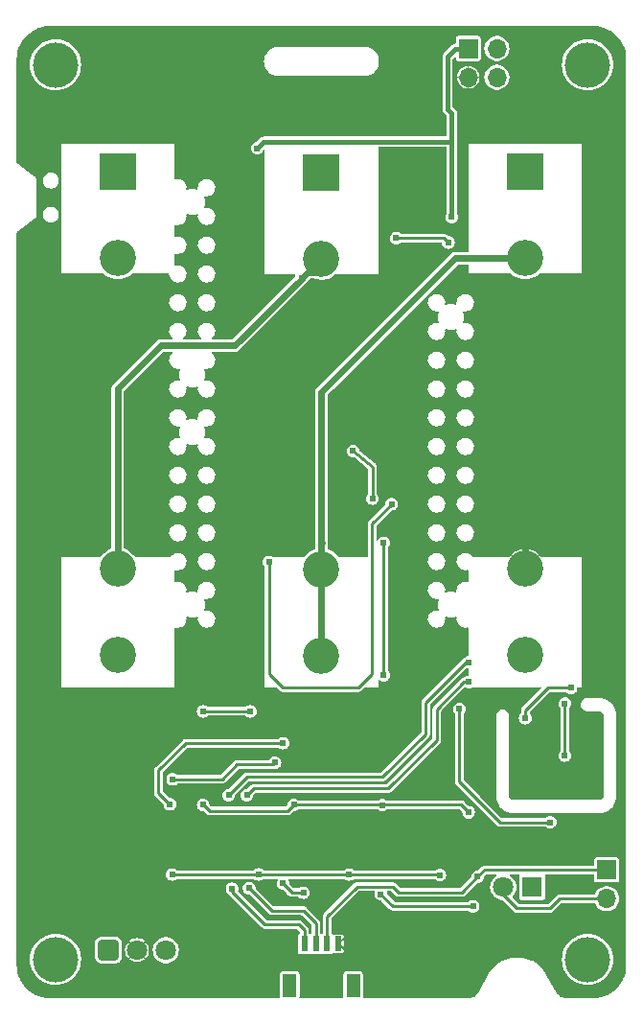
<source format=gbl>
G04 #@! TF.GenerationSoftware,KiCad,Pcbnew,7.0.7*
G04 #@! TF.CreationDate,2023-09-21T00:46:47-05:00*
G04 #@! TF.ProjectId,particle-bamf23-badge,70617274-6963-46c6-952d-62616d663233,v1.0*
G04 #@! TF.SameCoordinates,Original*
G04 #@! TF.FileFunction,Copper,L2,Bot*
G04 #@! TF.FilePolarity,Positive*
%FSLAX46Y46*%
G04 Gerber Fmt 4.6, Leading zero omitted, Abs format (unit mm)*
G04 Created by KiCad (PCBNEW 7.0.7) date 2023-09-21 00:46:47*
%MOMM*%
%LPD*%
G01*
G04 APERTURE LIST*
G04 Aperture macros list*
%AMRoundRect*
0 Rectangle with rounded corners*
0 $1 Rounding radius*
0 $2 $3 $4 $5 $6 $7 $8 $9 X,Y pos of 4 corners*
0 Add a 4 corners polygon primitive as box body*
4,1,4,$2,$3,$4,$5,$6,$7,$8,$9,$2,$3,0*
0 Add four circle primitives for the rounded corners*
1,1,$1+$1,$2,$3*
1,1,$1+$1,$4,$5*
1,1,$1+$1,$6,$7*
1,1,$1+$1,$8,$9*
0 Add four rect primitives between the rounded corners*
20,1,$1+$1,$2,$3,$4,$5,0*
20,1,$1+$1,$4,$5,$6,$7,0*
20,1,$1+$1,$6,$7,$8,$9,0*
20,1,$1+$1,$8,$9,$2,$3,0*%
G04 Aperture macros list end*
G04 #@! TA.AperFunction,ComponentPad*
%ADD10R,3.200000X3.200000*%
G04 #@! TD*
G04 #@! TA.AperFunction,ComponentPad*
%ADD11C,3.200000*%
G04 #@! TD*
G04 #@! TA.AperFunction,ComponentPad*
%ADD12R,1.800000X1.800000*%
G04 #@! TD*
G04 #@! TA.AperFunction,ComponentPad*
%ADD13C,1.800000*%
G04 #@! TD*
G04 #@! TA.AperFunction,ComponentPad*
%ADD14RoundRect,0.250200X-0.649800X-0.649800X0.649800X-0.649800X0.649800X0.649800X-0.649800X0.649800X0*%
G04 #@! TD*
G04 #@! TA.AperFunction,ComponentPad*
%ADD15R,1.700000X1.700000*%
G04 #@! TD*
G04 #@! TA.AperFunction,ComponentPad*
%ADD16O,1.700000X1.700000*%
G04 #@! TD*
G04 #@! TA.AperFunction,WasherPad*
%ADD17C,4.000000*%
G04 #@! TD*
G04 #@! TA.AperFunction,SMDPad,CuDef*
%ADD18R,0.600000X1.350000*%
G04 #@! TD*
G04 #@! TA.AperFunction,SMDPad,CuDef*
%ADD19R,1.200000X2.000000*%
G04 #@! TD*
G04 #@! TA.AperFunction,ViaPad*
%ADD20C,0.609600*%
G04 #@! TD*
G04 #@! TA.AperFunction,Conductor*
%ADD21C,0.254000*%
G04 #@! TD*
G04 #@! TA.AperFunction,Conductor*
%ADD22C,0.609600*%
G04 #@! TD*
G04 #@! TA.AperFunction,Conductor*
%ADD23C,0.400000*%
G04 #@! TD*
G04 APERTURE END LIST*
D10*
X145000000Y-62950000D03*
D11*
X145000000Y-70570000D03*
X145000000Y-98000000D03*
X145000000Y-105620000D03*
D10*
X127000000Y-63000000D03*
D11*
X127000000Y-70620000D03*
X127000000Y-98050000D03*
X127000000Y-105670000D03*
D10*
X109000000Y-62950000D03*
D11*
X109000000Y-70570000D03*
X109000000Y-98000000D03*
X109000000Y-105620000D03*
D12*
X145600000Y-126100000D03*
D13*
X143060000Y-126100000D03*
D14*
X108160000Y-131675000D03*
D13*
X110700000Y-131675000D03*
X113240000Y-131675000D03*
D15*
X152200000Y-124600000D03*
D16*
X152200000Y-127140000D03*
D17*
X103500000Y-53500000D03*
X150500000Y-132500000D03*
D15*
X139960000Y-52060000D03*
D16*
X139960000Y-54600000D03*
X142500000Y-52060000D03*
X142500000Y-54600000D03*
D17*
X150500000Y-53500000D03*
X103500000Y-132500000D03*
D18*
X128500000Y-131125001D03*
X127500000Y-131125001D03*
X126500000Y-131125001D03*
X125500000Y-131125001D03*
D19*
X124200000Y-134800001D03*
X129800000Y-134800001D03*
D20*
X110850000Y-73570000D03*
X110860000Y-72560000D03*
X120270000Y-72620000D03*
X120240000Y-71500000D03*
X123020000Y-77180000D03*
X149160000Y-123580000D03*
X129700000Y-131130000D03*
X128500000Y-129510000D03*
X139410000Y-56400000D03*
X140690000Y-56400000D03*
X138500000Y-66950000D03*
X127000000Y-95890000D03*
X125240000Y-72360000D03*
X150250000Y-114320000D03*
X125660000Y-94530000D03*
X125660000Y-95720000D03*
X124210000Y-94220000D03*
X147200000Y-120400000D03*
X129790000Y-87609728D03*
X139180000Y-110390000D03*
X131500000Y-91800000D03*
X116550000Y-118850000D03*
X124550000Y-118850000D03*
X132375000Y-118875000D03*
X140000000Y-119500000D03*
X116550000Y-110600000D03*
X140400000Y-127800000D03*
X123600000Y-125800000D03*
X120700000Y-110600000D03*
X132250000Y-126750000D03*
X125400000Y-126600000D03*
X138210000Y-69190000D03*
X133600000Y-68800000D03*
X122350000Y-97400000D03*
X133200000Y-92300000D03*
X132500000Y-95700000D03*
X123600000Y-113400000D03*
X113600000Y-118800000D03*
X132500000Y-107400000D03*
X148500000Y-114500000D03*
X148500000Y-109900000D03*
X119100000Y-126270000D03*
X140020000Y-106250000D03*
X118800000Y-118000000D03*
X140020000Y-107990000D03*
X120400000Y-118000000D03*
X120600000Y-126200000D03*
X113850000Y-116600000D03*
X121450000Y-125000000D03*
X122890000Y-115130000D03*
X129450000Y-125000000D03*
X137450000Y-125050000D03*
X113800000Y-125000000D03*
X140800000Y-125200000D03*
X145000000Y-111190000D03*
X149040000Y-108510000D03*
X121310000Y-60870000D03*
D21*
X118200000Y-116600000D02*
X119510000Y-115290000D01*
X119510000Y-115290000D02*
X122730000Y-115290000D01*
X122730000Y-115290000D02*
X122890000Y-115130000D01*
X113850000Y-116600000D02*
X118200000Y-116600000D01*
X112600000Y-117800000D02*
X113600000Y-118800000D01*
X112600000Y-115800000D02*
X112600000Y-117800000D01*
X115000000Y-113400000D02*
X112600000Y-115800000D01*
X123600000Y-113400000D02*
X115000000Y-113400000D01*
D22*
X145000000Y-98000000D02*
X145000000Y-95250000D01*
D21*
X145000000Y-110500000D02*
X145000000Y-111190000D01*
X149040000Y-108510000D02*
X146990000Y-108510000D01*
X146990000Y-108510000D02*
X145000000Y-110500000D01*
X136200000Y-109800000D02*
X136200000Y-112600000D01*
X140020000Y-106250000D02*
X139750000Y-106250000D01*
X139750000Y-106250000D02*
X136200000Y-109800000D01*
X136200000Y-112600000D02*
X132400000Y-116400000D01*
X132400000Y-116400000D02*
X120400000Y-116400000D01*
X120400000Y-116400000D02*
X118800000Y-118000000D01*
X139600000Y-108000000D02*
X140010000Y-108000000D01*
X140010000Y-108000000D02*
X140020000Y-107990000D01*
X131460000Y-94040000D02*
X131460000Y-107280000D01*
X131460000Y-107280000D02*
X130240000Y-108500000D01*
X123590000Y-108500000D02*
X122350000Y-107260000D01*
X130240000Y-108500000D02*
X123590000Y-108500000D01*
X133200000Y-92300000D02*
X131460000Y-94040000D01*
X122350000Y-107260000D02*
X122350000Y-97400000D01*
D23*
X139980000Y-52100000D02*
X138830000Y-52100000D01*
X138140000Y-57410000D02*
X138500000Y-57770000D01*
X138500000Y-57770000D02*
X138500000Y-66950000D01*
X138830000Y-52100000D02*
X138140000Y-52790000D01*
X138140000Y-52790000D02*
X138140000Y-57410000D01*
X121310000Y-60870000D02*
X121880000Y-60300000D01*
X121880000Y-60300000D02*
X138500000Y-60300000D01*
X138500000Y-60300000D02*
X138500000Y-66950000D01*
D21*
X138210000Y-69190000D02*
X137820000Y-68800000D01*
X137820000Y-68800000D02*
X133600000Y-68800000D01*
D22*
X127000000Y-95710000D02*
X127000000Y-97195200D01*
X127000000Y-95690000D02*
X127000000Y-82400000D01*
X127010000Y-95700000D02*
X127000000Y-95690000D01*
X127000000Y-95710000D02*
X127010000Y-95700000D01*
X125240000Y-72360000D02*
X125795200Y-71804800D01*
X125795200Y-71804800D02*
X127000000Y-71804800D01*
X125240000Y-72380000D02*
X125240000Y-72360000D01*
D21*
X129790000Y-87609728D02*
X131500000Y-89000000D01*
X131500000Y-89000000D02*
X131500000Y-91800000D01*
X142780000Y-120400000D02*
X139160000Y-116780000D01*
X139180000Y-110390000D02*
X139160000Y-110410000D01*
X139160000Y-110410000D02*
X139160000Y-116780000D01*
X147200000Y-120400000D02*
X142780000Y-120400000D01*
X132400000Y-118850000D02*
X132375000Y-118875000D01*
X116550000Y-110600000D02*
X120700000Y-110600000D01*
X140000000Y-119500000D02*
X139350000Y-118850000D01*
X125400000Y-126600000D02*
X124400000Y-126600000D01*
X139350000Y-118850000D02*
X132400000Y-118850000D01*
X124550000Y-118850000D02*
X124000000Y-119400000D01*
X124000000Y-119400000D02*
X117100000Y-119400000D01*
X140400000Y-127800000D02*
X133300000Y-127800000D01*
X132350000Y-118850000D02*
X132375000Y-118875000D01*
X124400000Y-126600000D02*
X123600000Y-125800000D01*
X124550000Y-118850000D02*
X132350000Y-118850000D01*
X133300000Y-127800000D02*
X132250000Y-126750000D01*
X117100000Y-119400000D02*
X116550000Y-118850000D01*
X132500000Y-107400000D02*
X132500000Y-95700000D01*
X119100000Y-126270000D02*
X119100000Y-126500000D01*
X148500000Y-114500000D02*
X148500000Y-109900000D01*
X124985579Y-129400000D02*
X125500000Y-129914421D01*
X125500000Y-129914421D02*
X125500000Y-131125001D01*
X119100000Y-126500000D02*
X122000000Y-129400000D01*
X122000000Y-129400000D02*
X124985579Y-129400000D01*
X132918420Y-117400000D02*
X121000000Y-117400000D01*
X137200000Y-113118420D02*
X132918420Y-117400000D01*
X122600000Y-128200000D02*
X125400000Y-128200000D01*
X120600000Y-126200000D02*
X122600000Y-128200000D01*
X126500000Y-129300000D02*
X126500000Y-131125001D01*
X121000000Y-117400000D02*
X120400000Y-118000000D01*
X137200000Y-110400000D02*
X137200000Y-113118420D01*
X125400000Y-128200000D02*
X126500000Y-129300000D01*
X139600000Y-108000000D02*
X137200000Y-110400000D01*
X137400000Y-125000000D02*
X137450000Y-125050000D01*
X121450000Y-125000000D02*
X129450000Y-125000000D01*
X113800000Y-125000000D02*
X121450000Y-125000000D01*
X129450000Y-125000000D02*
X137400000Y-125000000D01*
X148060000Y-127140000D02*
X147210000Y-127990000D01*
X143060000Y-126780000D02*
X143060000Y-126100000D01*
X147210000Y-127990000D02*
X144270000Y-127990000D01*
X144270000Y-127990000D02*
X143060000Y-126780000D01*
X152200000Y-127140000D02*
X148060000Y-127140000D01*
D22*
X119320000Y-78300000D02*
X125240000Y-72380000D01*
X112800000Y-78300000D02*
X119320000Y-78300000D01*
X109000000Y-98000000D02*
X109000000Y-82100000D01*
X109000000Y-82100000D02*
X112800000Y-78300000D01*
X127000000Y-98050000D02*
X127000000Y-95710000D01*
X138830000Y-70570000D02*
X145000000Y-70570000D01*
X127000000Y-82400000D02*
X138830000Y-70570000D01*
X127000000Y-98050000D02*
X127000000Y-105670000D01*
D21*
X141400000Y-124600000D02*
X140800000Y-125200000D01*
X139400000Y-126600000D02*
X133834934Y-126600000D01*
X127500000Y-128700000D02*
X127500000Y-131125001D01*
X133299134Y-126064200D02*
X130135800Y-126064200D01*
X138500000Y-66950000D02*
X138450000Y-67000000D01*
X133834934Y-126600000D02*
X133299134Y-126064200D01*
X140800000Y-125200000D02*
X139400000Y-126600000D01*
X130135800Y-126064200D02*
X127500000Y-128700000D01*
X152200000Y-124600000D02*
X141400000Y-124600000D01*
G04 #@! TA.AperFunction,Conductor*
G36*
X151001047Y-50075559D02*
G01*
X151325329Y-50093771D01*
X151329522Y-50094243D01*
X151648681Y-50148470D01*
X151652796Y-50149409D01*
X151963867Y-50239027D01*
X151967850Y-50240421D01*
X152266940Y-50364308D01*
X152270742Y-50366139D01*
X152554082Y-50522735D01*
X152557650Y-50524977D01*
X152672697Y-50606607D01*
X152821674Y-50712312D01*
X152824969Y-50714940D01*
X153066363Y-50930662D01*
X153069337Y-50933636D01*
X153284867Y-51174815D01*
X153285056Y-51175026D01*
X153287687Y-51178325D01*
X153475019Y-51442344D01*
X153477264Y-51445917D01*
X153633860Y-51729257D01*
X153635691Y-51733059D01*
X153759578Y-52032149D01*
X153760972Y-52036132D01*
X153850590Y-52347203D01*
X153851529Y-52351318D01*
X153905756Y-52670477D01*
X153906228Y-52674670D01*
X153924441Y-52998950D01*
X153924500Y-53001059D01*
X153924500Y-132998939D01*
X153924441Y-133001048D01*
X153906228Y-133325329D01*
X153905756Y-133329522D01*
X153851529Y-133648681D01*
X153850590Y-133652796D01*
X153760972Y-133963867D01*
X153759578Y-133967850D01*
X153635691Y-134266940D01*
X153633860Y-134270742D01*
X153477264Y-134554082D01*
X153475019Y-134557655D01*
X153287687Y-134821674D01*
X153285056Y-134824973D01*
X153069342Y-135066358D01*
X153066358Y-135069342D01*
X152824973Y-135285056D01*
X152821674Y-135287687D01*
X152557655Y-135475019D01*
X152554082Y-135477264D01*
X152270742Y-135633860D01*
X152266940Y-135635691D01*
X151967850Y-135759578D01*
X151963867Y-135760972D01*
X151652796Y-135850590D01*
X151648681Y-135851529D01*
X151329522Y-135905756D01*
X151325329Y-135906228D01*
X151001048Y-135924441D01*
X150998939Y-135924500D01*
X148601645Y-135924500D01*
X148598370Y-135924356D01*
X148504418Y-135916101D01*
X148445371Y-135910913D01*
X148432410Y-135908618D01*
X148288894Y-135869993D01*
X148276529Y-135865472D01*
X148141951Y-135802412D01*
X148130566Y-135795805D01*
X148009043Y-135710243D01*
X147998984Y-135701751D01*
X147894251Y-135596315D01*
X147885828Y-135586201D01*
X147798367Y-135460205D01*
X147796442Y-135457122D01*
X146895393Y-133845365D01*
X146894335Y-133842544D01*
X146889593Y-133834325D01*
X146889594Y-133834325D01*
X146877583Y-133813506D01*
X146871343Y-133802344D01*
X146869266Y-133798628D01*
X146867635Y-133796263D01*
X146858596Y-133780596D01*
X146799382Y-133677964D01*
X146616082Y-133425518D01*
X146616080Y-133425516D01*
X146616079Y-133425514D01*
X146407399Y-133193632D01*
X146407387Y-133193619D01*
X146175605Y-132984828D01*
X146175590Y-132984815D01*
X145923254Y-132801407D01*
X145923232Y-132801393D01*
X145653089Y-132645369D01*
X145582267Y-132613826D01*
X145368099Y-132518439D01*
X145311368Y-132500000D01*
X148240663Y-132500000D01*
X148259991Y-132794897D01*
X148259991Y-132794901D01*
X148259992Y-132794903D01*
X148317648Y-133084759D01*
X148351025Y-133183086D01*
X148412644Y-133364610D01*
X148442679Y-133425514D01*
X148543357Y-133629669D01*
X148687483Y-133845369D01*
X148707550Y-133875401D01*
X148902406Y-134097593D01*
X149099846Y-134270742D01*
X149124603Y-134292453D01*
X149370331Y-134456643D01*
X149635389Y-134587355D01*
X149915241Y-134682352D01*
X150205097Y-134740008D01*
X150450849Y-134756115D01*
X150499999Y-134759337D01*
X150499999Y-134759336D01*
X150500000Y-134759337D01*
X150794903Y-134740008D01*
X151084759Y-134682352D01*
X151364611Y-134587355D01*
X151629669Y-134456643D01*
X151875397Y-134292453D01*
X152097593Y-134097593D01*
X152292453Y-133875397D01*
X152456643Y-133629669D01*
X152587355Y-133364611D01*
X152682352Y-133084759D01*
X152740008Y-132794903D01*
X152759337Y-132500000D01*
X152740008Y-132205097D01*
X152682352Y-131915241D01*
X152587355Y-131635389D01*
X152456643Y-131370332D01*
X152292453Y-131124603D01*
X152259913Y-131087498D01*
X152097593Y-130902406D01*
X151875401Y-130707550D01*
X151861119Y-130698007D01*
X151629669Y-130543357D01*
X151583320Y-130520500D01*
X151364610Y-130412644D01*
X151150980Y-130340127D01*
X151084759Y-130317648D01*
X151084756Y-130317647D01*
X151084755Y-130317647D01*
X150827706Y-130266517D01*
X150794903Y-130259992D01*
X150794901Y-130259991D01*
X150794897Y-130259991D01*
X150500000Y-130240663D01*
X150205102Y-130259991D01*
X150205097Y-130259992D01*
X149915244Y-130317647D01*
X149635389Y-130412644D01*
X149370335Y-130543355D01*
X149124598Y-130707550D01*
X148902406Y-130902406D01*
X148707550Y-131124598D01*
X148543355Y-131370335D01*
X148412644Y-131635389D01*
X148317647Y-131915244D01*
X148259992Y-132205097D01*
X148259991Y-132205102D01*
X148240663Y-132499999D01*
X148240663Y-132500000D01*
X145311368Y-132500000D01*
X145105801Y-132433186D01*
X145071410Y-132422008D01*
X145071408Y-132422007D01*
X145036478Y-132414580D01*
X144766251Y-132357123D01*
X144766246Y-132357122D01*
X144766244Y-132357122D01*
X144455983Y-132324502D01*
X144455990Y-132324502D01*
X144324531Y-132324500D01*
X144300000Y-132324500D01*
X144275469Y-132324500D01*
X144271755Y-132324500D01*
X144271739Y-132324501D01*
X144144013Y-132324503D01*
X143833755Y-132357123D01*
X143833751Y-132357123D01*
X143833749Y-132357124D01*
X143681173Y-132389565D01*
X143528591Y-132422008D01*
X143528589Y-132422009D01*
X143231901Y-132518440D01*
X142946910Y-132645370D01*
X142676768Y-132801394D01*
X142676746Y-132801408D01*
X142424410Y-132984816D01*
X142424395Y-132984829D01*
X142192613Y-133193620D01*
X142192601Y-133193633D01*
X141983927Y-133425509D01*
X141983921Y-133425516D01*
X141800617Y-133677964D01*
X141742767Y-133778233D01*
X141740814Y-133780596D01*
X141722393Y-133813547D01*
X141705694Y-133842493D01*
X141704634Y-133845311D01*
X141680519Y-133888447D01*
X140898962Y-135286466D01*
X140803567Y-135457104D01*
X140801634Y-135460198D01*
X140714176Y-135586195D01*
X140705751Y-135596311D01*
X140601009Y-135701754D01*
X140590951Y-135710245D01*
X140469431Y-135795806D01*
X140458045Y-135802413D01*
X140323471Y-135865470D01*
X140311108Y-135869991D01*
X140167590Y-135908617D01*
X140154628Y-135910912D01*
X140094858Y-135916164D01*
X140001617Y-135924356D01*
X139998345Y-135924500D01*
X130726353Y-135924500D01*
X130678015Y-135906907D01*
X130652295Y-135862358D01*
X130652598Y-135834628D01*
X130654500Y-135825068D01*
X130654499Y-133774935D01*
X130639734Y-133700700D01*
X130583484Y-133616517D01*
X130499301Y-133560267D01*
X130499299Y-133560266D01*
X130425067Y-133545501D01*
X129174932Y-133545501D01*
X129174931Y-133545502D01*
X129100699Y-133560267D01*
X129016516Y-133616517D01*
X128960266Y-133700699D01*
X128960265Y-133700701D01*
X128945500Y-133774933D01*
X128945500Y-135825066D01*
X128946811Y-135831657D01*
X128947402Y-135834627D01*
X128947403Y-135834628D01*
X128939578Y-135885470D01*
X128900904Y-135919387D01*
X128873648Y-135924500D01*
X125126353Y-135924500D01*
X125078015Y-135906907D01*
X125052295Y-135862358D01*
X125052598Y-135834628D01*
X125054500Y-135825068D01*
X125054499Y-133774935D01*
X125039734Y-133700700D01*
X124983484Y-133616517D01*
X124899301Y-133560267D01*
X124899299Y-133560266D01*
X124825067Y-133545501D01*
X123574932Y-133545501D01*
X123574931Y-133545502D01*
X123500699Y-133560267D01*
X123416516Y-133616517D01*
X123360266Y-133700699D01*
X123360265Y-133700701D01*
X123345500Y-133774933D01*
X123345500Y-135825066D01*
X123346811Y-135831657D01*
X123347402Y-135834627D01*
X123347403Y-135834628D01*
X123339578Y-135885470D01*
X123300904Y-135919387D01*
X123273648Y-135924500D01*
X103001061Y-135924500D01*
X102998952Y-135924441D01*
X102674670Y-135906228D01*
X102670477Y-135905756D01*
X102351318Y-135851529D01*
X102347203Y-135850590D01*
X102036132Y-135760972D01*
X102032149Y-135759578D01*
X101733059Y-135635691D01*
X101729257Y-135633860D01*
X101445917Y-135477264D01*
X101442344Y-135475019D01*
X101178325Y-135287687D01*
X101175026Y-135285056D01*
X100933636Y-135069337D01*
X100930662Y-135066363D01*
X100714940Y-134824969D01*
X100712312Y-134821674D01*
X100524977Y-134557650D01*
X100522735Y-134554082D01*
X100366139Y-134270742D01*
X100364308Y-134266940D01*
X100240421Y-133967850D01*
X100239027Y-133963867D01*
X100149409Y-133652796D01*
X100148470Y-133648681D01*
X100094243Y-133329522D01*
X100093771Y-133325329D01*
X100080260Y-133084759D01*
X100075557Y-133001018D01*
X100075500Y-132998971D01*
X100075500Y-132975469D01*
X100075500Y-132500000D01*
X101240663Y-132500000D01*
X101259991Y-132794897D01*
X101259991Y-132794901D01*
X101259992Y-132794903D01*
X101317648Y-133084759D01*
X101351025Y-133183086D01*
X101412644Y-133364610D01*
X101442679Y-133425514D01*
X101543357Y-133629669D01*
X101687483Y-133845369D01*
X101707550Y-133875401D01*
X101902406Y-134097593D01*
X102099846Y-134270742D01*
X102124603Y-134292453D01*
X102370331Y-134456643D01*
X102635389Y-134587355D01*
X102915241Y-134682352D01*
X103205097Y-134740008D01*
X103450849Y-134756115D01*
X103499999Y-134759337D01*
X103499999Y-134759336D01*
X103500000Y-134759337D01*
X103794903Y-134740008D01*
X104084759Y-134682352D01*
X104364611Y-134587355D01*
X104629669Y-134456643D01*
X104875397Y-134292453D01*
X105097593Y-134097593D01*
X105292453Y-133875397D01*
X105456643Y-133629669D01*
X105587355Y-133364611D01*
X105682352Y-133084759D01*
X105740008Y-132794903D01*
X105759337Y-132500000D01*
X105751018Y-132373072D01*
X107005500Y-132373072D01*
X107010761Y-132422009D01*
X107011963Y-132433183D01*
X107011963Y-132433186D01*
X107027746Y-132475501D01*
X107062680Y-132569164D01*
X107062681Y-132569165D01*
X107062681Y-132569166D01*
X107149652Y-132685347D01*
X107212630Y-132732491D01*
X107265836Y-132772320D01*
X107401815Y-132823037D01*
X107461928Y-132829500D01*
X107461936Y-132829500D01*
X108858064Y-132829500D01*
X108858072Y-132829500D01*
X108918185Y-132823037D01*
X109054164Y-132772320D01*
X109170347Y-132685347D01*
X109257320Y-132569164D01*
X109308037Y-132433185D01*
X109314500Y-132373072D01*
X109314500Y-131675000D01*
X109642508Y-131675000D01*
X109662826Y-131881302D01*
X109723007Y-132079690D01*
X109820722Y-132262501D01*
X109820728Y-132262511D01*
X109903665Y-132363570D01*
X110272474Y-131994760D01*
X110319095Y-131973020D01*
X110368782Y-131986334D01*
X110384428Y-132001029D01*
X110385685Y-132002605D01*
X110402082Y-132051360D01*
X110383304Y-132099250D01*
X110380079Y-132102682D01*
X110011427Y-132471333D01*
X110112488Y-132554271D01*
X110112498Y-132554277D01*
X110295309Y-132651992D01*
X110493699Y-132712173D01*
X110493695Y-132712173D01*
X110700000Y-132732491D01*
X110906302Y-132712173D01*
X111104690Y-132651992D01*
X111287506Y-132554274D01*
X111287518Y-132554266D01*
X111388571Y-132471334D01*
X111388571Y-132471333D01*
X111017723Y-132100486D01*
X110995983Y-132053866D01*
X111009297Y-132004179D01*
X111019739Y-131992197D01*
X111021222Y-131990821D01*
X111068619Y-131970843D01*
X111117773Y-131986007D01*
X111125539Y-131992776D01*
X111496333Y-132363571D01*
X111496334Y-132363571D01*
X111579266Y-132262518D01*
X111579274Y-132262506D01*
X111676992Y-132079690D01*
X111737173Y-131881302D01*
X111757491Y-131675002D01*
X112080554Y-131675002D01*
X112100296Y-131888048D01*
X112100297Y-131888054D01*
X112158847Y-132093834D01*
X112158852Y-132093847D01*
X112254216Y-132285366D01*
X112383155Y-132456110D01*
X112383158Y-132456113D01*
X112541275Y-132600256D01*
X112541277Y-132600257D01*
X112541278Y-132600258D01*
X112563191Y-132613826D01*
X112723186Y-132712891D01*
X112723188Y-132712891D01*
X112723190Y-132712893D01*
X112922703Y-132790185D01*
X113133020Y-132829500D01*
X113133025Y-132829500D01*
X113346975Y-132829500D01*
X113346980Y-132829500D01*
X113557297Y-132790185D01*
X113756810Y-132712893D01*
X113938722Y-132600258D01*
X114096841Y-132456114D01*
X114225781Y-132285370D01*
X114321151Y-132093840D01*
X114379704Y-131888048D01*
X114399446Y-131675000D01*
X114395775Y-131635389D01*
X114390062Y-131573735D01*
X114379704Y-131461952D01*
X114321151Y-131256160D01*
X114305635Y-131225000D01*
X114225783Y-131064633D01*
X114096844Y-130893889D01*
X114096841Y-130893886D01*
X113938724Y-130749743D01*
X113756813Y-130637108D01*
X113557298Y-130559815D01*
X113522244Y-130553262D01*
X113346980Y-130520500D01*
X113133020Y-130520500D01*
X113010746Y-130543357D01*
X112922701Y-130559815D01*
X112723187Y-130637108D01*
X112723186Y-130637108D01*
X112541275Y-130749743D01*
X112383158Y-130893886D01*
X112383155Y-130893889D01*
X112254216Y-131064633D01*
X112158852Y-131256152D01*
X112158847Y-131256165D01*
X112100297Y-131461945D01*
X112100296Y-131461951D01*
X112080554Y-131674997D01*
X112080554Y-131675002D01*
X111757491Y-131675002D01*
X111757491Y-131674999D01*
X111737173Y-131468697D01*
X111676992Y-131270309D01*
X111579277Y-131087498D01*
X111579271Y-131087488D01*
X111496333Y-130986427D01*
X111127523Y-131355238D01*
X111080903Y-131376978D01*
X111031216Y-131363664D01*
X111015569Y-131348968D01*
X111014312Y-131347391D01*
X110997916Y-131298638D01*
X111016694Y-131250748D01*
X111019919Y-131247315D01*
X111388570Y-130878665D01*
X111287511Y-130795728D01*
X111287501Y-130795722D01*
X111104690Y-130698007D01*
X110906300Y-130637826D01*
X110906304Y-130637826D01*
X110699999Y-130617508D01*
X110493697Y-130637826D01*
X110295309Y-130698007D01*
X110112498Y-130795722D01*
X110112488Y-130795729D01*
X110011427Y-130878665D01*
X110382275Y-131249512D01*
X110404015Y-131296132D01*
X110390701Y-131345819D01*
X110380248Y-131357813D01*
X110378780Y-131359175D01*
X110331379Y-131379155D01*
X110282225Y-131363991D01*
X110274459Y-131357222D01*
X109903665Y-130986427D01*
X109820729Y-131087488D01*
X109820722Y-131087498D01*
X109723007Y-131270309D01*
X109662826Y-131468697D01*
X109642508Y-131675000D01*
X109314500Y-131675000D01*
X109314500Y-130976928D01*
X109308037Y-130916815D01*
X109257320Y-130780836D01*
X109256965Y-130780362D01*
X109170347Y-130664652D01*
X109054166Y-130577681D01*
X109054164Y-130577680D01*
X108918185Y-130526963D01*
X108918184Y-130526962D01*
X108858073Y-130520500D01*
X108858072Y-130520500D01*
X107461928Y-130520500D01*
X107461926Y-130520500D01*
X107421852Y-130524808D01*
X107401815Y-130526963D01*
X107401813Y-130526963D01*
X107313734Y-130559815D01*
X107265836Y-130577680D01*
X107265835Y-130577680D01*
X107265834Y-130577681D01*
X107265833Y-130577681D01*
X107149652Y-130664652D01*
X107062681Y-130780833D01*
X107062681Y-130780834D01*
X107011963Y-130916813D01*
X107011963Y-130916815D01*
X107005500Y-130976928D01*
X107005500Y-132373072D01*
X105751018Y-132373072D01*
X105740008Y-132205097D01*
X105682352Y-131915241D01*
X105587355Y-131635389D01*
X105456643Y-131370332D01*
X105292453Y-131124603D01*
X105259913Y-131087498D01*
X105097593Y-130902406D01*
X104875401Y-130707550D01*
X104861119Y-130698007D01*
X104629669Y-130543357D01*
X104583320Y-130520500D01*
X104364610Y-130412644D01*
X104150980Y-130340127D01*
X104084759Y-130317648D01*
X104084756Y-130317647D01*
X104084755Y-130317647D01*
X103827706Y-130266517D01*
X103794903Y-130259992D01*
X103794901Y-130259991D01*
X103794897Y-130259991D01*
X103500000Y-130240663D01*
X103205102Y-130259991D01*
X103205097Y-130259992D01*
X102915244Y-130317647D01*
X102635389Y-130412644D01*
X102370335Y-130543355D01*
X102124598Y-130707550D01*
X101902406Y-130902406D01*
X101707550Y-131124598D01*
X101543355Y-131370335D01*
X101412644Y-131635389D01*
X101317647Y-131915244D01*
X101259992Y-132205097D01*
X101259991Y-132205102D01*
X101240663Y-132499999D01*
X101240663Y-132500000D01*
X100075500Y-132500000D01*
X100075500Y-126270000D01*
X118535874Y-126270000D01*
X118555096Y-126416008D01*
X118572274Y-126457477D01*
X118611453Y-126552063D01*
X118611454Y-126552065D01*
X118611455Y-126552066D01*
X118701104Y-126668898D01*
X118748334Y-126705138D01*
X118811431Y-126753554D01*
X118814429Y-126755854D01*
X118817002Y-126758018D01*
X118833115Y-126772852D01*
X118835819Y-126775341D01*
X121696741Y-129636263D01*
X121706522Y-129648306D01*
X121715440Y-129661956D01*
X121740679Y-129681600D01*
X121745149Y-129685079D01*
X121748640Y-129688162D01*
X121752591Y-129692113D01*
X121752595Y-129692117D01*
X121768029Y-129703135D01*
X121771889Y-129705891D01*
X121815915Y-129740158D01*
X121815916Y-129740158D01*
X121821398Y-129743125D01*
X121821261Y-129743377D01*
X121824404Y-129744995D01*
X121824530Y-129744738D01*
X121830126Y-129747473D01*
X121830128Y-129747473D01*
X121830130Y-129747475D01*
X121883589Y-129763390D01*
X121936339Y-129781500D01*
X121936342Y-129781500D01*
X121942483Y-129782525D01*
X121942435Y-129782808D01*
X121945934Y-129783318D01*
X121945970Y-129783034D01*
X121952155Y-129783804D01*
X121952158Y-129783805D01*
X122005907Y-129781581D01*
X122007885Y-129781500D01*
X124796409Y-129781500D01*
X124844747Y-129799093D01*
X124849583Y-129803526D01*
X125096473Y-130050416D01*
X125118213Y-130097036D01*
X125118499Y-130103590D01*
X125118499Y-130158178D01*
X125100906Y-130206516D01*
X125085079Y-130220704D01*
X125016516Y-130266517D01*
X124960266Y-130350699D01*
X124960265Y-130350701D01*
X124945500Y-130424933D01*
X124945500Y-131825068D01*
X124945501Y-131825069D01*
X124955344Y-131874557D01*
X124960266Y-131899302D01*
X125016516Y-131983485D01*
X125100699Y-132039735D01*
X125174933Y-132054501D01*
X125825066Y-132054500D01*
X125825067Y-132054500D01*
X125825067Y-132054499D01*
X125899301Y-132039735D01*
X125958222Y-132000364D01*
X126008186Y-131988138D01*
X126041776Y-132000363D01*
X126100699Y-132039735D01*
X126174933Y-132054501D01*
X126825066Y-132054500D01*
X126825067Y-132054500D01*
X126825067Y-132054499D01*
X126899301Y-132039735D01*
X126958222Y-132000364D01*
X127008186Y-131988138D01*
X127041776Y-132000363D01*
X127100699Y-132039735D01*
X127174933Y-132054501D01*
X127825066Y-132054500D01*
X127825067Y-132054500D01*
X127825067Y-132054499D01*
X127899301Y-132039735D01*
X127983484Y-131983485D01*
X128008626Y-131945857D01*
X128050106Y-131915442D01*
X128101436Y-131918806D01*
X128112930Y-131925112D01*
X128140535Y-131943558D01*
X128140537Y-131943559D01*
X128184987Y-131952401D01*
X128815013Y-131952401D01*
X128859462Y-131943559D01*
X128859464Y-131943558D01*
X128909873Y-131909874D01*
X128943557Y-131859465D01*
X128943558Y-131859463D01*
X128952399Y-131815013D01*
X128952399Y-131685164D01*
X128952398Y-131685162D01*
X128445410Y-131178175D01*
X128423670Y-131131555D01*
X128425427Y-131124999D01*
X128607762Y-131124999D01*
X128607763Y-131125001D01*
X128952399Y-131469637D01*
X128952400Y-130780363D01*
X128952399Y-130780362D01*
X128607762Y-131124999D01*
X128425427Y-131124999D01*
X128436984Y-131081868D01*
X128445410Y-131071826D01*
X128500000Y-131017237D01*
X128952398Y-130564838D01*
X128952399Y-130564836D01*
X128952399Y-130434988D01*
X128943558Y-130390538D01*
X128943557Y-130390536D01*
X128909873Y-130340127D01*
X128859464Y-130306443D01*
X128859462Y-130306442D01*
X128815013Y-130297601D01*
X128184987Y-130297601D01*
X128140537Y-130306442D01*
X128140536Y-130306443D01*
X128112929Y-130324890D01*
X128062963Y-130337116D01*
X128016828Y-130314365D01*
X128008627Y-130304146D01*
X127983484Y-130266517D01*
X127914921Y-130220704D01*
X127914920Y-130220703D01*
X127884504Y-130179219D01*
X127881500Y-130158177D01*
X127881500Y-128889170D01*
X127899093Y-128840832D01*
X127903526Y-128835996D01*
X130271797Y-126467726D01*
X130318417Y-126445986D01*
X130324971Y-126445700D01*
X131658119Y-126445700D01*
X131706457Y-126463293D01*
X131732177Y-126507842D01*
X131727594Y-126549678D01*
X131705097Y-126603988D01*
X131686400Y-126746008D01*
X131685874Y-126750000D01*
X131689057Y-126774180D01*
X131705096Y-126896008D01*
X131711370Y-126911154D01*
X131761453Y-127032063D01*
X131761454Y-127032065D01*
X131761455Y-127032066D01*
X131851102Y-127148897D01*
X131937491Y-127215185D01*
X131967937Y-127238547D01*
X132103993Y-127294904D01*
X132250000Y-127314126D01*
X132250004Y-127314125D01*
X132253025Y-127314523D01*
X132296384Y-127335906D01*
X132996741Y-128036263D01*
X133006522Y-128048306D01*
X133015440Y-128061956D01*
X133041274Y-128082063D01*
X133045149Y-128085079D01*
X133048640Y-128088162D01*
X133052591Y-128092113D01*
X133052595Y-128092117D01*
X133071888Y-128105890D01*
X133106646Y-128132944D01*
X133115915Y-128140158D01*
X133115916Y-128140158D01*
X133121398Y-128143125D01*
X133121261Y-128143377D01*
X133124404Y-128144995D01*
X133124530Y-128144738D01*
X133130126Y-128147473D01*
X133130128Y-128147473D01*
X133130130Y-128147475D01*
X133183589Y-128163390D01*
X133236339Y-128181500D01*
X133236342Y-128181500D01*
X133242483Y-128182525D01*
X133242435Y-128182808D01*
X133245934Y-128183318D01*
X133245970Y-128183034D01*
X133252155Y-128183804D01*
X133252158Y-128183805D01*
X133305907Y-128181581D01*
X133307885Y-128181500D01*
X139952904Y-128181500D01*
X139998683Y-128197040D01*
X140001102Y-128198896D01*
X140001103Y-128198897D01*
X140117937Y-128288547D01*
X140253993Y-128344904D01*
X140400000Y-128364126D01*
X140546007Y-128344904D01*
X140682063Y-128288547D01*
X140798897Y-128198897D01*
X140888547Y-128082063D01*
X140944904Y-127946007D01*
X140964126Y-127800000D01*
X140944904Y-127653993D01*
X140888547Y-127517937D01*
X140888544Y-127517933D01*
X140798897Y-127401102D01*
X140682066Y-127311455D01*
X140682065Y-127311454D01*
X140682063Y-127311453D01*
X140587041Y-127272093D01*
X140546008Y-127255096D01*
X140400000Y-127235874D01*
X140253991Y-127255096D01*
X140157892Y-127294903D01*
X140117937Y-127311453D01*
X140117936Y-127311453D01*
X140117933Y-127311455D01*
X139998683Y-127402960D01*
X139952904Y-127418500D01*
X133489170Y-127418500D01*
X133440832Y-127400907D01*
X133435996Y-127396474D01*
X132835906Y-126796384D01*
X132814523Y-126753025D01*
X132814125Y-126750004D01*
X132814126Y-126750000D01*
X132794904Y-126603993D01*
X132775052Y-126556066D01*
X132772406Y-126549678D01*
X132770161Y-126498288D01*
X132801475Y-126457477D01*
X132841881Y-126445700D01*
X133109964Y-126445700D01*
X133158302Y-126463293D01*
X133163126Y-126467714D01*
X133531683Y-126836272D01*
X133541459Y-126848311D01*
X133550372Y-126861954D01*
X133550373Y-126861955D01*
X133550374Y-126861956D01*
X133574989Y-126881114D01*
X133580078Y-126885075D01*
X133583569Y-126888158D01*
X133587525Y-126892114D01*
X133605881Y-126905219D01*
X133606832Y-126905898D01*
X133650849Y-126940158D01*
X133656333Y-126943126D01*
X133656196Y-126943378D01*
X133659339Y-126944996D01*
X133659466Y-126944738D01*
X133665062Y-126947473D01*
X133665065Y-126947475D01*
X133718516Y-126963388D01*
X133771273Y-126981500D01*
X133771276Y-126981500D01*
X133777418Y-126982525D01*
X133777370Y-126982808D01*
X133780869Y-126983318D01*
X133780905Y-126983034D01*
X133787090Y-126983804D01*
X133787093Y-126983805D01*
X133842829Y-126981500D01*
X139352636Y-126981500D01*
X139368069Y-126983101D01*
X139384017Y-126986445D01*
X139421373Y-126981788D01*
X139426020Y-126981500D01*
X139431609Y-126981500D01*
X139431611Y-126981500D01*
X139450319Y-126978377D01*
X139455005Y-126977596D01*
X139482681Y-126974146D01*
X139510360Y-126970696D01*
X139510361Y-126970695D01*
X139516330Y-126968918D01*
X139516412Y-126969196D01*
X139519785Y-126968116D01*
X139519691Y-126967842D01*
X139525581Y-126965819D01*
X139525581Y-126965818D01*
X139525586Y-126965818D01*
X139574641Y-126939270D01*
X139624746Y-126914776D01*
X139624746Y-126914775D01*
X139629819Y-126911154D01*
X139629987Y-126911390D01*
X139632818Y-126909279D01*
X139632640Y-126909051D01*
X139637554Y-126905224D01*
X139637562Y-126905220D01*
X139675341Y-126864180D01*
X140753616Y-125785905D01*
X140796974Y-125764523D01*
X140799994Y-125764125D01*
X140800000Y-125764126D01*
X140946007Y-125744904D01*
X141082063Y-125688547D01*
X141198897Y-125598897D01*
X141288547Y-125482063D01*
X141344904Y-125346007D01*
X141364126Y-125200000D01*
X141364125Y-125199994D01*
X141364523Y-125196974D01*
X141385904Y-125153616D01*
X141535996Y-125003525D01*
X141582617Y-124981786D01*
X141589171Y-124981500D01*
X142409074Y-124981500D01*
X142457412Y-124999093D01*
X142483132Y-125043642D01*
X142474199Y-125094300D01*
X142448662Y-125120636D01*
X142361275Y-125174743D01*
X142203158Y-125318886D01*
X142203155Y-125318889D01*
X142074216Y-125489633D01*
X141978852Y-125681152D01*
X141978847Y-125681165D01*
X141920297Y-125886945D01*
X141920296Y-125886951D01*
X141900554Y-126099997D01*
X141900554Y-126100002D01*
X141920296Y-126313048D01*
X141920297Y-126313054D01*
X141978847Y-126518834D01*
X141978852Y-126518847D01*
X142074216Y-126710366D01*
X142203155Y-126881110D01*
X142203158Y-126881113D01*
X142361275Y-127025256D01*
X142361277Y-127025257D01*
X142361278Y-127025258D01*
X142372273Y-127032066D01*
X142543186Y-127137891D01*
X142543188Y-127137891D01*
X142543190Y-127137893D01*
X142742703Y-127215185D01*
X142953020Y-127254500D01*
X142963830Y-127254500D01*
X143012168Y-127272093D01*
X143017004Y-127276526D01*
X143966741Y-128226263D01*
X143976522Y-128238306D01*
X143985440Y-128251956D01*
X144015149Y-128275079D01*
X144018640Y-128278162D01*
X144022591Y-128282113D01*
X144022595Y-128282117D01*
X144038029Y-128293135D01*
X144041889Y-128295891D01*
X144085915Y-128330158D01*
X144085916Y-128330158D01*
X144091398Y-128333125D01*
X144091261Y-128333377D01*
X144094404Y-128334995D01*
X144094530Y-128334738D01*
X144100126Y-128337473D01*
X144100128Y-128337473D01*
X144100130Y-128337475D01*
X144153589Y-128353390D01*
X144206339Y-128371500D01*
X144206342Y-128371500D01*
X144212483Y-128372525D01*
X144212435Y-128372808D01*
X144215934Y-128373318D01*
X144215970Y-128373034D01*
X144222155Y-128373804D01*
X144222158Y-128373805D01*
X144275907Y-128371581D01*
X144277885Y-128371500D01*
X147162636Y-128371500D01*
X147178069Y-128373101D01*
X147194017Y-128376445D01*
X147231373Y-128371788D01*
X147236020Y-128371500D01*
X147241609Y-128371500D01*
X147241611Y-128371500D01*
X147260319Y-128368377D01*
X147265005Y-128367596D01*
X147292850Y-128364125D01*
X147320360Y-128360696D01*
X147320361Y-128360695D01*
X147326330Y-128358918D01*
X147326412Y-128359196D01*
X147329785Y-128358116D01*
X147329691Y-128357842D01*
X147335581Y-128355819D01*
X147335581Y-128355818D01*
X147335586Y-128355818D01*
X147384641Y-128329270D01*
X147434746Y-128304776D01*
X147434746Y-128304775D01*
X147439819Y-128301154D01*
X147439987Y-128301390D01*
X147442818Y-128299279D01*
X147442640Y-128299051D01*
X147447554Y-128295224D01*
X147447562Y-128295220D01*
X147485341Y-128254180D01*
X148195997Y-127543525D01*
X148242618Y-127521786D01*
X148249172Y-127521500D01*
X151109549Y-127521500D01*
X151157887Y-127539093D01*
X151176865Y-127563180D01*
X151256910Y-127723933D01*
X151380264Y-127887281D01*
X151380267Y-127887284D01*
X151531535Y-128025184D01*
X151705569Y-128132942D01*
X151705571Y-128132942D01*
X151705573Y-128132944D01*
X151896444Y-128206888D01*
X152097653Y-128244500D01*
X152097658Y-128244500D01*
X152302342Y-128244500D01*
X152302347Y-128244500D01*
X152503556Y-128206888D01*
X152694427Y-128132944D01*
X152868462Y-128025186D01*
X153019732Y-127887285D01*
X153143088Y-127723935D01*
X153234328Y-127540701D01*
X153290345Y-127343821D01*
X153309232Y-127140000D01*
X153290345Y-126936179D01*
X153290343Y-126936173D01*
X153290343Y-126936170D01*
X153244252Y-126774180D01*
X153234328Y-126739299D01*
X153219921Y-126710366D01*
X153143090Y-126556068D01*
X153019735Y-126392718D01*
X153019732Y-126392715D01*
X152868464Y-126254815D01*
X152694430Y-126147057D01*
X152503557Y-126073112D01*
X152470021Y-126066843D01*
X152302347Y-126035500D01*
X152097653Y-126035500D01*
X151963513Y-126060574D01*
X151896442Y-126073112D01*
X151705570Y-126147057D01*
X151705569Y-126147057D01*
X151531535Y-126254815D01*
X151380267Y-126392715D01*
X151380264Y-126392718D01*
X151256910Y-126556066D01*
X151176865Y-126716820D01*
X151139570Y-126752248D01*
X151109549Y-126758500D01*
X148107369Y-126758500D01*
X148091936Y-126756899D01*
X148075987Y-126753554D01*
X148075980Y-126753554D01*
X148057534Y-126755854D01*
X148038622Y-126758211D01*
X148033974Y-126758500D01*
X148028389Y-126758500D01*
X148005004Y-126762402D01*
X147949642Y-126769303D01*
X147943670Y-126771081D01*
X147943589Y-126770808D01*
X147940214Y-126771889D01*
X147940307Y-126772158D01*
X147934417Y-126774180D01*
X147932272Y-126775341D01*
X147885368Y-126800723D01*
X147865232Y-126810566D01*
X147835253Y-126825222D01*
X147830183Y-126828843D01*
X147830018Y-126828612D01*
X147827179Y-126830728D01*
X147827354Y-126830953D01*
X147822439Y-126834778D01*
X147784669Y-126875807D01*
X147074002Y-127586474D01*
X147027383Y-127608214D01*
X147020829Y-127608500D01*
X144459170Y-127608500D01*
X144410832Y-127590907D01*
X144405996Y-127586474D01*
X143859429Y-127039907D01*
X143837689Y-126993287D01*
X143851003Y-126943600D01*
X143861935Y-126931166D01*
X143916841Y-126881114D01*
X144045781Y-126710370D01*
X144141151Y-126518840D01*
X144199704Y-126313048D01*
X144219446Y-126100000D01*
X144216954Y-126073112D01*
X144213469Y-126035500D01*
X144199704Y-125886952D01*
X144141151Y-125681160D01*
X144127623Y-125653991D01*
X144045783Y-125489633D01*
X144040066Y-125482063D01*
X143982548Y-125405896D01*
X143916844Y-125318889D01*
X143916841Y-125318886D01*
X143758724Y-125174743D01*
X143671338Y-125120636D01*
X143639503Y-125080232D01*
X143641087Y-125028816D01*
X143675349Y-124990448D01*
X143710926Y-124981500D01*
X144399223Y-124981500D01*
X144447561Y-124999093D01*
X144473281Y-125043642D01*
X144464348Y-125094300D01*
X144461758Y-125098465D01*
X144460266Y-125100698D01*
X144460266Y-125100699D01*
X144460265Y-125100700D01*
X144445500Y-125174932D01*
X144445500Y-127025067D01*
X144445501Y-127025068D01*
X144446893Y-127032066D01*
X144460266Y-127099301D01*
X144516516Y-127183484D01*
X144600699Y-127239734D01*
X144674933Y-127254500D01*
X146525066Y-127254499D01*
X146525067Y-127254499D01*
X146525067Y-127254498D01*
X146599301Y-127239734D01*
X146683484Y-127183484D01*
X146739734Y-127099301D01*
X146754500Y-127025067D01*
X146754499Y-125174934D01*
X146739734Y-125100699D01*
X146738249Y-125098477D01*
X146737434Y-125095147D01*
X146736899Y-125093854D01*
X146737098Y-125093771D01*
X146726024Y-125048513D01*
X146748775Y-125002378D01*
X146795859Y-124981661D01*
X146800777Y-124981500D01*
X151020301Y-124981500D01*
X151068639Y-124999093D01*
X151094359Y-125043642D01*
X151095501Y-125056700D01*
X151095501Y-125475068D01*
X151104027Y-125517935D01*
X151110266Y-125549301D01*
X151166516Y-125633484D01*
X151250699Y-125689734D01*
X151324933Y-125704500D01*
X153075066Y-125704499D01*
X153075067Y-125704499D01*
X153075067Y-125704498D01*
X153149301Y-125689734D01*
X153233484Y-125633484D01*
X153289734Y-125549301D01*
X153304500Y-125475067D01*
X153304499Y-123724934D01*
X153289734Y-123650699D01*
X153233484Y-123566516D01*
X153149301Y-123510266D01*
X153149299Y-123510265D01*
X153075067Y-123495500D01*
X151324932Y-123495500D01*
X151324931Y-123495501D01*
X151250699Y-123510266D01*
X151166516Y-123566516D01*
X151110266Y-123650698D01*
X151110265Y-123650700D01*
X151095500Y-123724932D01*
X151095500Y-124143300D01*
X151077907Y-124191638D01*
X151033358Y-124217358D01*
X151020300Y-124218500D01*
X141447364Y-124218500D01*
X141431931Y-124216899D01*
X141415986Y-124213555D01*
X141415979Y-124213555D01*
X141398551Y-124215727D01*
X141378626Y-124218211D01*
X141373980Y-124218500D01*
X141368378Y-124218500D01*
X141344995Y-124222403D01*
X141289643Y-124229302D01*
X141283671Y-124231081D01*
X141283589Y-124230808D01*
X141280214Y-124231889D01*
X141280307Y-124232158D01*
X141274419Y-124234179D01*
X141225358Y-124260729D01*
X141175256Y-124285222D01*
X141170183Y-124288844D01*
X141170018Y-124288613D01*
X141167177Y-124290731D01*
X141167352Y-124290956D01*
X141162440Y-124294778D01*
X141162438Y-124294780D01*
X141162435Y-124294782D01*
X141162435Y-124294783D01*
X141124659Y-124335818D01*
X140846383Y-124614093D01*
X140803025Y-124635476D01*
X140800000Y-124635874D01*
X140731199Y-124644931D01*
X140653991Y-124655096D01*
X140557781Y-124694948D01*
X140517937Y-124711453D01*
X140517936Y-124711453D01*
X140517933Y-124711455D01*
X140401102Y-124801102D01*
X140311455Y-124917933D01*
X140255096Y-125053991D01*
X140249678Y-125095147D01*
X140236273Y-125196974D01*
X140235476Y-125203025D01*
X140214093Y-125246383D01*
X139264003Y-126196474D01*
X139217383Y-126218214D01*
X139210829Y-126218500D01*
X134024105Y-126218500D01*
X133975767Y-126200907D01*
X133970931Y-126196474D01*
X133602388Y-125827931D01*
X133592608Y-125815889D01*
X133583694Y-125802244D01*
X133582227Y-125801102D01*
X133553984Y-125779119D01*
X133550493Y-125776036D01*
X133546543Y-125772086D01*
X133546542Y-125772085D01*
X133546541Y-125772084D01*
X133527233Y-125758299D01*
X133483218Y-125724040D01*
X133477742Y-125721077D01*
X133477876Y-125720828D01*
X133474724Y-125719205D01*
X133474600Y-125719461D01*
X133469006Y-125716726D01*
X133469004Y-125716725D01*
X133415547Y-125700810D01*
X133402579Y-125696358D01*
X133362799Y-125682700D01*
X133356650Y-125681675D01*
X133356697Y-125681391D01*
X133353198Y-125680881D01*
X133353163Y-125681166D01*
X133346977Y-125680395D01*
X133346975Y-125680395D01*
X133316030Y-125681675D01*
X133291249Y-125682700D01*
X130183164Y-125682700D01*
X130167731Y-125681099D01*
X130151786Y-125677755D01*
X130151779Y-125677755D01*
X130134351Y-125679927D01*
X130114426Y-125682411D01*
X130109780Y-125682700D01*
X130104178Y-125682700D01*
X130080795Y-125686603D01*
X130025443Y-125693502D01*
X130019471Y-125695281D01*
X130019389Y-125695008D01*
X130016014Y-125696089D01*
X130016107Y-125696358D01*
X130010219Y-125698379D01*
X129961158Y-125724929D01*
X129911056Y-125749422D01*
X129905983Y-125753044D01*
X129905818Y-125752813D01*
X129902977Y-125754931D01*
X129903152Y-125755156D01*
X129898240Y-125758978D01*
X129898238Y-125758980D01*
X129898235Y-125758982D01*
X129898235Y-125758983D01*
X129860458Y-125800019D01*
X127263731Y-128396744D01*
X127251691Y-128406523D01*
X127238044Y-128415439D01*
X127214927Y-128445140D01*
X127211843Y-128448633D01*
X127207889Y-128452586D01*
X127207882Y-128452595D01*
X127201199Y-128461956D01*
X127194099Y-128471900D01*
X127183845Y-128485075D01*
X127159840Y-128515916D01*
X127156878Y-128521390D01*
X127156629Y-128521255D01*
X127155007Y-128524408D01*
X127155261Y-128524532D01*
X127152527Y-128530125D01*
X127152525Y-128530128D01*
X127152525Y-128530130D01*
X127136690Y-128583318D01*
X127136610Y-128583587D01*
X127118500Y-128636334D01*
X127117475Y-128642484D01*
X127117192Y-128642436D01*
X127116682Y-128645939D01*
X127116966Y-128645975D01*
X127116195Y-128652158D01*
X127118499Y-128707884D01*
X127118499Y-130158177D01*
X127100906Y-130206515D01*
X127085079Y-130220703D01*
X127041779Y-130249636D01*
X126991813Y-130261863D01*
X126958221Y-130249636D01*
X126914918Y-130220702D01*
X126884503Y-130179219D01*
X126881500Y-130158184D01*
X126881500Y-129347363D01*
X126883101Y-129331929D01*
X126886445Y-129315983D01*
X126883830Y-129295011D01*
X126881789Y-129278625D01*
X126881500Y-129273971D01*
X126881500Y-129268392D01*
X126881499Y-129268385D01*
X126877596Y-129244994D01*
X126876450Y-129235802D01*
X126870696Y-129189640D01*
X126870695Y-129189637D01*
X126868919Y-129183671D01*
X126869194Y-129183589D01*
X126868113Y-129180215D01*
X126867842Y-129180309D01*
X126865818Y-129174414D01*
X126839270Y-129125358D01*
X126814775Y-129075252D01*
X126811153Y-129070179D01*
X126811385Y-129070012D01*
X126809273Y-129067180D01*
X126809048Y-129067356D01*
X126805220Y-129062438D01*
X126764180Y-129024658D01*
X125703254Y-127963731D01*
X125693474Y-127951689D01*
X125684560Y-127938044D01*
X125684559Y-127938043D01*
X125654850Y-127914919D01*
X125651359Y-127911836D01*
X125647409Y-127907886D01*
X125647408Y-127907885D01*
X125647407Y-127907884D01*
X125628099Y-127894099D01*
X125584084Y-127859840D01*
X125578608Y-127856877D01*
X125578742Y-127856628D01*
X125575590Y-127855005D01*
X125575466Y-127855261D01*
X125569872Y-127852526D01*
X125569870Y-127852525D01*
X125516413Y-127836610D01*
X125505862Y-127832988D01*
X125463665Y-127818500D01*
X125457516Y-127817475D01*
X125457563Y-127817191D01*
X125454064Y-127816681D01*
X125454029Y-127816966D01*
X125447843Y-127816195D01*
X125447841Y-127816195D01*
X125416896Y-127817475D01*
X125392115Y-127818500D01*
X122789170Y-127818500D01*
X122740832Y-127800907D01*
X122735996Y-127796474D01*
X121185906Y-126246383D01*
X121164523Y-126203024D01*
X121164125Y-126200004D01*
X121164126Y-126200000D01*
X121144904Y-126053993D01*
X121088547Y-125917937D01*
X121088544Y-125917933D01*
X120998897Y-125801102D01*
X120882066Y-125711455D01*
X120882065Y-125711454D01*
X120882063Y-125711453D01*
X120794112Y-125675022D01*
X120746008Y-125655096D01*
X120600000Y-125635874D01*
X120453991Y-125655096D01*
X120361274Y-125693502D01*
X120317937Y-125711453D01*
X120317936Y-125711453D01*
X120317933Y-125711455D01*
X120201102Y-125801102D01*
X120111455Y-125917933D01*
X120111453Y-125917936D01*
X120111453Y-125917937D01*
X120094948Y-125957781D01*
X120055096Y-126053991D01*
X120035874Y-126200000D01*
X120055096Y-126346008D01*
X120071623Y-126385906D01*
X120111453Y-126482063D01*
X120111454Y-126482065D01*
X120111455Y-126482066D01*
X120201102Y-126598897D01*
X120292330Y-126668898D01*
X120317937Y-126688547D01*
X120453993Y-126744904D01*
X120600000Y-126764126D01*
X120600004Y-126764125D01*
X120603025Y-126764523D01*
X120646383Y-126785905D01*
X121514468Y-127653991D01*
X122296744Y-128436267D01*
X122306525Y-128448311D01*
X122315438Y-128461954D01*
X122315439Y-128461955D01*
X122315440Y-128461956D01*
X122328218Y-128471901D01*
X122345144Y-128485075D01*
X122348635Y-128488158D01*
X122352591Y-128492114D01*
X122352594Y-128492116D01*
X122352595Y-128492117D01*
X122371900Y-128505901D01*
X122400176Y-128527908D01*
X122415915Y-128540158D01*
X122415916Y-128540158D01*
X122415917Y-128540159D01*
X122421393Y-128543123D01*
X122421256Y-128543374D01*
X122424404Y-128544995D01*
X122424530Y-128544738D01*
X122430126Y-128547473D01*
X122430128Y-128547473D01*
X122430130Y-128547475D01*
X122483589Y-128563390D01*
X122536339Y-128581500D01*
X122536342Y-128581500D01*
X122542483Y-128582525D01*
X122542435Y-128582808D01*
X122545934Y-128583318D01*
X122545970Y-128583034D01*
X122552155Y-128583804D01*
X122552158Y-128583805D01*
X122605907Y-128581581D01*
X122607885Y-128581500D01*
X125210830Y-128581500D01*
X125259168Y-128599093D01*
X125264004Y-128603526D01*
X126096474Y-129435996D01*
X126118214Y-129482616D01*
X126118500Y-129489170D01*
X126118500Y-130158177D01*
X126100907Y-130206515D01*
X126085080Y-130220703D01*
X126041780Y-130249636D01*
X125991814Y-130261863D01*
X125958221Y-130249636D01*
X125914920Y-130220703D01*
X125884503Y-130179220D01*
X125881500Y-130158184D01*
X125881499Y-129961784D01*
X125883101Y-129946350D01*
X125886445Y-129930404D01*
X125883830Y-129909432D01*
X125881789Y-129893046D01*
X125881500Y-129888392D01*
X125881500Y-129882813D01*
X125881499Y-129882806D01*
X125877596Y-129859415D01*
X125876450Y-129850223D01*
X125870696Y-129804061D01*
X125870695Y-129804058D01*
X125868919Y-129798092D01*
X125869194Y-129798010D01*
X125868113Y-129794636D01*
X125867842Y-129794730D01*
X125865818Y-129788835D01*
X125839270Y-129739779D01*
X125814777Y-129689677D01*
X125811156Y-129684605D01*
X125811389Y-129684438D01*
X125809273Y-129681600D01*
X125809048Y-129681776D01*
X125805222Y-129676861D01*
X125764181Y-129639080D01*
X125288833Y-129163731D01*
X125279053Y-129151689D01*
X125270139Y-129138044D01*
X125270138Y-129138043D01*
X125240429Y-129114919D01*
X125236938Y-129111836D01*
X125232988Y-129107886D01*
X125232987Y-129107885D01*
X125232986Y-129107884D01*
X125213678Y-129094099D01*
X125169663Y-129059840D01*
X125164187Y-129056877D01*
X125164321Y-129056628D01*
X125161169Y-129055005D01*
X125161045Y-129055261D01*
X125155451Y-129052526D01*
X125155449Y-129052525D01*
X125101992Y-129036610D01*
X125091441Y-129032987D01*
X125049244Y-129018500D01*
X125043095Y-129017475D01*
X125043142Y-129017191D01*
X125039643Y-129016681D01*
X125039608Y-129016966D01*
X125033422Y-129016195D01*
X125033420Y-129016195D01*
X125002475Y-129017475D01*
X124977694Y-129018500D01*
X122189170Y-129018500D01*
X122140832Y-129000907D01*
X122135996Y-128996474D01*
X119654257Y-126514734D01*
X119632517Y-126468114D01*
X119637956Y-126432780D01*
X119644903Y-126416009D01*
X119644902Y-126416009D01*
X119644904Y-126416007D01*
X119664126Y-126270000D01*
X119644904Y-126123993D01*
X119588547Y-125987937D01*
X119556373Y-125946007D01*
X119498897Y-125871102D01*
X119382066Y-125781455D01*
X119382065Y-125781454D01*
X119382063Y-125781453D01*
X119293825Y-125744903D01*
X119246008Y-125725096D01*
X119142377Y-125711453D01*
X119100000Y-125705874D01*
X119099999Y-125705874D01*
X118953991Y-125725096D01*
X118858809Y-125764523D01*
X118817937Y-125781453D01*
X118817936Y-125781453D01*
X118817933Y-125781455D01*
X118701102Y-125871102D01*
X118611455Y-125987933D01*
X118555096Y-126123991D01*
X118535874Y-126270000D01*
X100075500Y-126270000D01*
X100075500Y-125000000D01*
X113235874Y-125000000D01*
X113255096Y-125146008D01*
X113266999Y-125174743D01*
X113311453Y-125282063D01*
X113311454Y-125282065D01*
X113311455Y-125282066D01*
X113401102Y-125398897D01*
X113500371Y-125475068D01*
X113517937Y-125488547D01*
X113653993Y-125544904D01*
X113800000Y-125564126D01*
X113946007Y-125544904D01*
X114082063Y-125488547D01*
X114198897Y-125398897D01*
X114198897Y-125398896D01*
X114201317Y-125397040D01*
X114247096Y-125381500D01*
X121002904Y-125381500D01*
X121048683Y-125397040D01*
X121051102Y-125398896D01*
X121051103Y-125398897D01*
X121053978Y-125401103D01*
X121150369Y-125475067D01*
X121167937Y-125488547D01*
X121303993Y-125544904D01*
X121450000Y-125564126D01*
X121596007Y-125544904D01*
X121732063Y-125488547D01*
X121848897Y-125398897D01*
X121848897Y-125398896D01*
X121851317Y-125397040D01*
X121897096Y-125381500D01*
X123063654Y-125381500D01*
X123111992Y-125399093D01*
X123137712Y-125443642D01*
X123128779Y-125494300D01*
X123123314Y-125502480D01*
X123111454Y-125517935D01*
X123055096Y-125653991D01*
X123035874Y-125800000D01*
X123055096Y-125946008D01*
X123072464Y-125987937D01*
X123111453Y-126082063D01*
X123111454Y-126082065D01*
X123111455Y-126082066D01*
X123201102Y-126198897D01*
X123293766Y-126270000D01*
X123317937Y-126288547D01*
X123453993Y-126344904D01*
X123600000Y-126364126D01*
X123600004Y-126364125D01*
X123603025Y-126364523D01*
X123646383Y-126385905D01*
X123929374Y-126668897D01*
X124096744Y-126836267D01*
X124106525Y-126848311D01*
X124115438Y-126861954D01*
X124115439Y-126861955D01*
X124115440Y-126861956D01*
X124140055Y-126881114D01*
X124145144Y-126885075D01*
X124148635Y-126888158D01*
X124152591Y-126892114D01*
X124152594Y-126892116D01*
X124152595Y-126892117D01*
X124171900Y-126905901D01*
X124200176Y-126927908D01*
X124215915Y-126940158D01*
X124215916Y-126940158D01*
X124215917Y-126940159D01*
X124221393Y-126943123D01*
X124221256Y-126943374D01*
X124224404Y-126944995D01*
X124224530Y-126944738D01*
X124230126Y-126947473D01*
X124230128Y-126947473D01*
X124230130Y-126947475D01*
X124283586Y-126963389D01*
X124336339Y-126981500D01*
X124336342Y-126981500D01*
X124342483Y-126982525D01*
X124342435Y-126982808D01*
X124345935Y-126983318D01*
X124345971Y-126983034D01*
X124352156Y-126983804D01*
X124352159Y-126983805D01*
X124405907Y-126981581D01*
X124407885Y-126981500D01*
X124952904Y-126981500D01*
X124998683Y-126997040D01*
X125001102Y-126998896D01*
X125001103Y-126998897D01*
X125117937Y-127088547D01*
X125253993Y-127144904D01*
X125400000Y-127164126D01*
X125546007Y-127144904D01*
X125682063Y-127088547D01*
X125798897Y-126998897D01*
X125888547Y-126882063D01*
X125944904Y-126746007D01*
X125964126Y-126600000D01*
X125944904Y-126453993D01*
X125888547Y-126317937D01*
X125833642Y-126246383D01*
X125798897Y-126201102D01*
X125682066Y-126111455D01*
X125682065Y-126111454D01*
X125682063Y-126111453D01*
X125589501Y-126073112D01*
X125546008Y-126055096D01*
X125400000Y-126035874D01*
X125253991Y-126055096D01*
X125157781Y-126094948D01*
X125117937Y-126111453D01*
X125117936Y-126111453D01*
X125117933Y-126111455D01*
X124998683Y-126202960D01*
X124952904Y-126218500D01*
X124589170Y-126218500D01*
X124540832Y-126200907D01*
X124535996Y-126196474D01*
X124185906Y-125846384D01*
X124164523Y-125803025D01*
X124164125Y-125800004D01*
X124164126Y-125800000D01*
X124144904Y-125653993D01*
X124088547Y-125517937D01*
X124076685Y-125502479D01*
X124061218Y-125453421D01*
X124080902Y-125405896D01*
X124126529Y-125382143D01*
X124136346Y-125381500D01*
X129002904Y-125381500D01*
X129048683Y-125397040D01*
X129051102Y-125398896D01*
X129051103Y-125398897D01*
X129053978Y-125401103D01*
X129150369Y-125475067D01*
X129167937Y-125488547D01*
X129303993Y-125544904D01*
X129450000Y-125564126D01*
X129596007Y-125544904D01*
X129732063Y-125488547D01*
X129848897Y-125398897D01*
X129848897Y-125398896D01*
X129851317Y-125397040D01*
X129897096Y-125381500D01*
X136962303Y-125381500D01*
X137010641Y-125399093D01*
X137021963Y-125410921D01*
X137051102Y-125448897D01*
X137167933Y-125538544D01*
X137167937Y-125538547D01*
X137303993Y-125594904D01*
X137450000Y-125614126D01*
X137596007Y-125594904D01*
X137732063Y-125538547D01*
X137848897Y-125448897D01*
X137938547Y-125332063D01*
X137994904Y-125196007D01*
X138014126Y-125050000D01*
X137994904Y-124903993D01*
X137938547Y-124767937D01*
X137895207Y-124711455D01*
X137848897Y-124651102D01*
X137732066Y-124561455D01*
X137732065Y-124561454D01*
X137732063Y-124561453D01*
X137611359Y-124511455D01*
X137596008Y-124505096D01*
X137523003Y-124495485D01*
X137450000Y-124485874D01*
X137449999Y-124485874D01*
X137303991Y-124505096D01*
X137207781Y-124544948D01*
X137167937Y-124561453D01*
X137167936Y-124561453D01*
X137167933Y-124561455D01*
X137113844Y-124602960D01*
X137068065Y-124618500D01*
X129897096Y-124618500D01*
X129851317Y-124602960D01*
X129732066Y-124511455D01*
X129732065Y-124511454D01*
X129732063Y-124511453D01*
X129644112Y-124475022D01*
X129596008Y-124455096D01*
X129450000Y-124435874D01*
X129303991Y-124455096D01*
X129229689Y-124485874D01*
X129167937Y-124511453D01*
X129167936Y-124511453D01*
X129167933Y-124511455D01*
X129048683Y-124602960D01*
X129002904Y-124618500D01*
X121897096Y-124618500D01*
X121851317Y-124602960D01*
X121732066Y-124511455D01*
X121732065Y-124511454D01*
X121732063Y-124511453D01*
X121644112Y-124475022D01*
X121596008Y-124455096D01*
X121450000Y-124435874D01*
X121303991Y-124455096D01*
X121229689Y-124485874D01*
X121167937Y-124511453D01*
X121167936Y-124511453D01*
X121167933Y-124511455D01*
X121048683Y-124602960D01*
X121002904Y-124618500D01*
X114247096Y-124618500D01*
X114201317Y-124602960D01*
X114082066Y-124511455D01*
X114082065Y-124511454D01*
X114082063Y-124511453D01*
X113994112Y-124475022D01*
X113946008Y-124455096D01*
X113800000Y-124435874D01*
X113653991Y-124455096D01*
X113579689Y-124485874D01*
X113517937Y-124511453D01*
X113517936Y-124511453D01*
X113517933Y-124511455D01*
X113401102Y-124601102D01*
X113311455Y-124717933D01*
X113255096Y-124853991D01*
X113235874Y-125000000D01*
X100075500Y-125000000D01*
X100075500Y-117784021D01*
X112213555Y-117784021D01*
X112215727Y-117801448D01*
X112218211Y-117821373D01*
X112218500Y-117826020D01*
X112218500Y-117831609D01*
X112222403Y-117855005D01*
X112229302Y-117910355D01*
X112231081Y-117916328D01*
X112230807Y-117916409D01*
X112231890Y-117919787D01*
X112232160Y-117919695D01*
X112234183Y-117925589D01*
X112260729Y-117974641D01*
X112285225Y-118024748D01*
X112288845Y-118029818D01*
X112288612Y-118029984D01*
X112290726Y-118032820D01*
X112290952Y-118032645D01*
X112294777Y-118037559D01*
X112335819Y-118075341D01*
X113014092Y-118753614D01*
X113035475Y-118796972D01*
X113055096Y-118946008D01*
X113058861Y-118955096D01*
X113111453Y-119082063D01*
X113111454Y-119082065D01*
X113111455Y-119082066D01*
X113201102Y-119198897D01*
X113281934Y-119260921D01*
X113317937Y-119288547D01*
X113453993Y-119344904D01*
X113600000Y-119364126D01*
X113746007Y-119344904D01*
X113882063Y-119288547D01*
X113998897Y-119198897D01*
X114088547Y-119082063D01*
X114144904Y-118946007D01*
X114157543Y-118850000D01*
X115985874Y-118850000D01*
X116005096Y-118996008D01*
X116014413Y-119018500D01*
X116061453Y-119132063D01*
X116061454Y-119132065D01*
X116061455Y-119132066D01*
X116151102Y-119248897D01*
X116267933Y-119338544D01*
X116267937Y-119338547D01*
X116403993Y-119394904D01*
X116550000Y-119414126D01*
X116550004Y-119414125D01*
X116553025Y-119414523D01*
X116596384Y-119435906D01*
X116796741Y-119636263D01*
X116806522Y-119648306D01*
X116815440Y-119661956D01*
X116845149Y-119685079D01*
X116848640Y-119688162D01*
X116852591Y-119692113D01*
X116852595Y-119692117D01*
X116868029Y-119703135D01*
X116871889Y-119705891D01*
X116915915Y-119740158D01*
X116915916Y-119740158D01*
X116921398Y-119743125D01*
X116921261Y-119743377D01*
X116924404Y-119744995D01*
X116924530Y-119744738D01*
X116930126Y-119747473D01*
X116930128Y-119747473D01*
X116930130Y-119747475D01*
X116983589Y-119763390D01*
X117036339Y-119781500D01*
X117036342Y-119781500D01*
X117042483Y-119782525D01*
X117042435Y-119782808D01*
X117045934Y-119783318D01*
X117045970Y-119783034D01*
X117052155Y-119783804D01*
X117052158Y-119783805D01*
X117105907Y-119781581D01*
X117107885Y-119781500D01*
X123952636Y-119781500D01*
X123968069Y-119783101D01*
X123984017Y-119786445D01*
X124021373Y-119781788D01*
X124026020Y-119781500D01*
X124031609Y-119781500D01*
X124031611Y-119781500D01*
X124050319Y-119778377D01*
X124055005Y-119777596D01*
X124082681Y-119774146D01*
X124110360Y-119770696D01*
X124110361Y-119770695D01*
X124116330Y-119768918D01*
X124116412Y-119769196D01*
X124119785Y-119768116D01*
X124119691Y-119767842D01*
X124125581Y-119765819D01*
X124125581Y-119765818D01*
X124125586Y-119765818D01*
X124174641Y-119739270D01*
X124224746Y-119714776D01*
X124224746Y-119714775D01*
X124229819Y-119711154D01*
X124229987Y-119711390D01*
X124232818Y-119709279D01*
X124232640Y-119709051D01*
X124237554Y-119705224D01*
X124237562Y-119705220D01*
X124275341Y-119664180D01*
X124503615Y-119435905D01*
X124546972Y-119414524D01*
X124549997Y-119414125D01*
X124550000Y-119414126D01*
X124696007Y-119394904D01*
X124832063Y-119338547D01*
X124948897Y-119248897D01*
X124948897Y-119248896D01*
X124951317Y-119247040D01*
X124997096Y-119231500D01*
X131906486Y-119231500D01*
X131954824Y-119249093D01*
X131966146Y-119260921D01*
X131976102Y-119273897D01*
X132092933Y-119363544D01*
X132092937Y-119363547D01*
X132228993Y-119419904D01*
X132375000Y-119439126D01*
X132521007Y-119419904D01*
X132657063Y-119363547D01*
X132773897Y-119273897D01*
X132777471Y-119269239D01*
X132783854Y-119260921D01*
X132827238Y-119233283D01*
X132843514Y-119231500D01*
X139160830Y-119231500D01*
X139209168Y-119249093D01*
X139214004Y-119253526D01*
X139414092Y-119453614D01*
X139435475Y-119496972D01*
X139455096Y-119646008D01*
X139471280Y-119685079D01*
X139511453Y-119782063D01*
X139511454Y-119782065D01*
X139511455Y-119782066D01*
X139601102Y-119898897D01*
X139717933Y-119988544D01*
X139717937Y-119988547D01*
X139853993Y-120044904D01*
X140000000Y-120064126D01*
X140146007Y-120044904D01*
X140282063Y-119988547D01*
X140398897Y-119898897D01*
X140488547Y-119782063D01*
X140544904Y-119646007D01*
X140564126Y-119500000D01*
X140544904Y-119353993D01*
X140488547Y-119217937D01*
X140473937Y-119198897D01*
X140398897Y-119101102D01*
X140282066Y-119011455D01*
X140282065Y-119011454D01*
X140282063Y-119011453D01*
X140194112Y-118975022D01*
X140146008Y-118955096D01*
X140107403Y-118950013D01*
X140000000Y-118935874D01*
X139999998Y-118935874D01*
X139996974Y-118935476D01*
X139953615Y-118914093D01*
X139653251Y-118613728D01*
X139643470Y-118601682D01*
X139634561Y-118588045D01*
X139634559Y-118588043D01*
X139604850Y-118564919D01*
X139601359Y-118561836D01*
X139597409Y-118557886D01*
X139597408Y-118557885D01*
X139597407Y-118557884D01*
X139578099Y-118544099D01*
X139534084Y-118509840D01*
X139528608Y-118506877D01*
X139528742Y-118506628D01*
X139525590Y-118505005D01*
X139525466Y-118505261D01*
X139519872Y-118502526D01*
X139519870Y-118502525D01*
X139466413Y-118486610D01*
X139455862Y-118482988D01*
X139413665Y-118468500D01*
X139407516Y-118467475D01*
X139407563Y-118467191D01*
X139404064Y-118466681D01*
X139404029Y-118466966D01*
X139397843Y-118466195D01*
X139397841Y-118466195D01*
X139366896Y-118467475D01*
X139342115Y-118468500D01*
X132789516Y-118468500D01*
X132743737Y-118452960D01*
X132657066Y-118386455D01*
X132657065Y-118386454D01*
X132657063Y-118386453D01*
X132569112Y-118350022D01*
X132521008Y-118330096D01*
X132375000Y-118310874D01*
X132228991Y-118330096D01*
X132138384Y-118367628D01*
X132092937Y-118386453D01*
X132092936Y-118386453D01*
X132092933Y-118386455D01*
X132006263Y-118452960D01*
X131960484Y-118468500D01*
X124997096Y-118468500D01*
X124951317Y-118452960D01*
X124832066Y-118361455D01*
X124832065Y-118361454D01*
X124832063Y-118361453D01*
X124711359Y-118311455D01*
X124696008Y-118305096D01*
X124550000Y-118285874D01*
X124403991Y-118305096D01*
X124329969Y-118335758D01*
X124267937Y-118361453D01*
X124267936Y-118361453D01*
X124267933Y-118361455D01*
X124151102Y-118451102D01*
X124061455Y-118567933D01*
X124061453Y-118567936D01*
X124061453Y-118567937D01*
X124053125Y-118588043D01*
X124005096Y-118703991D01*
X123985476Y-118853025D01*
X123964093Y-118896383D01*
X123864002Y-118996474D01*
X123817383Y-119018214D01*
X123810829Y-119018500D01*
X117289170Y-119018500D01*
X117240832Y-119000907D01*
X117235996Y-118996474D01*
X117135906Y-118896384D01*
X117114523Y-118853025D01*
X117114125Y-118850004D01*
X117114126Y-118850000D01*
X117094904Y-118703993D01*
X117038547Y-118567937D01*
X117035622Y-118564125D01*
X116948897Y-118451102D01*
X116832066Y-118361455D01*
X116832065Y-118361454D01*
X116832063Y-118361453D01*
X116711359Y-118311455D01*
X116696008Y-118305096D01*
X116550000Y-118285874D01*
X116403991Y-118305096D01*
X116329969Y-118335758D01*
X116267937Y-118361453D01*
X116267936Y-118361453D01*
X116267933Y-118361455D01*
X116151102Y-118451102D01*
X116061455Y-118567933D01*
X116061453Y-118567936D01*
X116061453Y-118567937D01*
X116053125Y-118588043D01*
X116005096Y-118703991D01*
X115985874Y-118850000D01*
X114157543Y-118850000D01*
X114164126Y-118800000D01*
X114144904Y-118653993D01*
X114088547Y-118517937D01*
X114088544Y-118517933D01*
X113998897Y-118401102D01*
X113882066Y-118311455D01*
X113882065Y-118311454D01*
X113882063Y-118311453D01*
X113794112Y-118275022D01*
X113746008Y-118255096D01*
X113707403Y-118250013D01*
X113600000Y-118235874D01*
X113599998Y-118235874D01*
X113596974Y-118235476D01*
X113553616Y-118214093D01*
X113339523Y-118000000D01*
X118235874Y-118000000D01*
X118255096Y-118146007D01*
X118311453Y-118282063D01*
X118311454Y-118282065D01*
X118311455Y-118282066D01*
X118401102Y-118398897D01*
X118489812Y-118466966D01*
X118517937Y-118488547D01*
X118653993Y-118544904D01*
X118800000Y-118564126D01*
X118946007Y-118544904D01*
X119082063Y-118488547D01*
X119198897Y-118398897D01*
X119288547Y-118282063D01*
X119344904Y-118146007D01*
X119364126Y-118000000D01*
X119364125Y-117999997D01*
X119364524Y-117996972D01*
X119385907Y-117953614D01*
X120535996Y-116803526D01*
X120582617Y-116781786D01*
X120589171Y-116781500D01*
X132352636Y-116781500D01*
X132368069Y-116783101D01*
X132384017Y-116786445D01*
X132421373Y-116781788D01*
X132426020Y-116781500D01*
X132431609Y-116781500D01*
X132431611Y-116781500D01*
X132450319Y-116778377D01*
X132455005Y-116777596D01*
X132482681Y-116774146D01*
X132510360Y-116770696D01*
X132510361Y-116770695D01*
X132516330Y-116768918D01*
X132516412Y-116769196D01*
X132519785Y-116768116D01*
X132519691Y-116767842D01*
X132525581Y-116765819D01*
X132525581Y-116765818D01*
X132525586Y-116765818D01*
X132574641Y-116739270D01*
X132624746Y-116714776D01*
X132624746Y-116714775D01*
X132629819Y-116711154D01*
X132629987Y-116711390D01*
X132632818Y-116709279D01*
X132632640Y-116709051D01*
X132637554Y-116705224D01*
X132637562Y-116705220D01*
X132675341Y-116664180D01*
X136436272Y-112903249D01*
X136448304Y-112893478D01*
X136461956Y-112884560D01*
X136485082Y-112854845D01*
X136488145Y-112851376D01*
X136492114Y-112847409D01*
X136505898Y-112828101D01*
X136540158Y-112784085D01*
X136540159Y-112784079D01*
X136543123Y-112778604D01*
X136543377Y-112778741D01*
X136544995Y-112775597D01*
X136544736Y-112775471D01*
X136547474Y-112769870D01*
X136547473Y-112769870D01*
X136547475Y-112769869D01*
X136563388Y-112716417D01*
X136581500Y-112663661D01*
X136581500Y-112663657D01*
X136582525Y-112657517D01*
X136582808Y-112657564D01*
X136583318Y-112654064D01*
X136583034Y-112654029D01*
X136583804Y-112647843D01*
X136583805Y-112647841D01*
X136581500Y-112592105D01*
X136581500Y-109989169D01*
X136599093Y-109940831D01*
X136603515Y-109936006D01*
X139746981Y-106792539D01*
X139793600Y-106770800D01*
X139828932Y-106776238D01*
X139873993Y-106794904D01*
X139934616Y-106802884D01*
X139980243Y-106826636D01*
X139999928Y-106874160D01*
X140000000Y-106877441D01*
X140000000Y-107362558D01*
X139982407Y-107410896D01*
X139937858Y-107436616D01*
X139934620Y-107437114D01*
X139917473Y-107439371D01*
X139873991Y-107445096D01*
X139777781Y-107484948D01*
X139737937Y-107501453D01*
X139737936Y-107501453D01*
X139737933Y-107501455D01*
X139621099Y-107591105D01*
X139617618Y-107594587D01*
X139616281Y-107593250D01*
X139579093Y-107616925D01*
X139569059Y-107618444D01*
X139568393Y-107618499D01*
X139544993Y-107622404D01*
X139489639Y-107629304D01*
X139483672Y-107631081D01*
X139483590Y-107630808D01*
X139480214Y-107631889D01*
X139480307Y-107632158D01*
X139474417Y-107634180D01*
X139460999Y-107641441D01*
X139425368Y-107660723D01*
X139405232Y-107670566D01*
X139375253Y-107685222D01*
X139370183Y-107688843D01*
X139370018Y-107688612D01*
X139367179Y-107690728D01*
X139367354Y-107690953D01*
X139362439Y-107694778D01*
X139324669Y-107735807D01*
X136963731Y-110096744D01*
X136951691Y-110106523D01*
X136938044Y-110115439D01*
X136914927Y-110145140D01*
X136911843Y-110148633D01*
X136907889Y-110152586D01*
X136907882Y-110152595D01*
X136900668Y-110162700D01*
X136894099Y-110171900D01*
X136886189Y-110182063D01*
X136859840Y-110215916D01*
X136856878Y-110221390D01*
X136856629Y-110221255D01*
X136855007Y-110224408D01*
X136855261Y-110224532D01*
X136852527Y-110230125D01*
X136852525Y-110230128D01*
X136852525Y-110230130D01*
X136840089Y-110271901D01*
X136836610Y-110283587D01*
X136818500Y-110336334D01*
X136817475Y-110342484D01*
X136817192Y-110342436D01*
X136816682Y-110345938D01*
X136816966Y-110345974D01*
X136816195Y-110352157D01*
X136818500Y-110407885D01*
X136818500Y-112929249D01*
X136800907Y-112977587D01*
X136796474Y-112982423D01*
X132782423Y-116996474D01*
X132735803Y-117018214D01*
X132729249Y-117018500D01*
X121047364Y-117018500D01*
X121031931Y-117016899D01*
X121015986Y-117013555D01*
X121015979Y-117013555D01*
X120998551Y-117015727D01*
X120978626Y-117018211D01*
X120973980Y-117018500D01*
X120968378Y-117018500D01*
X120944995Y-117022403D01*
X120889643Y-117029302D01*
X120883671Y-117031081D01*
X120883589Y-117030808D01*
X120880214Y-117031889D01*
X120880307Y-117032158D01*
X120874419Y-117034179D01*
X120825358Y-117060729D01*
X120775256Y-117085222D01*
X120770183Y-117088844D01*
X120770018Y-117088613D01*
X120767177Y-117090731D01*
X120767352Y-117090956D01*
X120762440Y-117094778D01*
X120762438Y-117094780D01*
X120762435Y-117094782D01*
X120762435Y-117094783D01*
X120724659Y-117135818D01*
X120446383Y-117414093D01*
X120403025Y-117435476D01*
X120400000Y-117435874D01*
X120331199Y-117444931D01*
X120253991Y-117455096D01*
X120157781Y-117494948D01*
X120117937Y-117511453D01*
X120117936Y-117511453D01*
X120117933Y-117511455D01*
X120001102Y-117601102D01*
X119911455Y-117717933D01*
X119911453Y-117717936D01*
X119911453Y-117717937D01*
X119897082Y-117752632D01*
X119855096Y-117853991D01*
X119838736Y-117978258D01*
X119835874Y-118000000D01*
X119855096Y-118146007D01*
X119911453Y-118282063D01*
X119911454Y-118282065D01*
X119911455Y-118282066D01*
X120001102Y-118398897D01*
X120089812Y-118466966D01*
X120117937Y-118488547D01*
X120253993Y-118544904D01*
X120400000Y-118564126D01*
X120546007Y-118544904D01*
X120682063Y-118488547D01*
X120798897Y-118398897D01*
X120888547Y-118282063D01*
X120944904Y-118146007D01*
X120964126Y-118000000D01*
X120964125Y-117999994D01*
X120964523Y-117996974D01*
X120985904Y-117953616D01*
X121135996Y-117803525D01*
X121182617Y-117781786D01*
X121189171Y-117781500D01*
X132871056Y-117781500D01*
X132886489Y-117783101D01*
X132902437Y-117786445D01*
X132939793Y-117781788D01*
X132944440Y-117781500D01*
X132950029Y-117781500D01*
X132950031Y-117781500D01*
X132968739Y-117778377D01*
X132973425Y-117777596D01*
X133001102Y-117774146D01*
X133028780Y-117770696D01*
X133028781Y-117770695D01*
X133034750Y-117768918D01*
X133034832Y-117769196D01*
X133038205Y-117768116D01*
X133038111Y-117767842D01*
X133044001Y-117765819D01*
X133044001Y-117765818D01*
X133044006Y-117765818D01*
X133093061Y-117739270D01*
X133143166Y-117714776D01*
X133143166Y-117714775D01*
X133148239Y-117711154D01*
X133148407Y-117711390D01*
X133151238Y-117709279D01*
X133151060Y-117709051D01*
X133155974Y-117705224D01*
X133155982Y-117705220D01*
X133193761Y-117664180D01*
X137436272Y-113421669D01*
X137448304Y-113411898D01*
X137461956Y-113402980D01*
X137485082Y-113373265D01*
X137488145Y-113369796D01*
X137492114Y-113365829D01*
X137505898Y-113346521D01*
X137540158Y-113302505D01*
X137540159Y-113302499D01*
X137543123Y-113297024D01*
X137543377Y-113297161D01*
X137544995Y-113294017D01*
X137544736Y-113293891D01*
X137547474Y-113288290D01*
X137547473Y-113288290D01*
X137547475Y-113288289D01*
X137563388Y-113234837D01*
X137581500Y-113182081D01*
X137581500Y-113182077D01*
X137582525Y-113175937D01*
X137582808Y-113175984D01*
X137583318Y-113172484D01*
X137583034Y-113172449D01*
X137583804Y-113166263D01*
X137583805Y-113166261D01*
X137581500Y-113110525D01*
X137581500Y-110589168D01*
X137599093Y-110540831D01*
X137603514Y-110536007D01*
X137749521Y-110390000D01*
X138615874Y-110390000D01*
X138624299Y-110453993D01*
X138635096Y-110536008D01*
X138647547Y-110566067D01*
X138691453Y-110672063D01*
X138691454Y-110672065D01*
X138691455Y-110672066D01*
X138762960Y-110765252D01*
X138778500Y-110811031D01*
X138778500Y-116732632D01*
X138776900Y-116748062D01*
X138773555Y-116764014D01*
X138773555Y-116764021D01*
X138775248Y-116777596D01*
X138778211Y-116801373D01*
X138778500Y-116806020D01*
X138778500Y-116811609D01*
X138782403Y-116835005D01*
X138789302Y-116890355D01*
X138791081Y-116896328D01*
X138790807Y-116896409D01*
X138791890Y-116899787D01*
X138792160Y-116899695D01*
X138794183Y-116905589D01*
X138820729Y-116954641D01*
X138845225Y-117004748D01*
X138848845Y-117009818D01*
X138848612Y-117009984D01*
X138850726Y-117012820D01*
X138850952Y-117012645D01*
X138854777Y-117017559D01*
X138854779Y-117017561D01*
X138854780Y-117017562D01*
X138872831Y-117034179D01*
X138895819Y-117055341D01*
X142476744Y-120636267D01*
X142486525Y-120648311D01*
X142495438Y-120661954D01*
X142495439Y-120661955D01*
X142495440Y-120661956D01*
X142521274Y-120682063D01*
X142525144Y-120685075D01*
X142528635Y-120688158D01*
X142532591Y-120692114D01*
X142532594Y-120692116D01*
X142532595Y-120692117D01*
X142551900Y-120705901D01*
X142580176Y-120727908D01*
X142595915Y-120740158D01*
X142595916Y-120740158D01*
X142595917Y-120740159D01*
X142601393Y-120743123D01*
X142601256Y-120743374D01*
X142604404Y-120744995D01*
X142604530Y-120744738D01*
X142610126Y-120747473D01*
X142610128Y-120747473D01*
X142610130Y-120747475D01*
X142663586Y-120763389D01*
X142716339Y-120781500D01*
X142716342Y-120781500D01*
X142722483Y-120782525D01*
X142722435Y-120782808D01*
X142725935Y-120783318D01*
X142725971Y-120783034D01*
X142732156Y-120783804D01*
X142732159Y-120783805D01*
X142785907Y-120781581D01*
X142787885Y-120781500D01*
X146752904Y-120781500D01*
X146798683Y-120797040D01*
X146801102Y-120798896D01*
X146801103Y-120798897D01*
X146917937Y-120888547D01*
X147053993Y-120944904D01*
X147200000Y-120964126D01*
X147346007Y-120944904D01*
X147482063Y-120888547D01*
X147598897Y-120798897D01*
X147688547Y-120682063D01*
X147744904Y-120546007D01*
X147764126Y-120400000D01*
X147744904Y-120253993D01*
X147688547Y-120117937D01*
X147688544Y-120117933D01*
X147598897Y-120001102D01*
X147482066Y-119911455D01*
X147482065Y-119911454D01*
X147482063Y-119911453D01*
X147394112Y-119875022D01*
X147346008Y-119855096D01*
X147200000Y-119835874D01*
X147053991Y-119855096D01*
X146957781Y-119894948D01*
X146917937Y-119911453D01*
X146917936Y-119911453D01*
X146917933Y-119911455D01*
X146798683Y-120002960D01*
X146752904Y-120018500D01*
X142969170Y-120018500D01*
X142920832Y-120000907D01*
X142915996Y-119996474D01*
X141032206Y-118112683D01*
X142424500Y-118112683D01*
X142456574Y-118335758D01*
X142520064Y-118551983D01*
X142520069Y-118551997D01*
X142613681Y-118756977D01*
X142613685Y-118756985D01*
X142714652Y-118914093D01*
X142735526Y-118946573D01*
X142735527Y-118946576D01*
X142883106Y-119116891D01*
X142883108Y-119116893D01*
X143053423Y-119264472D01*
X143053425Y-119264472D01*
X143053427Y-119264474D01*
X143243015Y-119386315D01*
X143448013Y-119479935D01*
X143664248Y-119543427D01*
X143887318Y-119575500D01*
X143887322Y-119575500D01*
X151612678Y-119575500D01*
X151612682Y-119575500D01*
X151835752Y-119543427D01*
X152051987Y-119479935D01*
X152256985Y-119386315D01*
X152446573Y-119264474D01*
X152446574Y-119264472D01*
X152446576Y-119264472D01*
X152616891Y-119116893D01*
X152616893Y-119116891D01*
X152764472Y-118946576D01*
X152764472Y-118946574D01*
X152764474Y-118946573D01*
X152886315Y-118756985D01*
X152979935Y-118551987D01*
X153043427Y-118335752D01*
X153075500Y-118112682D01*
X153075500Y-118000000D01*
X153075500Y-117975469D01*
X153075500Y-110986688D01*
X153075500Y-110887318D01*
X153043427Y-110664248D01*
X152979935Y-110448013D01*
X152886315Y-110243015D01*
X152764474Y-110053427D01*
X152764472Y-110053425D01*
X152764472Y-110053423D01*
X152616893Y-109883108D01*
X152616891Y-109883106D01*
X152446576Y-109735527D01*
X152446573Y-109735526D01*
X152306054Y-109645220D01*
X152256985Y-109613685D01*
X152256980Y-109613682D01*
X152256977Y-109613681D01*
X152051997Y-109520069D01*
X152051991Y-109520066D01*
X152051987Y-109520065D01*
X151972563Y-109496744D01*
X151835758Y-109456574D01*
X151835752Y-109456573D01*
X151726783Y-109440905D01*
X151612683Y-109424500D01*
X151612682Y-109424500D01*
X151527480Y-109424500D01*
X150524531Y-109424500D01*
X150500000Y-109424500D01*
X150430122Y-109424500D01*
X150294425Y-109457945D01*
X150294426Y-109457946D01*
X150294423Y-109457947D01*
X150170680Y-109522892D01*
X150170674Y-109522896D01*
X150066076Y-109615561D01*
X150066067Y-109615571D01*
X149986677Y-109730586D01*
X149986675Y-109730589D01*
X149937120Y-109861258D01*
X149937119Y-109861260D01*
X149937119Y-109861262D01*
X149920273Y-110000000D01*
X149937119Y-110138738D01*
X149937119Y-110138740D01*
X149937120Y-110138741D01*
X149986675Y-110269410D01*
X149986677Y-110269413D01*
X150066068Y-110384430D01*
X150066071Y-110384433D01*
X150066076Y-110384438D01*
X150170674Y-110477103D01*
X150170676Y-110477104D01*
X150170678Y-110477106D01*
X150294426Y-110542054D01*
X150430122Y-110575500D01*
X150472520Y-110575500D01*
X151475469Y-110575500D01*
X151497531Y-110575500D01*
X151502443Y-110575822D01*
X151532822Y-110579821D01*
X151600056Y-110588672D01*
X151619012Y-110593751D01*
X151703107Y-110628585D01*
X151720103Y-110638397D01*
X151745678Y-110658022D01*
X151792312Y-110693806D01*
X151806193Y-110707687D01*
X151861600Y-110779894D01*
X151871416Y-110796895D01*
X151906247Y-110880984D01*
X151911328Y-110899947D01*
X151924178Y-110997555D01*
X151924500Y-111002468D01*
X151924500Y-117997531D01*
X151924178Y-118002444D01*
X151911328Y-118100052D01*
X151906247Y-118119015D01*
X151871416Y-118203104D01*
X151861600Y-118220105D01*
X151806193Y-118292312D01*
X151792312Y-118306193D01*
X151720105Y-118361600D01*
X151703104Y-118371416D01*
X151619015Y-118406247D01*
X151600052Y-118411328D01*
X151502444Y-118424178D01*
X151497531Y-118424500D01*
X144002469Y-118424500D01*
X143997556Y-118424178D01*
X143899947Y-118411328D01*
X143880984Y-118406247D01*
X143796895Y-118371416D01*
X143779894Y-118361600D01*
X143779702Y-118361453D01*
X143746216Y-118335758D01*
X143707687Y-118306193D01*
X143693806Y-118292312D01*
X143650194Y-118235476D01*
X143638397Y-118220103D01*
X143628585Y-118203107D01*
X143593751Y-118119012D01*
X143588672Y-118100056D01*
X143579798Y-118032645D01*
X143575822Y-118002443D01*
X143575500Y-117997531D01*
X143575500Y-114500000D01*
X147935874Y-114500000D01*
X147955096Y-114646007D01*
X148011453Y-114782063D01*
X148011454Y-114782065D01*
X148011455Y-114782066D01*
X148101102Y-114898897D01*
X148212002Y-114983993D01*
X148217937Y-114988547D01*
X148353993Y-115044904D01*
X148500000Y-115064126D01*
X148646007Y-115044904D01*
X148782063Y-114988547D01*
X148898897Y-114898897D01*
X148988547Y-114782063D01*
X149044904Y-114646007D01*
X149064126Y-114500000D01*
X149044904Y-114353993D01*
X148988547Y-114217937D01*
X148988544Y-114217933D01*
X148897040Y-114098682D01*
X148881500Y-114052903D01*
X148881500Y-110347096D01*
X148897040Y-110301317D01*
X148910645Y-110283587D01*
X148988547Y-110182063D01*
X149044904Y-110046007D01*
X149064126Y-109900000D01*
X149044904Y-109753993D01*
X148988547Y-109617937D01*
X148986996Y-109615916D01*
X148898897Y-109501102D01*
X148782066Y-109411455D01*
X148782065Y-109411454D01*
X148782063Y-109411453D01*
X148694112Y-109375022D01*
X148646008Y-109355096D01*
X148500000Y-109335874D01*
X148353991Y-109355096D01*
X148257781Y-109394948D01*
X148217937Y-109411453D01*
X148217936Y-109411453D01*
X148217933Y-109411455D01*
X148101102Y-109501102D01*
X148011455Y-109617933D01*
X148011453Y-109617936D01*
X148011453Y-109617937D01*
X148001118Y-109642888D01*
X147955096Y-109753991D01*
X147935874Y-109900000D01*
X147955096Y-110046008D01*
X147958861Y-110055096D01*
X148011453Y-110182063D01*
X148011454Y-110182065D01*
X148011455Y-110182066D01*
X148102960Y-110301317D01*
X148118500Y-110347096D01*
X148118500Y-114052903D01*
X148102960Y-114098682D01*
X148011455Y-114217933D01*
X147955096Y-114353991D01*
X147955095Y-114353993D01*
X147955096Y-114353993D01*
X147935874Y-114500000D01*
X143575500Y-114500000D01*
X143575500Y-110930123D01*
X143570031Y-110907933D01*
X143542054Y-110794426D01*
X143477106Y-110670678D01*
X143477104Y-110670676D01*
X143477103Y-110670674D01*
X143384438Y-110566076D01*
X143384433Y-110566071D01*
X143384430Y-110566068D01*
X143269413Y-110486677D01*
X143269410Y-110486675D01*
X143138741Y-110437120D01*
X143138740Y-110437119D01*
X143138738Y-110437119D01*
X143000000Y-110420273D01*
X142861262Y-110437119D01*
X142861260Y-110437119D01*
X142861258Y-110437120D01*
X142730589Y-110486675D01*
X142730586Y-110486677D01*
X142615571Y-110566067D01*
X142615561Y-110566076D01*
X142522896Y-110670674D01*
X142522892Y-110670680D01*
X142457947Y-110794423D01*
X142457946Y-110794426D01*
X142429970Y-110907932D01*
X142424500Y-110930123D01*
X142424500Y-118112683D01*
X141032206Y-118112683D01*
X139563526Y-116644003D01*
X139541786Y-116597383D01*
X139541500Y-116590829D01*
X139541500Y-110854677D01*
X139559093Y-110806339D01*
X139570923Y-110795016D01*
X139578896Y-110788898D01*
X139579777Y-110787750D01*
X139668547Y-110672063D01*
X139724904Y-110536007D01*
X139744126Y-110390000D01*
X139724904Y-110243993D01*
X139668547Y-110107937D01*
X139626720Y-110053427D01*
X139578897Y-109991102D01*
X139462066Y-109901455D01*
X139462065Y-109901454D01*
X139462063Y-109901453D01*
X139365025Y-109861258D01*
X139326008Y-109845096D01*
X139180000Y-109825874D01*
X139033991Y-109845096D01*
X138942230Y-109883106D01*
X138897937Y-109901453D01*
X138897936Y-109901453D01*
X138897933Y-109901455D01*
X138781102Y-109991102D01*
X138691455Y-110107933D01*
X138635096Y-110243991D01*
X138616607Y-110384430D01*
X138615874Y-110390000D01*
X137749521Y-110390000D01*
X139648343Y-108491178D01*
X139694962Y-108469439D01*
X139732891Y-108477845D01*
X139733383Y-108476660D01*
X139737935Y-108478545D01*
X139737937Y-108478547D01*
X139873993Y-108534904D01*
X140020000Y-108554126D01*
X140166007Y-108534904D01*
X140302063Y-108478547D01*
X140304522Y-108476660D01*
X140319013Y-108465541D01*
X140364793Y-108450000D01*
X146328930Y-108450000D01*
X146377268Y-108467593D01*
X146402988Y-108512142D01*
X146394055Y-108562800D01*
X146382104Y-108578374D01*
X144763731Y-110196744D01*
X144751691Y-110206523D01*
X144738044Y-110215439D01*
X144714927Y-110245140D01*
X144711843Y-110248633D01*
X144707889Y-110252586D01*
X144707882Y-110252595D01*
X144699395Y-110264481D01*
X144694099Y-110271900D01*
X144689361Y-110277988D01*
X144659840Y-110315916D01*
X144656878Y-110321390D01*
X144656629Y-110321255D01*
X144655007Y-110324408D01*
X144655261Y-110324532D01*
X144652527Y-110330125D01*
X144652525Y-110330128D01*
X144652525Y-110330130D01*
X144636610Y-110383586D01*
X144634408Y-110390000D01*
X144618500Y-110436334D01*
X144617475Y-110442484D01*
X144617192Y-110442436D01*
X144616682Y-110445939D01*
X144616966Y-110445975D01*
X144616195Y-110452158D01*
X144616195Y-110452159D01*
X144617622Y-110486675D01*
X144618499Y-110507884D01*
X144618499Y-110742903D01*
X144602959Y-110788682D01*
X144511455Y-110907932D01*
X144455096Y-111043991D01*
X144455095Y-111043993D01*
X144455096Y-111043993D01*
X144435874Y-111190000D01*
X144455096Y-111336007D01*
X144511453Y-111472063D01*
X144511454Y-111472065D01*
X144511455Y-111472066D01*
X144601102Y-111588897D01*
X144717933Y-111678544D01*
X144717937Y-111678547D01*
X144853993Y-111734904D01*
X145000000Y-111754126D01*
X145146007Y-111734904D01*
X145282063Y-111678547D01*
X145398897Y-111588897D01*
X145488547Y-111472063D01*
X145544904Y-111336007D01*
X145564126Y-111190000D01*
X145544904Y-111043993D01*
X145488547Y-110907937D01*
X145472728Y-110887321D01*
X145397040Y-110788682D01*
X145381500Y-110742903D01*
X145381500Y-110689170D01*
X145399093Y-110640832D01*
X145403526Y-110635996D01*
X147125997Y-108913526D01*
X147172617Y-108891786D01*
X147179171Y-108891500D01*
X148592904Y-108891500D01*
X148638683Y-108907040D01*
X148641102Y-108908896D01*
X148641103Y-108908897D01*
X148757937Y-108998547D01*
X148893993Y-109054904D01*
X149040000Y-109074126D01*
X149186007Y-109054904D01*
X149322063Y-108998547D01*
X149438897Y-108908897D01*
X149528547Y-108792063D01*
X149584904Y-108656007D01*
X149603417Y-108515383D01*
X149627170Y-108469757D01*
X149674694Y-108450072D01*
X149677974Y-108450000D01*
X150000000Y-108450000D01*
X150000000Y-96950000D01*
X146440271Y-96950000D01*
X146391933Y-96932407D01*
X146381477Y-96921686D01*
X146294784Y-96812977D01*
X146179789Y-96927974D01*
X146133168Y-96949714D01*
X146126614Y-96950000D01*
X146123786Y-96950000D01*
X146075448Y-96932407D01*
X146049728Y-96887858D01*
X146058661Y-96837200D01*
X146070611Y-96821626D01*
X146184103Y-96708133D01*
X146184102Y-96708132D01*
X146095669Y-96626079D01*
X146095661Y-96626073D01*
X145878657Y-96478121D01*
X145642017Y-96364162D01*
X145391042Y-96286747D01*
X145391029Y-96286744D01*
X145131322Y-96247600D01*
X144868678Y-96247600D01*
X144608970Y-96286744D01*
X144608957Y-96286747D01*
X144357982Y-96364162D01*
X144121342Y-96478121D01*
X143904334Y-96626075D01*
X143815896Y-96708133D01*
X143929389Y-96821625D01*
X143951129Y-96868246D01*
X143937815Y-96917933D01*
X143895678Y-96947438D01*
X143876215Y-96950000D01*
X143873385Y-96950000D01*
X143825047Y-96932407D01*
X143820210Y-96927974D01*
X143705213Y-96812977D01*
X143618522Y-96921686D01*
X143574629Y-96948509D01*
X143559728Y-96950000D01*
X140380642Y-96950000D01*
X140332304Y-96932407D01*
X140320323Y-96919707D01*
X140256934Y-96834562D01*
X140256932Y-96834560D01*
X140120749Y-96720288D01*
X140120748Y-96720287D01*
X139961877Y-96640499D01*
X139788894Y-96599500D01*
X139788890Y-96599500D01*
X139655708Y-96599500D01*
X139655698Y-96599500D01*
X139523426Y-96614960D01*
X139523424Y-96614961D01*
X139356363Y-96675766D01*
X139207831Y-96773457D01*
X139085831Y-96902770D01*
X138996942Y-97056731D01*
X138945955Y-97227041D01*
X138935618Y-97404520D01*
X138966489Y-97579600D01*
X139036904Y-97742838D01*
X139143067Y-97885439D01*
X139279250Y-97999711D01*
X139279251Y-97999712D01*
X139279252Y-97999712D01*
X139279254Y-97999714D01*
X139438123Y-98079501D01*
X139577342Y-98112496D01*
X139611105Y-98120499D01*
X139611106Y-98120499D01*
X139611110Y-98120500D01*
X139611114Y-98120500D01*
X139744299Y-98120500D01*
X139744301Y-98120499D01*
X139876573Y-98105039D01*
X139876575Y-98105038D01*
X139876577Y-98105038D01*
X139889937Y-98100174D01*
X139899079Y-98096848D01*
X139950519Y-98096847D01*
X139989925Y-98129911D01*
X140000000Y-98167512D01*
X140000000Y-99094428D01*
X139982407Y-99142766D01*
X139937858Y-99168486D01*
X139907458Y-99167601D01*
X139788894Y-99139500D01*
X139788890Y-99139500D01*
X139655708Y-99139500D01*
X139655698Y-99139500D01*
X139523426Y-99154960D01*
X139523424Y-99154961D01*
X139356363Y-99215766D01*
X139207831Y-99313457D01*
X139085831Y-99442770D01*
X138996942Y-99596731D01*
X138945955Y-99767041D01*
X138935618Y-99944520D01*
X138946947Y-100008769D01*
X138938014Y-100059427D01*
X138898609Y-100092492D01*
X138851033Y-100092492D01*
X138850733Y-100093546D01*
X138642313Y-100034244D01*
X138642314Y-100034244D01*
X138483200Y-100019500D01*
X138483194Y-100019500D01*
X138376806Y-100019500D01*
X138376800Y-100019500D01*
X138217685Y-100034244D01*
X138010659Y-100093149D01*
X137959351Y-100089456D01*
X137922422Y-100053647D01*
X137915006Y-100016449D01*
X137924382Y-99855480D01*
X137893511Y-99680401D01*
X137823096Y-99517162D01*
X137716933Y-99374561D01*
X137716932Y-99374560D01*
X137580749Y-99260288D01*
X137580748Y-99260287D01*
X137421877Y-99180499D01*
X137248894Y-99139500D01*
X137248890Y-99139500D01*
X137115708Y-99139500D01*
X137115698Y-99139500D01*
X136983426Y-99154960D01*
X136983424Y-99154961D01*
X136816363Y-99215766D01*
X136667831Y-99313457D01*
X136545831Y-99442770D01*
X136456942Y-99596731D01*
X136405955Y-99767041D01*
X136395618Y-99944520D01*
X136426489Y-100119600D01*
X136496904Y-100282838D01*
X136603067Y-100425439D01*
X136739250Y-100539711D01*
X136739251Y-100539712D01*
X136739252Y-100539712D01*
X136739254Y-100539714D01*
X136898123Y-100619501D01*
X137034457Y-100651813D01*
X137071105Y-100660499D01*
X137071106Y-100660499D01*
X137071110Y-100660500D01*
X137071114Y-100660500D01*
X137204299Y-100660500D01*
X137204299Y-100660499D01*
X137232243Y-100657233D01*
X137278617Y-100651813D01*
X137328671Y-100663675D01*
X137359389Y-100704936D01*
X137357470Y-100753669D01*
X137318679Y-100853800D01*
X137318679Y-100853802D01*
X137279500Y-101063390D01*
X137279500Y-101276610D01*
X137310843Y-101444280D01*
X137318679Y-101486199D01*
X137356547Y-101583947D01*
X137357603Y-101635376D01*
X137325354Y-101675451D01*
X137274890Y-101685422D01*
X137269085Y-101684286D01*
X137261217Y-101682421D01*
X137248890Y-101679500D01*
X137115708Y-101679500D01*
X137115698Y-101679500D01*
X136983426Y-101694960D01*
X136983424Y-101694961D01*
X136816363Y-101755766D01*
X136667831Y-101853457D01*
X136545831Y-101982770D01*
X136456942Y-102136731D01*
X136405955Y-102307041D01*
X136395618Y-102484520D01*
X136426489Y-102659600D01*
X136496904Y-102822838D01*
X136603067Y-102965439D01*
X136739250Y-103079711D01*
X136739251Y-103079712D01*
X136739252Y-103079712D01*
X136739254Y-103079714D01*
X136898123Y-103159501D01*
X137037342Y-103192496D01*
X137071105Y-103200499D01*
X137071106Y-103200499D01*
X137071110Y-103200500D01*
X137071114Y-103200500D01*
X137204299Y-103200500D01*
X137204301Y-103200499D01*
X137336573Y-103185039D01*
X137336574Y-103185038D01*
X137336577Y-103185038D01*
X137503635Y-103124234D01*
X137652168Y-103026543D01*
X137774167Y-102897231D01*
X137863057Y-102743269D01*
X137914045Y-102572958D01*
X137924382Y-102395480D01*
X137913053Y-102331230D01*
X137921985Y-102280572D01*
X137961390Y-102247507D01*
X138008967Y-102247507D01*
X138009267Y-102246454D01*
X138217686Y-102305755D01*
X138217687Y-102305755D01*
X138217690Y-102305756D01*
X138295838Y-102312997D01*
X138376800Y-102320500D01*
X138376806Y-102320500D01*
X138483200Y-102320500D01*
X138557831Y-102313583D01*
X138642310Y-102305756D01*
X138730822Y-102280572D01*
X138849340Y-102246850D01*
X138900647Y-102250543D01*
X138937577Y-102286352D01*
X138944993Y-102323551D01*
X138935618Y-102484520D01*
X138966489Y-102659600D01*
X139036904Y-102822838D01*
X139143067Y-102965439D01*
X139279250Y-103079711D01*
X139279251Y-103079712D01*
X139279252Y-103079712D01*
X139279254Y-103079714D01*
X139438123Y-103159501D01*
X139577342Y-103192496D01*
X139611105Y-103200499D01*
X139611106Y-103200499D01*
X139611110Y-103200500D01*
X139611114Y-103200500D01*
X139744299Y-103200500D01*
X139744301Y-103200499D01*
X139876573Y-103185039D01*
X139876575Y-103185038D01*
X139876577Y-103185038D01*
X139889937Y-103180174D01*
X139899079Y-103176848D01*
X139950519Y-103176847D01*
X139989925Y-103209911D01*
X140000000Y-103247512D01*
X140000000Y-105622558D01*
X139982407Y-105670896D01*
X139937858Y-105696616D01*
X139934620Y-105697114D01*
X139917473Y-105699371D01*
X139873991Y-105705096D01*
X139777781Y-105744948D01*
X139737937Y-105761453D01*
X139737936Y-105761453D01*
X139737933Y-105761455D01*
X139621102Y-105851103D01*
X139586100Y-105896717D01*
X139559471Y-105918495D01*
X139525255Y-105935223D01*
X139520183Y-105938845D01*
X139520017Y-105938613D01*
X139517177Y-105940731D01*
X139517352Y-105940956D01*
X139512440Y-105944778D01*
X139512438Y-105944780D01*
X139512435Y-105944782D01*
X139512435Y-105944783D01*
X139474658Y-105985819D01*
X135963731Y-109496744D01*
X135951691Y-109506523D01*
X135938044Y-109515439D01*
X135914927Y-109545140D01*
X135911843Y-109548633D01*
X135907889Y-109552586D01*
X135907882Y-109552595D01*
X135899395Y-109564481D01*
X135894099Y-109571900D01*
X135880767Y-109589029D01*
X135859840Y-109615916D01*
X135856878Y-109621390D01*
X135856629Y-109621255D01*
X135855007Y-109624408D01*
X135855261Y-109624532D01*
X135852527Y-109630125D01*
X135852525Y-109630128D01*
X135852525Y-109630130D01*
X135836610Y-109683586D01*
X135836610Y-109683587D01*
X135818500Y-109736334D01*
X135817475Y-109742484D01*
X135817192Y-109742436D01*
X135816682Y-109745938D01*
X135816966Y-109745974D01*
X135816195Y-109752157D01*
X135818500Y-109807885D01*
X135818500Y-112410828D01*
X135800907Y-112459166D01*
X135796474Y-112464002D01*
X132264003Y-115996474D01*
X132217383Y-116018214D01*
X132210829Y-116018500D01*
X120447365Y-116018500D01*
X120431932Y-116016899D01*
X120415985Y-116013555D01*
X120415984Y-116013555D01*
X120407659Y-116014592D01*
X120378628Y-116018211D01*
X120373973Y-116018500D01*
X120368383Y-116018500D01*
X120344993Y-116022404D01*
X120289639Y-116029304D01*
X120283672Y-116031081D01*
X120283590Y-116030808D01*
X120280214Y-116031889D01*
X120280307Y-116032158D01*
X120274417Y-116034180D01*
X120271287Y-116035874D01*
X120225368Y-116060723D01*
X120205232Y-116070566D01*
X120175253Y-116085222D01*
X120170183Y-116088843D01*
X120170018Y-116088612D01*
X120167179Y-116090728D01*
X120167354Y-116090953D01*
X120162439Y-116094778D01*
X120124669Y-116135807D01*
X118846382Y-117414093D01*
X118803024Y-117435476D01*
X118800000Y-117435874D01*
X118778261Y-117438736D01*
X118653991Y-117455096D01*
X118557781Y-117494948D01*
X118517937Y-117511453D01*
X118517936Y-117511453D01*
X118517933Y-117511455D01*
X118401102Y-117601102D01*
X118311455Y-117717933D01*
X118311453Y-117717936D01*
X118311453Y-117717937D01*
X118297082Y-117752632D01*
X118255096Y-117853991D01*
X118238736Y-117978258D01*
X118235874Y-118000000D01*
X113339523Y-118000000D01*
X113293136Y-117953613D01*
X113003524Y-117664001D01*
X112981785Y-117617383D01*
X112981500Y-117610851D01*
X112981500Y-116600000D01*
X113285874Y-116600000D01*
X113305096Y-116746008D01*
X113320461Y-116783101D01*
X113361453Y-116882063D01*
X113361454Y-116882065D01*
X113361455Y-116882066D01*
X113451102Y-116998897D01*
X113497083Y-117034179D01*
X113567937Y-117088547D01*
X113703993Y-117144904D01*
X113850000Y-117164126D01*
X113996007Y-117144904D01*
X114132063Y-117088547D01*
X114248897Y-116998897D01*
X114248897Y-116998896D01*
X114251317Y-116997040D01*
X114297096Y-116981500D01*
X118152636Y-116981500D01*
X118168069Y-116983101D01*
X118184017Y-116986445D01*
X118221373Y-116981788D01*
X118226020Y-116981500D01*
X118231609Y-116981500D01*
X118231611Y-116981500D01*
X118250319Y-116978377D01*
X118255005Y-116977596D01*
X118282681Y-116974146D01*
X118310360Y-116970696D01*
X118310361Y-116970695D01*
X118316330Y-116968918D01*
X118316412Y-116969196D01*
X118319785Y-116968116D01*
X118319691Y-116967842D01*
X118325581Y-116965819D01*
X118325581Y-116965818D01*
X118325586Y-116965818D01*
X118374641Y-116939270D01*
X118424746Y-116914776D01*
X118424746Y-116914775D01*
X118429819Y-116911154D01*
X118429987Y-116911390D01*
X118432818Y-116909279D01*
X118432640Y-116909051D01*
X118437554Y-116905224D01*
X118437562Y-116905220D01*
X118475341Y-116864180D01*
X119645996Y-115693526D01*
X119692617Y-115671786D01*
X119699171Y-115671500D01*
X122682636Y-115671500D01*
X122698069Y-115673101D01*
X122714017Y-115676445D01*
X122725864Y-115674968D01*
X122744972Y-115675032D01*
X122890000Y-115694126D01*
X123036007Y-115674904D01*
X123172063Y-115618547D01*
X123288897Y-115528897D01*
X123378547Y-115412063D01*
X123434904Y-115276007D01*
X123454126Y-115130000D01*
X123434904Y-114983993D01*
X123378547Y-114847937D01*
X123378544Y-114847933D01*
X123288897Y-114731102D01*
X123172066Y-114641455D01*
X123172065Y-114641454D01*
X123172063Y-114641453D01*
X123084112Y-114605022D01*
X123036008Y-114585096D01*
X122963003Y-114575484D01*
X122890000Y-114565874D01*
X122889999Y-114565874D01*
X122743991Y-114585096D01*
X122647781Y-114624948D01*
X122607937Y-114641453D01*
X122607936Y-114641453D01*
X122607933Y-114641455D01*
X122491102Y-114731102D01*
X122401453Y-114847935D01*
X122395596Y-114862077D01*
X122360844Y-114900003D01*
X122326120Y-114908500D01*
X119557365Y-114908500D01*
X119541932Y-114906899D01*
X119525985Y-114903555D01*
X119525984Y-114903555D01*
X119517659Y-114904592D01*
X119488628Y-114908211D01*
X119483973Y-114908500D01*
X119478383Y-114908500D01*
X119454993Y-114912404D01*
X119399639Y-114919304D01*
X119393672Y-114921081D01*
X119393590Y-114920808D01*
X119390214Y-114921889D01*
X119390307Y-114922158D01*
X119384417Y-114924180D01*
X119370999Y-114931441D01*
X119335368Y-114950723D01*
X119315232Y-114960566D01*
X119285253Y-114975222D01*
X119280183Y-114978843D01*
X119280018Y-114978612D01*
X119277179Y-114980728D01*
X119277354Y-114980953D01*
X119272439Y-114984778D01*
X119234669Y-115025806D01*
X119234669Y-115025807D01*
X118639087Y-115621390D01*
X118064003Y-116196474D01*
X118017383Y-116218214D01*
X118010829Y-116218500D01*
X114297096Y-116218500D01*
X114251317Y-116202960D01*
X114132066Y-116111455D01*
X114132065Y-116111454D01*
X114132063Y-116111453D01*
X114044112Y-116075022D01*
X113996008Y-116055096D01*
X113850000Y-116035874D01*
X113703991Y-116055096D01*
X113617971Y-116090728D01*
X113567937Y-116111453D01*
X113567936Y-116111453D01*
X113567933Y-116111455D01*
X113451102Y-116201102D01*
X113361455Y-116317933D01*
X113305096Y-116453991D01*
X113285874Y-116600000D01*
X112981500Y-116600000D01*
X112981500Y-115989169D01*
X112999093Y-115940832D01*
X113003526Y-115935996D01*
X115135997Y-113803526D01*
X115182617Y-113781786D01*
X115189171Y-113781500D01*
X123152904Y-113781500D01*
X123198683Y-113797040D01*
X123201102Y-113798896D01*
X123201103Y-113798897D01*
X123317937Y-113888547D01*
X123453993Y-113944904D01*
X123600000Y-113964126D01*
X123746007Y-113944904D01*
X123882063Y-113888547D01*
X123998897Y-113798897D01*
X124088547Y-113682063D01*
X124144904Y-113546007D01*
X124164126Y-113400000D01*
X124144904Y-113253993D01*
X124088547Y-113117937D01*
X124070778Y-113094780D01*
X123998897Y-113001102D01*
X123882066Y-112911455D01*
X123882065Y-112911454D01*
X123882063Y-112911453D01*
X123794112Y-112875022D01*
X123746008Y-112855096D01*
X123600000Y-112835874D01*
X123453991Y-112855096D01*
X123361354Y-112893469D01*
X123317937Y-112911453D01*
X123317936Y-112911453D01*
X123317933Y-112911455D01*
X123198683Y-113002960D01*
X123152904Y-113018500D01*
X115047365Y-113018500D01*
X115031932Y-113016899D01*
X115015985Y-113013555D01*
X115015984Y-113013555D01*
X115007659Y-113014592D01*
X114978628Y-113018211D01*
X114973973Y-113018500D01*
X114968383Y-113018500D01*
X114944993Y-113022404D01*
X114889639Y-113029304D01*
X114883672Y-113031081D01*
X114883590Y-113030808D01*
X114880214Y-113031889D01*
X114880307Y-113032158D01*
X114874417Y-113034180D01*
X114860999Y-113041441D01*
X114825368Y-113060723D01*
X114805232Y-113070566D01*
X114775253Y-113085222D01*
X114770183Y-113088843D01*
X114770018Y-113088612D01*
X114767179Y-113090728D01*
X114767354Y-113090953D01*
X114762439Y-113094778D01*
X114724669Y-113135807D01*
X112363731Y-115496744D01*
X112351691Y-115506523D01*
X112338044Y-115515439D01*
X112314927Y-115545140D01*
X112311843Y-115548633D01*
X112307889Y-115552586D01*
X112307882Y-115552595D01*
X112299395Y-115564481D01*
X112294099Y-115571900D01*
X112280767Y-115589029D01*
X112259840Y-115615916D01*
X112256878Y-115621390D01*
X112256629Y-115621255D01*
X112255007Y-115624408D01*
X112255261Y-115624532D01*
X112252527Y-115630125D01*
X112252525Y-115630128D01*
X112252525Y-115630130D01*
X112238736Y-115676445D01*
X112236610Y-115683587D01*
X112218500Y-115736334D01*
X112217475Y-115742484D01*
X112217192Y-115742436D01*
X112216682Y-115745938D01*
X112216966Y-115745974D01*
X112216195Y-115752157D01*
X112218500Y-115807885D01*
X112218500Y-117752632D01*
X112216900Y-117768062D01*
X112213555Y-117784014D01*
X112213555Y-117784021D01*
X100075500Y-117784021D01*
X100075500Y-110600000D01*
X115985874Y-110600000D01*
X116005096Y-110746008D01*
X116018000Y-110777159D01*
X116061453Y-110882063D01*
X116061454Y-110882065D01*
X116061455Y-110882066D01*
X116151102Y-110998897D01*
X116209873Y-111043993D01*
X116267937Y-111088547D01*
X116403993Y-111144904D01*
X116550000Y-111164126D01*
X116696007Y-111144904D01*
X116832063Y-111088547D01*
X116948897Y-110998897D01*
X116948897Y-110998896D01*
X116951317Y-110997040D01*
X116997096Y-110981500D01*
X120252904Y-110981500D01*
X120298683Y-110997040D01*
X120301102Y-110998896D01*
X120301103Y-110998897D01*
X120417937Y-111088547D01*
X120553993Y-111144904D01*
X120700000Y-111164126D01*
X120846007Y-111144904D01*
X120982063Y-111088547D01*
X121098897Y-110998897D01*
X121188547Y-110882063D01*
X121244904Y-110746007D01*
X121264126Y-110600000D01*
X121244904Y-110453993D01*
X121188547Y-110317937D01*
X121186996Y-110315916D01*
X121098897Y-110201102D01*
X120982066Y-110111455D01*
X120982065Y-110111454D01*
X120982063Y-110111453D01*
X120894112Y-110075022D01*
X120846008Y-110055096D01*
X120700000Y-110035874D01*
X120553991Y-110055096D01*
X120457781Y-110094948D01*
X120417937Y-110111453D01*
X120417936Y-110111453D01*
X120417933Y-110111455D01*
X120298683Y-110202960D01*
X120252904Y-110218500D01*
X116997096Y-110218500D01*
X116951317Y-110202960D01*
X116832066Y-110111455D01*
X116832065Y-110111454D01*
X116832063Y-110111453D01*
X116744112Y-110075022D01*
X116696008Y-110055096D01*
X116623003Y-110045485D01*
X116550000Y-110035874D01*
X116549999Y-110035874D01*
X116403991Y-110055096D01*
X116307781Y-110094948D01*
X116267937Y-110111453D01*
X116267936Y-110111453D01*
X116267933Y-110111455D01*
X116151102Y-110201102D01*
X116061455Y-110317933D01*
X116061453Y-110317936D01*
X116061453Y-110317937D01*
X116049840Y-110345974D01*
X116005096Y-110453991D01*
X115985874Y-110600000D01*
X100075500Y-110600000D01*
X100075500Y-108450000D01*
X104000000Y-108450000D01*
X114000000Y-108450000D01*
X114000000Y-103245571D01*
X114017593Y-103197233D01*
X114062142Y-103171513D01*
X114092538Y-103172397D01*
X114211110Y-103200500D01*
X114211114Y-103200500D01*
X114344299Y-103200500D01*
X114344301Y-103200499D01*
X114476573Y-103185039D01*
X114476574Y-103185038D01*
X114476577Y-103185038D01*
X114643635Y-103124234D01*
X114792168Y-103026543D01*
X114914167Y-102897231D01*
X115003057Y-102743269D01*
X115054045Y-102572958D01*
X115064382Y-102395480D01*
X115053053Y-102331230D01*
X115061985Y-102280572D01*
X115101390Y-102247507D01*
X115148967Y-102247507D01*
X115149267Y-102246454D01*
X115357686Y-102305755D01*
X115357687Y-102305755D01*
X115357690Y-102305756D01*
X115435838Y-102312997D01*
X115516800Y-102320500D01*
X115516806Y-102320500D01*
X115623200Y-102320500D01*
X115697831Y-102313583D01*
X115782310Y-102305756D01*
X115870822Y-102280572D01*
X115989340Y-102246850D01*
X116040647Y-102250543D01*
X116077577Y-102286352D01*
X116084993Y-102323551D01*
X116075618Y-102484520D01*
X116106489Y-102659600D01*
X116176904Y-102822838D01*
X116283067Y-102965439D01*
X116419250Y-103079711D01*
X116419251Y-103079712D01*
X116419252Y-103079712D01*
X116419254Y-103079714D01*
X116578123Y-103159501D01*
X116717342Y-103192496D01*
X116751105Y-103200499D01*
X116751106Y-103200499D01*
X116751110Y-103200500D01*
X116751114Y-103200500D01*
X116884299Y-103200500D01*
X116884301Y-103200499D01*
X117016573Y-103185039D01*
X117016574Y-103185038D01*
X117016577Y-103185038D01*
X117183635Y-103124234D01*
X117332168Y-103026543D01*
X117454167Y-102897231D01*
X117543057Y-102743269D01*
X117594045Y-102572958D01*
X117604382Y-102395480D01*
X117573511Y-102220401D01*
X117503096Y-102057162D01*
X117396933Y-101914561D01*
X117396932Y-101914560D01*
X117260749Y-101800288D01*
X117260748Y-101800287D01*
X117101877Y-101720499D01*
X116928894Y-101679500D01*
X116928890Y-101679500D01*
X116795708Y-101679500D01*
X116721381Y-101688187D01*
X116671327Y-101676323D01*
X116640610Y-101635062D01*
X116642528Y-101586332D01*
X116681321Y-101486198D01*
X116720500Y-101276610D01*
X116720500Y-101063390D01*
X116681321Y-100853802D01*
X116643451Y-100756049D01*
X116642396Y-100704624D01*
X116674645Y-100664548D01*
X116725109Y-100654577D01*
X116730916Y-100655714D01*
X116751105Y-100660499D01*
X116751106Y-100660499D01*
X116751110Y-100660500D01*
X116751114Y-100660500D01*
X116884299Y-100660500D01*
X116884301Y-100660499D01*
X117016573Y-100645039D01*
X117016574Y-100645038D01*
X117016577Y-100645038D01*
X117183635Y-100584234D01*
X117332168Y-100486543D01*
X117454167Y-100357231D01*
X117543057Y-100203269D01*
X117594045Y-100032958D01*
X117604382Y-99855480D01*
X117573511Y-99680401D01*
X117503096Y-99517162D01*
X117396933Y-99374561D01*
X117396932Y-99374560D01*
X117260749Y-99260288D01*
X117260748Y-99260287D01*
X117101877Y-99180499D01*
X116928894Y-99139500D01*
X116928890Y-99139500D01*
X116795708Y-99139500D01*
X116795698Y-99139500D01*
X116663426Y-99154960D01*
X116663424Y-99154961D01*
X116496363Y-99215766D01*
X116347831Y-99313457D01*
X116225831Y-99442770D01*
X116136942Y-99596731D01*
X116085955Y-99767041D01*
X116075618Y-99944520D01*
X116086947Y-100008769D01*
X116078014Y-100059427D01*
X116038609Y-100092492D01*
X115991033Y-100092492D01*
X115990733Y-100093546D01*
X115782313Y-100034244D01*
X115782314Y-100034244D01*
X115623200Y-100019500D01*
X115623194Y-100019500D01*
X115516806Y-100019500D01*
X115516800Y-100019500D01*
X115357685Y-100034244D01*
X115150659Y-100093149D01*
X115099351Y-100089456D01*
X115062422Y-100053647D01*
X115055006Y-100016449D01*
X115064382Y-99855480D01*
X115033511Y-99680401D01*
X114963096Y-99517162D01*
X114856933Y-99374561D01*
X114856932Y-99374560D01*
X114720749Y-99260288D01*
X114720748Y-99260287D01*
X114561877Y-99180499D01*
X114388894Y-99139500D01*
X114388890Y-99139500D01*
X114255708Y-99139500D01*
X114255700Y-99139500D01*
X114123423Y-99154961D01*
X114100919Y-99163152D01*
X114049479Y-99163151D01*
X114010074Y-99130086D01*
X114000000Y-99092487D01*
X114000000Y-98165571D01*
X114017593Y-98117233D01*
X114062142Y-98091513D01*
X114092538Y-98092397D01*
X114211110Y-98120500D01*
X114211114Y-98120500D01*
X114344299Y-98120500D01*
X114344301Y-98120499D01*
X114476573Y-98105039D01*
X114476574Y-98105038D01*
X114476577Y-98105038D01*
X114643635Y-98044234D01*
X114792168Y-97946543D01*
X114914167Y-97817231D01*
X115003057Y-97663269D01*
X115054045Y-97492958D01*
X115059196Y-97404520D01*
X116075618Y-97404520D01*
X116106489Y-97579600D01*
X116176904Y-97742838D01*
X116283067Y-97885439D01*
X116419250Y-97999711D01*
X116419251Y-97999712D01*
X116419252Y-97999712D01*
X116419254Y-97999714D01*
X116578123Y-98079501D01*
X116717342Y-98112496D01*
X116751105Y-98120499D01*
X116751106Y-98120499D01*
X116751110Y-98120500D01*
X116751114Y-98120500D01*
X116884299Y-98120500D01*
X116884301Y-98120499D01*
X117016573Y-98105039D01*
X117016574Y-98105038D01*
X117016577Y-98105038D01*
X117183635Y-98044234D01*
X117332168Y-97946543D01*
X117454167Y-97817231D01*
X117543057Y-97663269D01*
X117594045Y-97492958D01*
X117599459Y-97400000D01*
X121785874Y-97400000D01*
X121805096Y-97546008D01*
X121819010Y-97579599D01*
X121861453Y-97682063D01*
X121861454Y-97682065D01*
X121861455Y-97682066D01*
X121952960Y-97801317D01*
X121968500Y-97847096D01*
X121968500Y-107212632D01*
X121966900Y-107228062D01*
X121963555Y-107244014D01*
X121963555Y-107244021D01*
X121965727Y-107261448D01*
X121968211Y-107281373D01*
X121968500Y-107286020D01*
X121968500Y-107291609D01*
X121972403Y-107315005D01*
X121979302Y-107370355D01*
X121981081Y-107376328D01*
X121980807Y-107376409D01*
X121981889Y-107379784D01*
X121982158Y-107379692D01*
X121984180Y-107385581D01*
X121984181Y-107385584D01*
X121984182Y-107385586D01*
X121990936Y-107398067D01*
X121999999Y-107433856D01*
X122000000Y-108445132D01*
X122000000Y-108500000D01*
X123019329Y-108500000D01*
X123067667Y-108517593D01*
X123072503Y-108522026D01*
X123286744Y-108736267D01*
X123296525Y-108748311D01*
X123305438Y-108761954D01*
X123305439Y-108761955D01*
X123305440Y-108761956D01*
X123335144Y-108785075D01*
X123338635Y-108788158D01*
X123342591Y-108792114D01*
X123342594Y-108792116D01*
X123342595Y-108792117D01*
X123361900Y-108805901D01*
X123390176Y-108827908D01*
X123405915Y-108840158D01*
X123405916Y-108840158D01*
X123405917Y-108840159D01*
X123411393Y-108843123D01*
X123411256Y-108843374D01*
X123414404Y-108844995D01*
X123414530Y-108844738D01*
X123420126Y-108847473D01*
X123420128Y-108847473D01*
X123420130Y-108847475D01*
X123473586Y-108863389D01*
X123526339Y-108881500D01*
X123526342Y-108881500D01*
X123532483Y-108882525D01*
X123532435Y-108882808D01*
X123535935Y-108883318D01*
X123535971Y-108883034D01*
X123542156Y-108883804D01*
X123542159Y-108883805D01*
X123595907Y-108881581D01*
X123597885Y-108881500D01*
X130192636Y-108881500D01*
X130208069Y-108883101D01*
X130224017Y-108886445D01*
X130261373Y-108881788D01*
X130266020Y-108881500D01*
X130271609Y-108881500D01*
X130271611Y-108881500D01*
X130290319Y-108878377D01*
X130295005Y-108877596D01*
X130322681Y-108874146D01*
X130350360Y-108870696D01*
X130350361Y-108870695D01*
X130356330Y-108868918D01*
X130356412Y-108869196D01*
X130359785Y-108868116D01*
X130359691Y-108867842D01*
X130365581Y-108865819D01*
X130365581Y-108865818D01*
X130365586Y-108865818D01*
X130414641Y-108839270D01*
X130464746Y-108814776D01*
X130464746Y-108814775D01*
X130469819Y-108811154D01*
X130469987Y-108811390D01*
X130472818Y-108809279D01*
X130472640Y-108809051D01*
X130477554Y-108805224D01*
X130477562Y-108805220D01*
X130515341Y-108764180D01*
X130757496Y-108522025D01*
X130804117Y-108500286D01*
X130810671Y-108500000D01*
X132000000Y-108500000D01*
X132000000Y-107873808D01*
X132017593Y-107825470D01*
X132062142Y-107799750D01*
X132112800Y-107808683D01*
X132120974Y-107814145D01*
X132217937Y-107888547D01*
X132353993Y-107944904D01*
X132500000Y-107964126D01*
X132646007Y-107944904D01*
X132782063Y-107888547D01*
X132898897Y-107798897D01*
X132988547Y-107682063D01*
X133044904Y-107546007D01*
X133064126Y-107400000D01*
X133044904Y-107253993D01*
X132988547Y-107117937D01*
X132988544Y-107117933D01*
X132897040Y-106998682D01*
X132881500Y-106952903D01*
X132881500Y-97404520D01*
X136395618Y-97404520D01*
X136426489Y-97579600D01*
X136496904Y-97742838D01*
X136603067Y-97885439D01*
X136739250Y-97999711D01*
X136739251Y-97999712D01*
X136739252Y-97999712D01*
X136739254Y-97999714D01*
X136898123Y-98079501D01*
X137037342Y-98112496D01*
X137071105Y-98120499D01*
X137071106Y-98120499D01*
X137071110Y-98120500D01*
X137071114Y-98120500D01*
X137204299Y-98120500D01*
X137204301Y-98120499D01*
X137336573Y-98105039D01*
X137336574Y-98105038D01*
X137336577Y-98105038D01*
X137503635Y-98044234D01*
X137652168Y-97946543D01*
X137774167Y-97817231D01*
X137863057Y-97663269D01*
X137914045Y-97492958D01*
X137924382Y-97315480D01*
X137893511Y-97140401D01*
X137823096Y-96977162D01*
X137716933Y-96834561D01*
X137701517Y-96821625D01*
X137580749Y-96720288D01*
X137580748Y-96720287D01*
X137421877Y-96640499D01*
X137248894Y-96599500D01*
X137248890Y-96599500D01*
X137115708Y-96599500D01*
X137115698Y-96599500D01*
X136983426Y-96614960D01*
X136983424Y-96614961D01*
X136816363Y-96675766D01*
X136667831Y-96773457D01*
X136545831Y-96902770D01*
X136456942Y-97056731D01*
X136405955Y-97227041D01*
X136395618Y-97404520D01*
X132881500Y-97404520D01*
X132881500Y-96147096D01*
X132897040Y-96101317D01*
X132898897Y-96098897D01*
X132988547Y-95982063D01*
X133044904Y-95846007D01*
X133064126Y-95700000D01*
X133044904Y-95553993D01*
X132988547Y-95417937D01*
X132979803Y-95406542D01*
X132898897Y-95301102D01*
X132782066Y-95211455D01*
X132782065Y-95211454D01*
X132782063Y-95211453D01*
X132694112Y-95175022D01*
X132646008Y-95155096D01*
X132500000Y-95135874D01*
X132353991Y-95155096D01*
X132257781Y-95194948D01*
X132217937Y-95211453D01*
X132217936Y-95211453D01*
X132217933Y-95211455D01*
X132101102Y-95301102D01*
X132011454Y-95417934D01*
X132011453Y-95417936D01*
X131986174Y-95478962D01*
X131951421Y-95516887D01*
X131900421Y-95523600D01*
X131857038Y-95495961D01*
X131841500Y-95450185D01*
X131841500Y-94864520D01*
X136395618Y-94864520D01*
X136426489Y-95039600D01*
X136496904Y-95202838D01*
X136603067Y-95345439D01*
X136739250Y-95459711D01*
X136739251Y-95459712D01*
X136739252Y-95459712D01*
X136739254Y-95459714D01*
X136898123Y-95539501D01*
X137037342Y-95572496D01*
X137071105Y-95580499D01*
X137071106Y-95580499D01*
X137071110Y-95580500D01*
X137071114Y-95580500D01*
X137204299Y-95580500D01*
X137204301Y-95580499D01*
X137336573Y-95565039D01*
X137336574Y-95565038D01*
X137336577Y-95565038D01*
X137503635Y-95504234D01*
X137652168Y-95406543D01*
X137774167Y-95277231D01*
X137863057Y-95123269D01*
X137914045Y-94952958D01*
X137919196Y-94864520D01*
X138935618Y-94864520D01*
X138966489Y-95039600D01*
X139036904Y-95202838D01*
X139143067Y-95345439D01*
X139279250Y-95459711D01*
X139279251Y-95459712D01*
X139279252Y-95459712D01*
X139279254Y-95459714D01*
X139438123Y-95539501D01*
X139577342Y-95572496D01*
X139611105Y-95580499D01*
X139611106Y-95580499D01*
X139611110Y-95580500D01*
X139611114Y-95580500D01*
X139744299Y-95580500D01*
X139744301Y-95580499D01*
X139876573Y-95565039D01*
X139876574Y-95565038D01*
X139876577Y-95565038D01*
X140043635Y-95504234D01*
X140192168Y-95406543D01*
X140314167Y-95277231D01*
X140403057Y-95123269D01*
X140454045Y-94952958D01*
X140464382Y-94775480D01*
X140433511Y-94600401D01*
X140363096Y-94437162D01*
X140256933Y-94294561D01*
X140256932Y-94294560D01*
X140120749Y-94180288D01*
X140120748Y-94180287D01*
X139961877Y-94100499D01*
X139788894Y-94059500D01*
X139788890Y-94059500D01*
X139655708Y-94059500D01*
X139655698Y-94059500D01*
X139523426Y-94074960D01*
X139523424Y-94074961D01*
X139356363Y-94135766D01*
X139207831Y-94233457D01*
X139085831Y-94362770D01*
X138996942Y-94516731D01*
X138945955Y-94687041D01*
X138935618Y-94864520D01*
X137919196Y-94864520D01*
X137924382Y-94775480D01*
X137893511Y-94600401D01*
X137823096Y-94437162D01*
X137716933Y-94294561D01*
X137716932Y-94294560D01*
X137580749Y-94180288D01*
X137580748Y-94180287D01*
X137421877Y-94100499D01*
X137248894Y-94059500D01*
X137248890Y-94059500D01*
X137115708Y-94059500D01*
X137115698Y-94059500D01*
X136983426Y-94074960D01*
X136983424Y-94074961D01*
X136816363Y-94135766D01*
X136667831Y-94233457D01*
X136545831Y-94362770D01*
X136456942Y-94516731D01*
X136405955Y-94687041D01*
X136395618Y-94864520D01*
X131841500Y-94864520D01*
X131841500Y-94229169D01*
X131859093Y-94180831D01*
X131863515Y-94176006D01*
X133153616Y-92885905D01*
X133196974Y-92864523D01*
X133199994Y-92864125D01*
X133200000Y-92864126D01*
X133346007Y-92844904D01*
X133482063Y-92788547D01*
X133598897Y-92698897D01*
X133688547Y-92582063D01*
X133744904Y-92446007D01*
X133760898Y-92324520D01*
X136395618Y-92324520D01*
X136426489Y-92499600D01*
X136496904Y-92662838D01*
X136603067Y-92805439D01*
X136739250Y-92919711D01*
X136739251Y-92919712D01*
X136739252Y-92919712D01*
X136739254Y-92919714D01*
X136898123Y-92999501D01*
X137037342Y-93032496D01*
X137071105Y-93040499D01*
X137071106Y-93040499D01*
X137071110Y-93040500D01*
X137071114Y-93040500D01*
X137204299Y-93040500D01*
X137204301Y-93040499D01*
X137336573Y-93025039D01*
X137336574Y-93025038D01*
X137336577Y-93025038D01*
X137503635Y-92964234D01*
X137652168Y-92866543D01*
X137774167Y-92737231D01*
X137863057Y-92583269D01*
X137914045Y-92412958D01*
X137919196Y-92324520D01*
X138935618Y-92324520D01*
X138966489Y-92499600D01*
X139036904Y-92662838D01*
X139143067Y-92805439D01*
X139279250Y-92919711D01*
X139279251Y-92919712D01*
X139279252Y-92919712D01*
X139279254Y-92919714D01*
X139438123Y-92999501D01*
X139577342Y-93032496D01*
X139611105Y-93040499D01*
X139611106Y-93040499D01*
X139611110Y-93040500D01*
X139611114Y-93040500D01*
X139744299Y-93040500D01*
X139744301Y-93040499D01*
X139876573Y-93025039D01*
X139876574Y-93025038D01*
X139876577Y-93025038D01*
X140043635Y-92964234D01*
X140192168Y-92866543D01*
X140314167Y-92737231D01*
X140403057Y-92583269D01*
X140454045Y-92412958D01*
X140464382Y-92235480D01*
X140433511Y-92060401D01*
X140363096Y-91897162D01*
X140256933Y-91754561D01*
X140234663Y-91735874D01*
X140120749Y-91640288D01*
X140120748Y-91640287D01*
X139961877Y-91560499D01*
X139788894Y-91519500D01*
X139788890Y-91519500D01*
X139655708Y-91519500D01*
X139655698Y-91519500D01*
X139523426Y-91534960D01*
X139523424Y-91534961D01*
X139356363Y-91595766D01*
X139207831Y-91693457D01*
X139085831Y-91822770D01*
X138996942Y-91976731D01*
X138945955Y-92147041D01*
X138935618Y-92324520D01*
X137919196Y-92324520D01*
X137924382Y-92235480D01*
X137893511Y-92060401D01*
X137823096Y-91897162D01*
X137716933Y-91754561D01*
X137694663Y-91735874D01*
X137580749Y-91640288D01*
X137580748Y-91640287D01*
X137421877Y-91560499D01*
X137248894Y-91519500D01*
X137248890Y-91519500D01*
X137115708Y-91519500D01*
X137115698Y-91519500D01*
X136983426Y-91534960D01*
X136983424Y-91534961D01*
X136816363Y-91595766D01*
X136667831Y-91693457D01*
X136545831Y-91822770D01*
X136456942Y-91976731D01*
X136405955Y-92147041D01*
X136395618Y-92324520D01*
X133760898Y-92324520D01*
X133764126Y-92300000D01*
X133744904Y-92153993D01*
X133688547Y-92017937D01*
X133688544Y-92017933D01*
X133598897Y-91901102D01*
X133482066Y-91811455D01*
X133482065Y-91811454D01*
X133482063Y-91811453D01*
X133394112Y-91775022D01*
X133346008Y-91755096D01*
X133200000Y-91735874D01*
X133053991Y-91755096D01*
X132957781Y-91794948D01*
X132917937Y-91811453D01*
X132917936Y-91811453D01*
X132917933Y-91811455D01*
X132801102Y-91901102D01*
X132711455Y-92017933D01*
X132655096Y-92153991D01*
X132635476Y-92303024D01*
X132614093Y-92346382D01*
X131223731Y-93736744D01*
X131211691Y-93746523D01*
X131198044Y-93755439D01*
X131174927Y-93785140D01*
X131171843Y-93788633D01*
X131167889Y-93792586D01*
X131167882Y-93792595D01*
X131159395Y-93804481D01*
X131154099Y-93811900D01*
X131140767Y-93829029D01*
X131119840Y-93855916D01*
X131116878Y-93861390D01*
X131116629Y-93861255D01*
X131115007Y-93864408D01*
X131115261Y-93864532D01*
X131112527Y-93870125D01*
X131112525Y-93870128D01*
X131112525Y-93870130D01*
X131096610Y-93923586D01*
X131096610Y-93923587D01*
X131078500Y-93976334D01*
X131077475Y-93982484D01*
X131077192Y-93982436D01*
X131076682Y-93985938D01*
X131076966Y-93985974D01*
X131076195Y-93992157D01*
X131078500Y-94047885D01*
X131078500Y-96924800D01*
X131060907Y-96973138D01*
X131016358Y-96998858D01*
X131003300Y-97000000D01*
X128568180Y-97000000D01*
X128519842Y-96982407D01*
X128507979Y-96969866D01*
X128405118Y-96832459D01*
X128405114Y-96832455D01*
X128405112Y-96832452D01*
X128217547Y-96644887D01*
X128217543Y-96644884D01*
X128217541Y-96644882D01*
X128005179Y-96485910D01*
X128005177Y-96485909D01*
X128005176Y-96485908D01*
X127772356Y-96358779D01*
X127772353Y-96358778D01*
X127608219Y-96297558D01*
X127569077Y-96264182D01*
X127559299Y-96227103D01*
X127559299Y-95929120D01*
X127559620Y-95924216D01*
X127564126Y-95890000D01*
X127559620Y-95855781D01*
X127559299Y-95850879D01*
X127559299Y-95846007D01*
X127559299Y-95827573D01*
X127559524Y-95823754D01*
X127559754Y-95821509D01*
X127559816Y-95820989D01*
X127562824Y-95807030D01*
X127566349Y-95795925D01*
X127568168Y-95742656D01*
X127568277Y-95739479D01*
X127568452Y-95736916D01*
X127572247Y-95699999D01*
X127574229Y-95680726D01*
X127572249Y-95669249D01*
X127571200Y-95653901D01*
X127571598Y-95642267D01*
X127571598Y-95642266D01*
X127561435Y-95600565D01*
X127559299Y-95582777D01*
X127559299Y-87609728D01*
X129225874Y-87609728D01*
X129245096Y-87755735D01*
X129301453Y-87891791D01*
X129301454Y-87891793D01*
X129301455Y-87891794D01*
X129391102Y-88008625D01*
X129507933Y-88098272D01*
X129507937Y-88098275D01*
X129643993Y-88154632D01*
X129790000Y-88173854D01*
X129834574Y-88167985D01*
X129884792Y-88179118D01*
X129891827Y-88184193D01*
X131090738Y-89158937D01*
X131117145Y-89203081D01*
X131118499Y-89217286D01*
X131118499Y-91352905D01*
X131102959Y-91398684D01*
X131011455Y-91517933D01*
X131011453Y-91517936D01*
X131011453Y-91517937D01*
X131004401Y-91534962D01*
X130955096Y-91653991D01*
X130944316Y-91735874D01*
X130935874Y-91800000D01*
X130955096Y-91946007D01*
X131011453Y-92082063D01*
X131011454Y-92082065D01*
X131011455Y-92082066D01*
X131101102Y-92198897D01*
X131217933Y-92288544D01*
X131217937Y-92288547D01*
X131353993Y-92344904D01*
X131500000Y-92364126D01*
X131646007Y-92344904D01*
X131782063Y-92288547D01*
X131898897Y-92198897D01*
X131988547Y-92082063D01*
X132044904Y-91946007D01*
X132064126Y-91800000D01*
X132044904Y-91653993D01*
X131988547Y-91517937D01*
X131988544Y-91517933D01*
X131897040Y-91398682D01*
X131881500Y-91352903D01*
X131881500Y-89784520D01*
X136395618Y-89784520D01*
X136426489Y-89959600D01*
X136496904Y-90122838D01*
X136603067Y-90265439D01*
X136739250Y-90379711D01*
X136739251Y-90379712D01*
X136739252Y-90379712D01*
X136739254Y-90379714D01*
X136898123Y-90459501D01*
X137037342Y-90492496D01*
X137071105Y-90500499D01*
X137071106Y-90500499D01*
X137071110Y-90500500D01*
X137071114Y-90500500D01*
X137204299Y-90500500D01*
X137204301Y-90500499D01*
X137336573Y-90485039D01*
X137336574Y-90485038D01*
X137336577Y-90485038D01*
X137503635Y-90424234D01*
X137652168Y-90326543D01*
X137774167Y-90197231D01*
X137863057Y-90043269D01*
X137914045Y-89872958D01*
X137919196Y-89784520D01*
X138935618Y-89784520D01*
X138966489Y-89959600D01*
X139036904Y-90122838D01*
X139143067Y-90265439D01*
X139279250Y-90379711D01*
X139279251Y-90379712D01*
X139279252Y-90379712D01*
X139279254Y-90379714D01*
X139438123Y-90459501D01*
X139577342Y-90492496D01*
X139611105Y-90500499D01*
X139611106Y-90500499D01*
X139611110Y-90500500D01*
X139611114Y-90500500D01*
X139744299Y-90500500D01*
X139744301Y-90500499D01*
X139876573Y-90485039D01*
X139876574Y-90485038D01*
X139876577Y-90485038D01*
X140043635Y-90424234D01*
X140192168Y-90326543D01*
X140314167Y-90197231D01*
X140403057Y-90043269D01*
X140454045Y-89872958D01*
X140464382Y-89695480D01*
X140433511Y-89520401D01*
X140363096Y-89357162D01*
X140256933Y-89214561D01*
X140217542Y-89181508D01*
X140120749Y-89100288D01*
X140120748Y-89100287D01*
X139961877Y-89020499D01*
X139788894Y-88979500D01*
X139788890Y-88979500D01*
X139655708Y-88979500D01*
X139655698Y-88979500D01*
X139523426Y-88994960D01*
X139523424Y-88994961D01*
X139356363Y-89055766D01*
X139207831Y-89153457D01*
X139085831Y-89282770D01*
X138996942Y-89436731D01*
X138945955Y-89607041D01*
X138935618Y-89784520D01*
X137919196Y-89784520D01*
X137924382Y-89695480D01*
X137893511Y-89520401D01*
X137823096Y-89357162D01*
X137716933Y-89214561D01*
X137677542Y-89181508D01*
X137580749Y-89100288D01*
X137580748Y-89100287D01*
X137421877Y-89020499D01*
X137248894Y-88979500D01*
X137248890Y-88979500D01*
X137115708Y-88979500D01*
X137115698Y-88979500D01*
X136983426Y-88994960D01*
X136983424Y-88994961D01*
X136816363Y-89055766D01*
X136667831Y-89153457D01*
X136545831Y-89282770D01*
X136456942Y-89436731D01*
X136405955Y-89607041D01*
X136395618Y-89784520D01*
X131881500Y-89784520D01*
X131881500Y-89021794D01*
X131881703Y-89017890D01*
X131886046Y-88976255D01*
X131874616Y-88926722D01*
X131874178Y-88924518D01*
X131865818Y-88874414D01*
X131864962Y-88872833D01*
X131857824Y-88853948D01*
X131857419Y-88852196D01*
X131857419Y-88852195D01*
X131857419Y-88852194D01*
X131830545Y-88809088D01*
X131829390Y-88807102D01*
X131805219Y-88762437D01*
X131803898Y-88761221D01*
X131791011Y-88745674D01*
X131790060Y-88744148D01*
X131776538Y-88733154D01*
X131750650Y-88712106D01*
X131748903Y-88710595D01*
X131711546Y-88676205D01*
X131711542Y-88676202D01*
X131709893Y-88675479D01*
X131692668Y-88664965D01*
X130453177Y-87657229D01*
X130372467Y-87591610D01*
X130346061Y-87547467D01*
X130345355Y-87543111D01*
X130334904Y-87463721D01*
X130278547Y-87327665D01*
X130214748Y-87244520D01*
X136395618Y-87244520D01*
X136426489Y-87419600D01*
X136496904Y-87582838D01*
X136603067Y-87725439D01*
X136739250Y-87839711D01*
X136739251Y-87839712D01*
X136739252Y-87839712D01*
X136739254Y-87839714D01*
X136898123Y-87919501D01*
X137037342Y-87952496D01*
X137071105Y-87960499D01*
X137071106Y-87960499D01*
X137071110Y-87960500D01*
X137071114Y-87960500D01*
X137204299Y-87960500D01*
X137204301Y-87960499D01*
X137336573Y-87945039D01*
X137336574Y-87945038D01*
X137336577Y-87945038D01*
X137503635Y-87884234D01*
X137652168Y-87786543D01*
X137774167Y-87657231D01*
X137863057Y-87503269D01*
X137914045Y-87332958D01*
X137919196Y-87244520D01*
X138935618Y-87244520D01*
X138966489Y-87419600D01*
X139036904Y-87582838D01*
X139143067Y-87725439D01*
X139279250Y-87839711D01*
X139279251Y-87839712D01*
X139279252Y-87839712D01*
X139279254Y-87839714D01*
X139438123Y-87919501D01*
X139577342Y-87952496D01*
X139611105Y-87960499D01*
X139611106Y-87960499D01*
X139611110Y-87960500D01*
X139611114Y-87960500D01*
X139744299Y-87960500D01*
X139744301Y-87960499D01*
X139876573Y-87945039D01*
X139876574Y-87945038D01*
X139876577Y-87945038D01*
X140043635Y-87884234D01*
X140192168Y-87786543D01*
X140314167Y-87657231D01*
X140403057Y-87503269D01*
X140454045Y-87332958D01*
X140464382Y-87155480D01*
X140433511Y-86980401D01*
X140363096Y-86817162D01*
X140256933Y-86674561D01*
X140256932Y-86674560D01*
X140120749Y-86560288D01*
X140120748Y-86560287D01*
X139961877Y-86480499D01*
X139788894Y-86439500D01*
X139788890Y-86439500D01*
X139655708Y-86439500D01*
X139655698Y-86439500D01*
X139523426Y-86454960D01*
X139523424Y-86454961D01*
X139356363Y-86515766D01*
X139207831Y-86613457D01*
X139085831Y-86742770D01*
X138996942Y-86896731D01*
X138945955Y-87067041D01*
X138935618Y-87244520D01*
X137919196Y-87244520D01*
X137924382Y-87155480D01*
X137893511Y-86980401D01*
X137823096Y-86817162D01*
X137716933Y-86674561D01*
X137716932Y-86674560D01*
X137580749Y-86560288D01*
X137580748Y-86560287D01*
X137421877Y-86480499D01*
X137248894Y-86439500D01*
X137248890Y-86439500D01*
X137115708Y-86439500D01*
X137115698Y-86439500D01*
X136983426Y-86454960D01*
X136983424Y-86454961D01*
X136816363Y-86515766D01*
X136667831Y-86613457D01*
X136545831Y-86742770D01*
X136456942Y-86896731D01*
X136405955Y-87067041D01*
X136395618Y-87244520D01*
X130214748Y-87244520D01*
X130188897Y-87210830D01*
X130072066Y-87121183D01*
X130072065Y-87121182D01*
X130072063Y-87121181D01*
X129973852Y-87080500D01*
X129936008Y-87064824D01*
X129790000Y-87045602D01*
X129643991Y-87064824D01*
X129547781Y-87104676D01*
X129507937Y-87121181D01*
X129507936Y-87121181D01*
X129507933Y-87121183D01*
X129391102Y-87210830D01*
X129301455Y-87327661D01*
X129245096Y-87463719D01*
X129239889Y-87503269D01*
X129225874Y-87609728D01*
X127559299Y-87609728D01*
X127559299Y-84704520D01*
X136395618Y-84704520D01*
X136426489Y-84879600D01*
X136496904Y-85042838D01*
X136603067Y-85185439D01*
X136739250Y-85299711D01*
X136739251Y-85299712D01*
X136739252Y-85299712D01*
X136739254Y-85299714D01*
X136898123Y-85379501D01*
X137034457Y-85411813D01*
X137071105Y-85420499D01*
X137071106Y-85420499D01*
X137071110Y-85420500D01*
X137071114Y-85420500D01*
X137204299Y-85420500D01*
X137204301Y-85420499D01*
X137336573Y-85405039D01*
X137336574Y-85405038D01*
X137336577Y-85405038D01*
X137503635Y-85344234D01*
X137652168Y-85246543D01*
X137774167Y-85117231D01*
X137863057Y-84963269D01*
X137914045Y-84792958D01*
X137919196Y-84704520D01*
X138935618Y-84704520D01*
X138966489Y-84879600D01*
X139036904Y-85042838D01*
X139143067Y-85185439D01*
X139279250Y-85299711D01*
X139279251Y-85299712D01*
X139279252Y-85299712D01*
X139279254Y-85299714D01*
X139438123Y-85379501D01*
X139574457Y-85411813D01*
X139611105Y-85420499D01*
X139611106Y-85420499D01*
X139611110Y-85420500D01*
X139611114Y-85420500D01*
X139744299Y-85420500D01*
X139744301Y-85420499D01*
X139876573Y-85405039D01*
X139876574Y-85405038D01*
X139876577Y-85405038D01*
X140043635Y-85344234D01*
X140192168Y-85246543D01*
X140314167Y-85117231D01*
X140403057Y-84963269D01*
X140454045Y-84792958D01*
X140464382Y-84615480D01*
X140433511Y-84440401D01*
X140363096Y-84277162D01*
X140256933Y-84134561D01*
X140256932Y-84134560D01*
X140120749Y-84020288D01*
X140120748Y-84020287D01*
X139961877Y-83940499D01*
X139788894Y-83899500D01*
X139788890Y-83899500D01*
X139655708Y-83899500D01*
X139655698Y-83899500D01*
X139523426Y-83914960D01*
X139523424Y-83914961D01*
X139356363Y-83975766D01*
X139207831Y-84073457D01*
X139085831Y-84202770D01*
X138996942Y-84356731D01*
X138945955Y-84527041D01*
X138935618Y-84704520D01*
X137919196Y-84704520D01*
X137924382Y-84615480D01*
X137893511Y-84440401D01*
X137823096Y-84277162D01*
X137716933Y-84134561D01*
X137716932Y-84134560D01*
X137580749Y-84020288D01*
X137580748Y-84020287D01*
X137421877Y-83940499D01*
X137248894Y-83899500D01*
X137248890Y-83899500D01*
X137115708Y-83899500D01*
X137115698Y-83899500D01*
X136983426Y-83914960D01*
X136983424Y-83914961D01*
X136816363Y-83975766D01*
X136667831Y-84073457D01*
X136545831Y-84202770D01*
X136456942Y-84356731D01*
X136405955Y-84527041D01*
X136395618Y-84704520D01*
X127559299Y-84704520D01*
X127559299Y-82662816D01*
X127576892Y-82614479D01*
X127581313Y-82609655D01*
X128026448Y-82164520D01*
X136395618Y-82164520D01*
X136426489Y-82339600D01*
X136496904Y-82502838D01*
X136603067Y-82645439D01*
X136739250Y-82759711D01*
X136739251Y-82759712D01*
X136739252Y-82759712D01*
X136739254Y-82759714D01*
X136898123Y-82839501D01*
X137037342Y-82872496D01*
X137071105Y-82880499D01*
X137071106Y-82880499D01*
X137071110Y-82880500D01*
X137071114Y-82880500D01*
X137204299Y-82880500D01*
X137204301Y-82880499D01*
X137336573Y-82865039D01*
X137336574Y-82865038D01*
X137336577Y-82865038D01*
X137503635Y-82804234D01*
X137652168Y-82706543D01*
X137774167Y-82577231D01*
X137863057Y-82423269D01*
X137914045Y-82252958D01*
X137919196Y-82164520D01*
X138935618Y-82164520D01*
X138966489Y-82339600D01*
X139036904Y-82502838D01*
X139143067Y-82645439D01*
X139279250Y-82759711D01*
X139279251Y-82759712D01*
X139279252Y-82759712D01*
X139279254Y-82759714D01*
X139438123Y-82839501D01*
X139577342Y-82872496D01*
X139611105Y-82880499D01*
X139611106Y-82880499D01*
X139611110Y-82880500D01*
X139611114Y-82880500D01*
X139744299Y-82880500D01*
X139744301Y-82880499D01*
X139876573Y-82865039D01*
X139876574Y-82865038D01*
X139876577Y-82865038D01*
X140043635Y-82804234D01*
X140192168Y-82706543D01*
X140314167Y-82577231D01*
X140403057Y-82423269D01*
X140454045Y-82252958D01*
X140464382Y-82075480D01*
X140433511Y-81900401D01*
X140363096Y-81737162D01*
X140256933Y-81594561D01*
X140256932Y-81594560D01*
X140120749Y-81480288D01*
X140120748Y-81480287D01*
X139961877Y-81400499D01*
X139788894Y-81359500D01*
X139788890Y-81359500D01*
X139655708Y-81359500D01*
X139655698Y-81359500D01*
X139523426Y-81374960D01*
X139523424Y-81374961D01*
X139356363Y-81435766D01*
X139207831Y-81533457D01*
X139085831Y-81662770D01*
X138996942Y-81816731D01*
X138945955Y-81987041D01*
X138935618Y-82164520D01*
X137919196Y-82164520D01*
X137924382Y-82075480D01*
X137893511Y-81900401D01*
X137823096Y-81737162D01*
X137716933Y-81594561D01*
X137716932Y-81594560D01*
X137580749Y-81480288D01*
X137580748Y-81480287D01*
X137421877Y-81400499D01*
X137248894Y-81359500D01*
X137248890Y-81359500D01*
X137115708Y-81359500D01*
X137115698Y-81359500D01*
X136983426Y-81374960D01*
X136983424Y-81374961D01*
X136816363Y-81435766D01*
X136667831Y-81533457D01*
X136545831Y-81662770D01*
X136456942Y-81816731D01*
X136405955Y-81987041D01*
X136395618Y-82164520D01*
X128026448Y-82164520D01*
X130566448Y-79624520D01*
X136395618Y-79624520D01*
X136426489Y-79799600D01*
X136496904Y-79962838D01*
X136603067Y-80105439D01*
X136739250Y-80219711D01*
X136739251Y-80219712D01*
X136739252Y-80219712D01*
X136739254Y-80219714D01*
X136898123Y-80299501D01*
X137034457Y-80331813D01*
X137071105Y-80340499D01*
X137071106Y-80340499D01*
X137071110Y-80340500D01*
X137071114Y-80340500D01*
X137204299Y-80340500D01*
X137204301Y-80340499D01*
X137336573Y-80325039D01*
X137336574Y-80325038D01*
X137336577Y-80325038D01*
X137503635Y-80264234D01*
X137652168Y-80166543D01*
X137774167Y-80037231D01*
X137863057Y-79883269D01*
X137914045Y-79712958D01*
X137919196Y-79624520D01*
X138935618Y-79624520D01*
X138966489Y-79799600D01*
X139036904Y-79962838D01*
X139143067Y-80105439D01*
X139279250Y-80219711D01*
X139279251Y-80219712D01*
X139279252Y-80219712D01*
X139279254Y-80219714D01*
X139438123Y-80299501D01*
X139574457Y-80331813D01*
X139611105Y-80340499D01*
X139611106Y-80340499D01*
X139611110Y-80340500D01*
X139611114Y-80340500D01*
X139744299Y-80340500D01*
X139744301Y-80340499D01*
X139876573Y-80325039D01*
X139876574Y-80325038D01*
X139876577Y-80325038D01*
X140043635Y-80264234D01*
X140192168Y-80166543D01*
X140314167Y-80037231D01*
X140403057Y-79883269D01*
X140454045Y-79712958D01*
X140464382Y-79535480D01*
X140433511Y-79360401D01*
X140363096Y-79197162D01*
X140256933Y-79054561D01*
X140256932Y-79054560D01*
X140120749Y-78940288D01*
X140120748Y-78940287D01*
X139961877Y-78860499D01*
X139788894Y-78819500D01*
X139788890Y-78819500D01*
X139655708Y-78819500D01*
X139655698Y-78819500D01*
X139523426Y-78834960D01*
X139523424Y-78834961D01*
X139356363Y-78895766D01*
X139207831Y-78993457D01*
X139085831Y-79122770D01*
X138996942Y-79276731D01*
X138945955Y-79447041D01*
X138935618Y-79624520D01*
X137919196Y-79624520D01*
X137924382Y-79535480D01*
X137893511Y-79360401D01*
X137823096Y-79197162D01*
X137716933Y-79054561D01*
X137716932Y-79054560D01*
X137580749Y-78940288D01*
X137580748Y-78940287D01*
X137421877Y-78860499D01*
X137248894Y-78819500D01*
X137248890Y-78819500D01*
X137115708Y-78819500D01*
X137115698Y-78819500D01*
X136983426Y-78834960D01*
X136983424Y-78834961D01*
X136816363Y-78895766D01*
X136667831Y-78993457D01*
X136545831Y-79122770D01*
X136456942Y-79276731D01*
X136405955Y-79447041D01*
X136395618Y-79624520D01*
X130566448Y-79624520D01*
X133106448Y-77084520D01*
X136395618Y-77084520D01*
X136426489Y-77259600D01*
X136496904Y-77422838D01*
X136603067Y-77565439D01*
X136739250Y-77679711D01*
X136739251Y-77679712D01*
X136739252Y-77679712D01*
X136739254Y-77679714D01*
X136898123Y-77759501D01*
X137037342Y-77792496D01*
X137071105Y-77800499D01*
X137071106Y-77800499D01*
X137071110Y-77800500D01*
X137071114Y-77800500D01*
X137204299Y-77800500D01*
X137204301Y-77800499D01*
X137336573Y-77785039D01*
X137336574Y-77785038D01*
X137336577Y-77785038D01*
X137503635Y-77724234D01*
X137652168Y-77626543D01*
X137774167Y-77497231D01*
X137863057Y-77343269D01*
X137914045Y-77172958D01*
X137924382Y-76995480D01*
X137913053Y-76931230D01*
X137921985Y-76880572D01*
X137961390Y-76847507D01*
X138008967Y-76847507D01*
X138009267Y-76846454D01*
X138217686Y-76905755D01*
X138217687Y-76905755D01*
X138217690Y-76905756D01*
X138295838Y-76912997D01*
X138376800Y-76920500D01*
X138376806Y-76920500D01*
X138483200Y-76920500D01*
X138557831Y-76913583D01*
X138642310Y-76905756D01*
X138730822Y-76880572D01*
X138849340Y-76846850D01*
X138900647Y-76850543D01*
X138937577Y-76886352D01*
X138944993Y-76923551D01*
X138935618Y-77084520D01*
X138966489Y-77259600D01*
X139036904Y-77422838D01*
X139143067Y-77565439D01*
X139279250Y-77679711D01*
X139279251Y-77679712D01*
X139279252Y-77679712D01*
X139279254Y-77679714D01*
X139438123Y-77759501D01*
X139577342Y-77792496D01*
X139611105Y-77800499D01*
X139611106Y-77800499D01*
X139611110Y-77800500D01*
X139611114Y-77800500D01*
X139744299Y-77800500D01*
X139744301Y-77800499D01*
X139876573Y-77785039D01*
X139876574Y-77785038D01*
X139876577Y-77785038D01*
X140043635Y-77724234D01*
X140192168Y-77626543D01*
X140314167Y-77497231D01*
X140403057Y-77343269D01*
X140454045Y-77172958D01*
X140464382Y-76995480D01*
X140433511Y-76820401D01*
X140363096Y-76657162D01*
X140256933Y-76514561D01*
X140256932Y-76514560D01*
X140120749Y-76400288D01*
X140120748Y-76400287D01*
X139961877Y-76320499D01*
X139788894Y-76279500D01*
X139788890Y-76279500D01*
X139655708Y-76279500D01*
X139581381Y-76288187D01*
X139531327Y-76276323D01*
X139500610Y-76235062D01*
X139502528Y-76186332D01*
X139541321Y-76086198D01*
X139580500Y-75876610D01*
X139580500Y-75663390D01*
X139541321Y-75453802D01*
X139503451Y-75356049D01*
X139502396Y-75304624D01*
X139534645Y-75264548D01*
X139585109Y-75254577D01*
X139590916Y-75255714D01*
X139611105Y-75260499D01*
X139611106Y-75260499D01*
X139611110Y-75260500D01*
X139611114Y-75260500D01*
X139744299Y-75260500D01*
X139744301Y-75260499D01*
X139876573Y-75245039D01*
X139876574Y-75245038D01*
X139876577Y-75245038D01*
X140043635Y-75184234D01*
X140192168Y-75086543D01*
X140314167Y-74957231D01*
X140403057Y-74803269D01*
X140454045Y-74632958D01*
X140464382Y-74455480D01*
X140433511Y-74280401D01*
X140363096Y-74117162D01*
X140256933Y-73974561D01*
X140256932Y-73974560D01*
X140120749Y-73860288D01*
X140120748Y-73860287D01*
X139961877Y-73780499D01*
X139788894Y-73739500D01*
X139788890Y-73739500D01*
X139655708Y-73739500D01*
X139655698Y-73739500D01*
X139523426Y-73754960D01*
X139523424Y-73754961D01*
X139356363Y-73815766D01*
X139207831Y-73913457D01*
X139085831Y-74042770D01*
X138996942Y-74196731D01*
X138945955Y-74367041D01*
X138935618Y-74544520D01*
X138946947Y-74608769D01*
X138938014Y-74659427D01*
X138898609Y-74692492D01*
X138851033Y-74692492D01*
X138850733Y-74693546D01*
X138642313Y-74634244D01*
X138642314Y-74634244D01*
X138483200Y-74619500D01*
X138483194Y-74619500D01*
X138376806Y-74619500D01*
X138376800Y-74619500D01*
X138217685Y-74634244D01*
X138010659Y-74693149D01*
X137959351Y-74689456D01*
X137922422Y-74653647D01*
X137915006Y-74616449D01*
X137924382Y-74455480D01*
X137893511Y-74280401D01*
X137823096Y-74117162D01*
X137716933Y-73974561D01*
X137716932Y-73974560D01*
X137580749Y-73860288D01*
X137580748Y-73860287D01*
X137421877Y-73780499D01*
X137248894Y-73739500D01*
X137248890Y-73739500D01*
X137115708Y-73739500D01*
X137115698Y-73739500D01*
X136983426Y-73754960D01*
X136983424Y-73754961D01*
X136816363Y-73815766D01*
X136667831Y-73913457D01*
X136545831Y-74042770D01*
X136456942Y-74196731D01*
X136405955Y-74367041D01*
X136395618Y-74544520D01*
X136426489Y-74719600D01*
X136496904Y-74882838D01*
X136603067Y-75025439D01*
X136739250Y-75139711D01*
X136739251Y-75139712D01*
X136739252Y-75139712D01*
X136739254Y-75139714D01*
X136898123Y-75219501D01*
X137034457Y-75251813D01*
X137071105Y-75260499D01*
X137071106Y-75260499D01*
X137071110Y-75260500D01*
X137071114Y-75260500D01*
X137204299Y-75260500D01*
X137204299Y-75260499D01*
X137227390Y-75257800D01*
X137278617Y-75251813D01*
X137328671Y-75263675D01*
X137359389Y-75304936D01*
X137357470Y-75353669D01*
X137318679Y-75453800D01*
X137318679Y-75453802D01*
X137279500Y-75663390D01*
X137279500Y-75876610D01*
X137310843Y-76044280D01*
X137318679Y-76086199D01*
X137356547Y-76183947D01*
X137357603Y-76235376D01*
X137325354Y-76275451D01*
X137274890Y-76285422D01*
X137269085Y-76284286D01*
X137261217Y-76282421D01*
X137248890Y-76279500D01*
X137115708Y-76279500D01*
X137115698Y-76279500D01*
X136983426Y-76294960D01*
X136983424Y-76294961D01*
X136816363Y-76355766D01*
X136667831Y-76453457D01*
X136545831Y-76582770D01*
X136456942Y-76736731D01*
X136405955Y-76907041D01*
X136395618Y-77084520D01*
X133106448Y-77084520D01*
X139039643Y-71151326D01*
X139086264Y-71129586D01*
X139092818Y-71129300D01*
X139924800Y-71129300D01*
X139973138Y-71146893D01*
X139998858Y-71191442D01*
X140000000Y-71204499D01*
X140000000Y-71950000D01*
X143726192Y-71950000D01*
X143774530Y-71967593D01*
X143779366Y-71972026D01*
X143782452Y-71975112D01*
X143782455Y-71975114D01*
X143782459Y-71975118D01*
X143994821Y-72134090D01*
X143994823Y-72134091D01*
X144227639Y-72261218D01*
X144227640Y-72261218D01*
X144227645Y-72261221D01*
X144476192Y-72353925D01*
X144476196Y-72353926D01*
X144476202Y-72353928D01*
X144722785Y-72407568D01*
X144735403Y-72410313D01*
X144735417Y-72410314D01*
X144999994Y-72429237D01*
X145000000Y-72429237D01*
X145000006Y-72429237D01*
X145226206Y-72413058D01*
X145264597Y-72410313D01*
X145342262Y-72393417D01*
X145523797Y-72353928D01*
X145523800Y-72353926D01*
X145523808Y-72353925D01*
X145772355Y-72261221D01*
X146005179Y-72134090D01*
X146217541Y-71975118D01*
X146217547Y-71975112D01*
X146220634Y-71972026D01*
X146267254Y-71950286D01*
X146273808Y-71950000D01*
X150000000Y-71950000D01*
X150000000Y-60450000D01*
X140000000Y-60450000D01*
X140000000Y-69935500D01*
X139982407Y-69983838D01*
X139937858Y-70009558D01*
X139924800Y-70010700D01*
X138839524Y-70010700D01*
X138772268Y-70008401D01*
X138772263Y-70008402D01*
X138727316Y-70019355D01*
X138723532Y-70020074D01*
X138677686Y-70026376D01*
X138677684Y-70026376D01*
X138656971Y-70035373D01*
X138644822Y-70039458D01*
X138622894Y-70044802D01*
X138622888Y-70044804D01*
X138582552Y-70067482D01*
X138579105Y-70069194D01*
X138536665Y-70087630D01*
X138536659Y-70087634D01*
X138519150Y-70101878D01*
X138508555Y-70109089D01*
X138488878Y-70120153D01*
X138488868Y-70120161D01*
X138456144Y-70152883D01*
X138453286Y-70155463D01*
X138417402Y-70184657D01*
X138417398Y-70184661D01*
X138404380Y-70203103D01*
X138396120Y-70212908D01*
X126611271Y-81997759D01*
X126562066Y-82043713D01*
X126538018Y-82083255D01*
X126535852Y-82086439D01*
X126507897Y-82123302D01*
X126499614Y-82144307D01*
X126493912Y-82155787D01*
X126482183Y-82175075D01*
X126482181Y-82175080D01*
X126469696Y-82219633D01*
X126468469Y-82223282D01*
X126451494Y-82266330D01*
X126451492Y-82266342D01*
X126449183Y-82288793D01*
X126446791Y-82301383D01*
X126440699Y-82323127D01*
X126440699Y-82369398D01*
X126440502Y-82373244D01*
X126435770Y-82419273D01*
X126439606Y-82441519D01*
X126440699Y-82454295D01*
X126440700Y-95633126D01*
X126440700Y-95679391D01*
X126440503Y-95683238D01*
X126435770Y-95729277D01*
X126437180Y-95737455D01*
X126437562Y-95742656D01*
X126437877Y-95742624D01*
X126438402Y-95747739D01*
X126438565Y-95748406D01*
X126440699Y-95766193D01*
X126440700Y-95850872D01*
X126440378Y-95855785D01*
X126435874Y-95890001D01*
X126440377Y-95924215D01*
X126440699Y-95929127D01*
X126440699Y-96227100D01*
X126423106Y-96275438D01*
X126391779Y-96297558D01*
X126227651Y-96358775D01*
X126227643Y-96358779D01*
X125994823Y-96485908D01*
X125782452Y-96644887D01*
X125594887Y-96832452D01*
X125591333Y-96837200D01*
X125508009Y-96948509D01*
X125492021Y-96969866D01*
X125448969Y-96998019D01*
X125431820Y-97000000D01*
X122772987Y-97000000D01*
X122727208Y-96984460D01*
X122632066Y-96911455D01*
X122632065Y-96911454D01*
X122632063Y-96911453D01*
X122544112Y-96875022D01*
X122496008Y-96855096D01*
X122350000Y-96835874D01*
X122203991Y-96855096D01*
X122107781Y-96894948D01*
X122067937Y-96911453D01*
X122067936Y-96911453D01*
X122067933Y-96911455D01*
X121951102Y-97001102D01*
X121861455Y-97117933D01*
X121805096Y-97253991D01*
X121785874Y-97400000D01*
X117599459Y-97400000D01*
X117604382Y-97315480D01*
X117573511Y-97140401D01*
X117503096Y-96977162D01*
X117396933Y-96834561D01*
X117381517Y-96821625D01*
X117260749Y-96720288D01*
X117260748Y-96720287D01*
X117101877Y-96640499D01*
X116928894Y-96599500D01*
X116928890Y-96599500D01*
X116795708Y-96599500D01*
X116795698Y-96599500D01*
X116663426Y-96614960D01*
X116663424Y-96614961D01*
X116496363Y-96675766D01*
X116347831Y-96773457D01*
X116225831Y-96902770D01*
X116136942Y-97056731D01*
X116085955Y-97227041D01*
X116075618Y-97404520D01*
X115059196Y-97404520D01*
X115064382Y-97315480D01*
X115033511Y-97140401D01*
X114963096Y-96977162D01*
X114856933Y-96834561D01*
X114841517Y-96821625D01*
X114720749Y-96720288D01*
X114720748Y-96720287D01*
X114561877Y-96640499D01*
X114388894Y-96599500D01*
X114388890Y-96599500D01*
X114255708Y-96599500D01*
X114255698Y-96599500D01*
X114123426Y-96614960D01*
X114123424Y-96614961D01*
X113956363Y-96675766D01*
X113807831Y-96773457D01*
X113699901Y-96887858D01*
X113685833Y-96902769D01*
X113680272Y-96912400D01*
X113640869Y-96945464D01*
X113615148Y-96950000D01*
X110568180Y-96950000D01*
X110519842Y-96932407D01*
X110507979Y-96919866D01*
X110446096Y-96837200D01*
X110405118Y-96782459D01*
X110405114Y-96782455D01*
X110405112Y-96782452D01*
X110217547Y-96594887D01*
X110217543Y-96594884D01*
X110217541Y-96594882D01*
X110005179Y-96435910D01*
X110005177Y-96435909D01*
X110005176Y-96435908D01*
X109772356Y-96308779D01*
X109772353Y-96308778D01*
X109608220Y-96247558D01*
X109569078Y-96214182D01*
X109559300Y-96177100D01*
X109559300Y-94864520D01*
X113535618Y-94864520D01*
X113566489Y-95039600D01*
X113636904Y-95202838D01*
X113743067Y-95345439D01*
X113879250Y-95459711D01*
X113879251Y-95459712D01*
X113879252Y-95459712D01*
X113879254Y-95459714D01*
X114038123Y-95539501D01*
X114177342Y-95572496D01*
X114211105Y-95580499D01*
X114211106Y-95580499D01*
X114211110Y-95580500D01*
X114211114Y-95580500D01*
X114344299Y-95580500D01*
X114344301Y-95580499D01*
X114476573Y-95565039D01*
X114476574Y-95565038D01*
X114476577Y-95565038D01*
X114643635Y-95504234D01*
X114792168Y-95406543D01*
X114914167Y-95277231D01*
X115003057Y-95123269D01*
X115054045Y-94952958D01*
X115059196Y-94864520D01*
X116075618Y-94864520D01*
X116106489Y-95039600D01*
X116176904Y-95202838D01*
X116283067Y-95345439D01*
X116419250Y-95459711D01*
X116419251Y-95459712D01*
X116419252Y-95459712D01*
X116419254Y-95459714D01*
X116578123Y-95539501D01*
X116717342Y-95572496D01*
X116751105Y-95580499D01*
X116751106Y-95580499D01*
X116751110Y-95580500D01*
X116751114Y-95580500D01*
X116884299Y-95580500D01*
X116884301Y-95580499D01*
X117016573Y-95565039D01*
X117016574Y-95565038D01*
X117016577Y-95565038D01*
X117183635Y-95504234D01*
X117332168Y-95406543D01*
X117454167Y-95277231D01*
X117543057Y-95123269D01*
X117594045Y-94952958D01*
X117604382Y-94775480D01*
X117573511Y-94600401D01*
X117503096Y-94437162D01*
X117396933Y-94294561D01*
X117396932Y-94294560D01*
X117260749Y-94180288D01*
X117260748Y-94180287D01*
X117101877Y-94100499D01*
X116928894Y-94059500D01*
X116928890Y-94059500D01*
X116795708Y-94059500D01*
X116795698Y-94059500D01*
X116663426Y-94074960D01*
X116663424Y-94074961D01*
X116496363Y-94135766D01*
X116347831Y-94233457D01*
X116225831Y-94362770D01*
X116136942Y-94516731D01*
X116085955Y-94687041D01*
X116075618Y-94864520D01*
X115059196Y-94864520D01*
X115064382Y-94775480D01*
X115033511Y-94600401D01*
X114963096Y-94437162D01*
X114856933Y-94294561D01*
X114856932Y-94294560D01*
X114720749Y-94180288D01*
X114720748Y-94180287D01*
X114561877Y-94100499D01*
X114388894Y-94059500D01*
X114388890Y-94059500D01*
X114255708Y-94059500D01*
X114255698Y-94059500D01*
X114123426Y-94074960D01*
X114123424Y-94074961D01*
X113956363Y-94135766D01*
X113807831Y-94233457D01*
X113685831Y-94362770D01*
X113596942Y-94516731D01*
X113545955Y-94687041D01*
X113535618Y-94864520D01*
X109559300Y-94864520D01*
X109559300Y-92324520D01*
X113535618Y-92324520D01*
X113566489Y-92499600D01*
X113636904Y-92662838D01*
X113743067Y-92805439D01*
X113879250Y-92919711D01*
X113879251Y-92919712D01*
X113879252Y-92919712D01*
X113879254Y-92919714D01*
X114038123Y-92999501D01*
X114177342Y-93032496D01*
X114211105Y-93040499D01*
X114211106Y-93040499D01*
X114211110Y-93040500D01*
X114211114Y-93040500D01*
X114344299Y-93040500D01*
X114344301Y-93040499D01*
X114476573Y-93025039D01*
X114476574Y-93025038D01*
X114476577Y-93025038D01*
X114643635Y-92964234D01*
X114792168Y-92866543D01*
X114914167Y-92737231D01*
X115003057Y-92583269D01*
X115054045Y-92412958D01*
X115059196Y-92324520D01*
X116075618Y-92324520D01*
X116106489Y-92499600D01*
X116176904Y-92662838D01*
X116283067Y-92805439D01*
X116419250Y-92919711D01*
X116419251Y-92919712D01*
X116419252Y-92919712D01*
X116419254Y-92919714D01*
X116578123Y-92999501D01*
X116717342Y-93032496D01*
X116751105Y-93040499D01*
X116751106Y-93040499D01*
X116751110Y-93040500D01*
X116751114Y-93040500D01*
X116884299Y-93040500D01*
X116884301Y-93040499D01*
X117016573Y-93025039D01*
X117016574Y-93025038D01*
X117016577Y-93025038D01*
X117183635Y-92964234D01*
X117332168Y-92866543D01*
X117454167Y-92737231D01*
X117543057Y-92583269D01*
X117594045Y-92412958D01*
X117604382Y-92235480D01*
X117573511Y-92060401D01*
X117503096Y-91897162D01*
X117396933Y-91754561D01*
X117374663Y-91735874D01*
X117260749Y-91640288D01*
X117260748Y-91640287D01*
X117101877Y-91560499D01*
X116928894Y-91519500D01*
X116928890Y-91519500D01*
X116795708Y-91519500D01*
X116795698Y-91519500D01*
X116663426Y-91534960D01*
X116663424Y-91534961D01*
X116496363Y-91595766D01*
X116347831Y-91693457D01*
X116225831Y-91822770D01*
X116136942Y-91976731D01*
X116085955Y-92147041D01*
X116075618Y-92324520D01*
X115059196Y-92324520D01*
X115064382Y-92235480D01*
X115033511Y-92060401D01*
X114963096Y-91897162D01*
X114856933Y-91754561D01*
X114834663Y-91735874D01*
X114720749Y-91640288D01*
X114720748Y-91640287D01*
X114561877Y-91560499D01*
X114388894Y-91519500D01*
X114388890Y-91519500D01*
X114255708Y-91519500D01*
X114255698Y-91519500D01*
X114123426Y-91534960D01*
X114123424Y-91534961D01*
X113956363Y-91595766D01*
X113807831Y-91693457D01*
X113685831Y-91822770D01*
X113596942Y-91976731D01*
X113545955Y-92147041D01*
X113535618Y-92324520D01*
X109559300Y-92324520D01*
X109559300Y-89784520D01*
X113535618Y-89784520D01*
X113566489Y-89959600D01*
X113636904Y-90122838D01*
X113743067Y-90265439D01*
X113879250Y-90379711D01*
X113879251Y-90379712D01*
X113879252Y-90379712D01*
X113879254Y-90379714D01*
X114038123Y-90459501D01*
X114177342Y-90492496D01*
X114211105Y-90500499D01*
X114211106Y-90500499D01*
X114211110Y-90500500D01*
X114211114Y-90500500D01*
X114344299Y-90500500D01*
X114344301Y-90500499D01*
X114476573Y-90485039D01*
X114476574Y-90485038D01*
X114476577Y-90485038D01*
X114643635Y-90424234D01*
X114792168Y-90326543D01*
X114914167Y-90197231D01*
X115003057Y-90043269D01*
X115054045Y-89872958D01*
X115059196Y-89784520D01*
X116075618Y-89784520D01*
X116106489Y-89959600D01*
X116176904Y-90122838D01*
X116283067Y-90265439D01*
X116419250Y-90379711D01*
X116419251Y-90379712D01*
X116419252Y-90379712D01*
X116419254Y-90379714D01*
X116578123Y-90459501D01*
X116717342Y-90492496D01*
X116751105Y-90500499D01*
X116751106Y-90500499D01*
X116751110Y-90500500D01*
X116751114Y-90500500D01*
X116884299Y-90500500D01*
X116884301Y-90500499D01*
X117016573Y-90485039D01*
X117016574Y-90485038D01*
X117016577Y-90485038D01*
X117183635Y-90424234D01*
X117332168Y-90326543D01*
X117454167Y-90197231D01*
X117543057Y-90043269D01*
X117594045Y-89872958D01*
X117604382Y-89695480D01*
X117573511Y-89520401D01*
X117503096Y-89357162D01*
X117396933Y-89214561D01*
X117357542Y-89181508D01*
X117260749Y-89100288D01*
X117260748Y-89100287D01*
X117101877Y-89020499D01*
X116928894Y-88979500D01*
X116928890Y-88979500D01*
X116795708Y-88979500D01*
X116795698Y-88979500D01*
X116663426Y-88994960D01*
X116663424Y-88994961D01*
X116496363Y-89055766D01*
X116347831Y-89153457D01*
X116225831Y-89282770D01*
X116136942Y-89436731D01*
X116085955Y-89607041D01*
X116075618Y-89784520D01*
X115059196Y-89784520D01*
X115064382Y-89695480D01*
X115033511Y-89520401D01*
X114963096Y-89357162D01*
X114856933Y-89214561D01*
X114817542Y-89181508D01*
X114720749Y-89100288D01*
X114720748Y-89100287D01*
X114561877Y-89020499D01*
X114388894Y-88979500D01*
X114388890Y-88979500D01*
X114255708Y-88979500D01*
X114255698Y-88979500D01*
X114123426Y-88994960D01*
X114123424Y-88994961D01*
X113956363Y-89055766D01*
X113807831Y-89153457D01*
X113685831Y-89282770D01*
X113596942Y-89436731D01*
X113545955Y-89607041D01*
X113535618Y-89784520D01*
X109559300Y-89784520D01*
X109559300Y-87244520D01*
X113535618Y-87244520D01*
X113566489Y-87419600D01*
X113636904Y-87582838D01*
X113743067Y-87725439D01*
X113879250Y-87839711D01*
X113879251Y-87839712D01*
X113879252Y-87839712D01*
X113879254Y-87839714D01*
X114038123Y-87919501D01*
X114177342Y-87952496D01*
X114211105Y-87960499D01*
X114211106Y-87960499D01*
X114211110Y-87960500D01*
X114211114Y-87960500D01*
X114344299Y-87960500D01*
X114344301Y-87960499D01*
X114476573Y-87945039D01*
X114476574Y-87945038D01*
X114476577Y-87945038D01*
X114643635Y-87884234D01*
X114792168Y-87786543D01*
X114914167Y-87657231D01*
X115003057Y-87503269D01*
X115054045Y-87332958D01*
X115064382Y-87155480D01*
X115053053Y-87091230D01*
X115061985Y-87040572D01*
X115101390Y-87007507D01*
X115148967Y-87007507D01*
X115149267Y-87006454D01*
X115357686Y-87065755D01*
X115357687Y-87065755D01*
X115357690Y-87065756D01*
X115435838Y-87072997D01*
X115516800Y-87080500D01*
X115516806Y-87080500D01*
X115623200Y-87080500D01*
X115697831Y-87073583D01*
X115782310Y-87065756D01*
X115870822Y-87040572D01*
X115989340Y-87006850D01*
X116040647Y-87010543D01*
X116077577Y-87046352D01*
X116084993Y-87083551D01*
X116075618Y-87244520D01*
X116106489Y-87419600D01*
X116176904Y-87582838D01*
X116283067Y-87725439D01*
X116419250Y-87839711D01*
X116419251Y-87839712D01*
X116419252Y-87839712D01*
X116419254Y-87839714D01*
X116578123Y-87919501D01*
X116717342Y-87952496D01*
X116751105Y-87960499D01*
X116751106Y-87960499D01*
X116751110Y-87960500D01*
X116751114Y-87960500D01*
X116884299Y-87960500D01*
X116884301Y-87960499D01*
X117016573Y-87945039D01*
X117016574Y-87945038D01*
X117016577Y-87945038D01*
X117183635Y-87884234D01*
X117332168Y-87786543D01*
X117454167Y-87657231D01*
X117543057Y-87503269D01*
X117594045Y-87332958D01*
X117604382Y-87155480D01*
X117573511Y-86980401D01*
X117503096Y-86817162D01*
X117396933Y-86674561D01*
X117396932Y-86674560D01*
X117260749Y-86560288D01*
X117260748Y-86560287D01*
X117101877Y-86480499D01*
X116928894Y-86439500D01*
X116928890Y-86439500D01*
X116795708Y-86439500D01*
X116721381Y-86448187D01*
X116671327Y-86436323D01*
X116640610Y-86395062D01*
X116642528Y-86346332D01*
X116681321Y-86246198D01*
X116720500Y-86036610D01*
X116720500Y-85823390D01*
X116681321Y-85613802D01*
X116643451Y-85516049D01*
X116642396Y-85464624D01*
X116674645Y-85424548D01*
X116725109Y-85414577D01*
X116730916Y-85415714D01*
X116751105Y-85420499D01*
X116751106Y-85420499D01*
X116751110Y-85420500D01*
X116751114Y-85420500D01*
X116884299Y-85420500D01*
X116884301Y-85420499D01*
X117016573Y-85405039D01*
X117016574Y-85405038D01*
X117016577Y-85405038D01*
X117183635Y-85344234D01*
X117332168Y-85246543D01*
X117454167Y-85117231D01*
X117543057Y-84963269D01*
X117594045Y-84792958D01*
X117604382Y-84615480D01*
X117573511Y-84440401D01*
X117503096Y-84277162D01*
X117396933Y-84134561D01*
X117396932Y-84134560D01*
X117260749Y-84020288D01*
X117260748Y-84020287D01*
X117101877Y-83940499D01*
X116928894Y-83899500D01*
X116928890Y-83899500D01*
X116795708Y-83899500D01*
X116795698Y-83899500D01*
X116663426Y-83914960D01*
X116663424Y-83914961D01*
X116496363Y-83975766D01*
X116347831Y-84073457D01*
X116225831Y-84202770D01*
X116136942Y-84356731D01*
X116085955Y-84527041D01*
X116075618Y-84704520D01*
X116086947Y-84768769D01*
X116078014Y-84819427D01*
X116038609Y-84852492D01*
X115991033Y-84852492D01*
X115990733Y-84853546D01*
X115782313Y-84794244D01*
X115782314Y-84794244D01*
X115623200Y-84779500D01*
X115623194Y-84779500D01*
X115516806Y-84779500D01*
X115516800Y-84779500D01*
X115357685Y-84794244D01*
X115150659Y-84853149D01*
X115099351Y-84849456D01*
X115062422Y-84813647D01*
X115055006Y-84776449D01*
X115064382Y-84615480D01*
X115033511Y-84440401D01*
X114963096Y-84277162D01*
X114856933Y-84134561D01*
X114856932Y-84134560D01*
X114720749Y-84020288D01*
X114720748Y-84020287D01*
X114561877Y-83940499D01*
X114388894Y-83899500D01*
X114388890Y-83899500D01*
X114255708Y-83899500D01*
X114255698Y-83899500D01*
X114123426Y-83914960D01*
X114123424Y-83914961D01*
X113956363Y-83975766D01*
X113807831Y-84073457D01*
X113685831Y-84202770D01*
X113596942Y-84356731D01*
X113545955Y-84527041D01*
X113535618Y-84704520D01*
X113566489Y-84879600D01*
X113636904Y-85042838D01*
X113743067Y-85185439D01*
X113879250Y-85299711D01*
X113879251Y-85299712D01*
X113879252Y-85299712D01*
X113879254Y-85299714D01*
X114038123Y-85379501D01*
X114174457Y-85411813D01*
X114211105Y-85420499D01*
X114211106Y-85420499D01*
X114211110Y-85420500D01*
X114211114Y-85420500D01*
X114344299Y-85420500D01*
X114344299Y-85420499D01*
X114367390Y-85417800D01*
X114418617Y-85411813D01*
X114468671Y-85423675D01*
X114499389Y-85464936D01*
X114497470Y-85513669D01*
X114458679Y-85613800D01*
X114458679Y-85613802D01*
X114419500Y-85823390D01*
X114419500Y-86036610D01*
X114450843Y-86204280D01*
X114458679Y-86246199D01*
X114496547Y-86343947D01*
X114497603Y-86395376D01*
X114465354Y-86435451D01*
X114414890Y-86445422D01*
X114409085Y-86444286D01*
X114401217Y-86442421D01*
X114388890Y-86439500D01*
X114255708Y-86439500D01*
X114255698Y-86439500D01*
X114123426Y-86454960D01*
X114123424Y-86454961D01*
X113956363Y-86515766D01*
X113807831Y-86613457D01*
X113685831Y-86742770D01*
X113596942Y-86896731D01*
X113545955Y-87067041D01*
X113535618Y-87244520D01*
X109559300Y-87244520D01*
X109559300Y-82362817D01*
X109576893Y-82314479D01*
X109581326Y-82309643D01*
X113009644Y-78881326D01*
X113056264Y-78859586D01*
X113062818Y-78859300D01*
X113761104Y-78859300D01*
X113809442Y-78876893D01*
X113835162Y-78921442D01*
X113826229Y-78972100D01*
X113809441Y-78992107D01*
X113807832Y-78993456D01*
X113685831Y-79122770D01*
X113596942Y-79276731D01*
X113545955Y-79447041D01*
X113535618Y-79624520D01*
X113566489Y-79799600D01*
X113636904Y-79962838D01*
X113743067Y-80105439D01*
X113879250Y-80219711D01*
X113879251Y-80219712D01*
X113879252Y-80219712D01*
X113879254Y-80219714D01*
X114038123Y-80299501D01*
X114174457Y-80331813D01*
X114211105Y-80340499D01*
X114211106Y-80340499D01*
X114211110Y-80340500D01*
X114211114Y-80340500D01*
X114344299Y-80340500D01*
X114344299Y-80340499D01*
X114367390Y-80337800D01*
X114418617Y-80331813D01*
X114468671Y-80343675D01*
X114499389Y-80384936D01*
X114497470Y-80433669D01*
X114458679Y-80533800D01*
X114458679Y-80533802D01*
X114419500Y-80743390D01*
X114419500Y-80956610D01*
X114450843Y-81124280D01*
X114458679Y-81166199D01*
X114496547Y-81263947D01*
X114497603Y-81315376D01*
X114465354Y-81355451D01*
X114414890Y-81365422D01*
X114409085Y-81364286D01*
X114401217Y-81362421D01*
X114388890Y-81359500D01*
X114255708Y-81359500D01*
X114255698Y-81359500D01*
X114123426Y-81374960D01*
X114123424Y-81374961D01*
X113956363Y-81435766D01*
X113807831Y-81533457D01*
X113685831Y-81662770D01*
X113596942Y-81816731D01*
X113545955Y-81987041D01*
X113535618Y-82164520D01*
X113566489Y-82339600D01*
X113636904Y-82502838D01*
X113743067Y-82645439D01*
X113879250Y-82759711D01*
X113879251Y-82759712D01*
X113879252Y-82759712D01*
X113879254Y-82759714D01*
X114038123Y-82839501D01*
X114177342Y-82872496D01*
X114211105Y-82880499D01*
X114211106Y-82880499D01*
X114211110Y-82880500D01*
X114211114Y-82880500D01*
X114344299Y-82880500D01*
X114344301Y-82880499D01*
X114476573Y-82865039D01*
X114476574Y-82865038D01*
X114476577Y-82865038D01*
X114643635Y-82804234D01*
X114792168Y-82706543D01*
X114914167Y-82577231D01*
X115003057Y-82423269D01*
X115054045Y-82252958D01*
X115064382Y-82075480D01*
X115053053Y-82011230D01*
X115061985Y-81960572D01*
X115101390Y-81927507D01*
X115148967Y-81927507D01*
X115149267Y-81926454D01*
X115357686Y-81985755D01*
X115357687Y-81985755D01*
X115357690Y-81985756D01*
X115435838Y-81992997D01*
X115516800Y-82000500D01*
X115516806Y-82000500D01*
X115623200Y-82000500D01*
X115697831Y-81993583D01*
X115782310Y-81985756D01*
X115850585Y-81966330D01*
X115989340Y-81926850D01*
X116040647Y-81930543D01*
X116077577Y-81966352D01*
X116084993Y-82003551D01*
X116075618Y-82164520D01*
X116106489Y-82339600D01*
X116176904Y-82502838D01*
X116283067Y-82645439D01*
X116419250Y-82759711D01*
X116419251Y-82759712D01*
X116419252Y-82759712D01*
X116419254Y-82759714D01*
X116578123Y-82839501D01*
X116717342Y-82872496D01*
X116751105Y-82880499D01*
X116751106Y-82880499D01*
X116751110Y-82880500D01*
X116751114Y-82880500D01*
X116884299Y-82880500D01*
X116884301Y-82880499D01*
X117016573Y-82865039D01*
X117016574Y-82865038D01*
X117016577Y-82865038D01*
X117183635Y-82804234D01*
X117332168Y-82706543D01*
X117454167Y-82577231D01*
X117543057Y-82423269D01*
X117594045Y-82252958D01*
X117604382Y-82075480D01*
X117573511Y-81900401D01*
X117503096Y-81737162D01*
X117396933Y-81594561D01*
X117396932Y-81594560D01*
X117260749Y-81480288D01*
X117260748Y-81480287D01*
X117101877Y-81400499D01*
X116928894Y-81359500D01*
X116928890Y-81359500D01*
X116795708Y-81359500D01*
X116721381Y-81368187D01*
X116671327Y-81356323D01*
X116640610Y-81315062D01*
X116642528Y-81266332D01*
X116681321Y-81166198D01*
X116720500Y-80956610D01*
X116720500Y-80743390D01*
X116681321Y-80533802D01*
X116643451Y-80436049D01*
X116642396Y-80384624D01*
X116674645Y-80344548D01*
X116725109Y-80334577D01*
X116730916Y-80335714D01*
X116751105Y-80340499D01*
X116751106Y-80340499D01*
X116751110Y-80340500D01*
X116751114Y-80340500D01*
X116884299Y-80340500D01*
X116884301Y-80340499D01*
X117016573Y-80325039D01*
X117016574Y-80325038D01*
X117016577Y-80325038D01*
X117183635Y-80264234D01*
X117332168Y-80166543D01*
X117454167Y-80037231D01*
X117543057Y-79883269D01*
X117594045Y-79712958D01*
X117604382Y-79535480D01*
X117573511Y-79360401D01*
X117503096Y-79197162D01*
X117396933Y-79054561D01*
X117396932Y-79054560D01*
X117322503Y-78992106D01*
X117296783Y-78947558D01*
X117305716Y-78896900D01*
X117345121Y-78863835D01*
X117370841Y-78859300D01*
X119310462Y-78859300D01*
X119377732Y-78861598D01*
X119377732Y-78861597D01*
X119377734Y-78861598D01*
X119377736Y-78861597D01*
X119377739Y-78861597D01*
X119399810Y-78856217D01*
X119422692Y-78850641D01*
X119426474Y-78849923D01*
X119427907Y-78849725D01*
X119472316Y-78843623D01*
X119493037Y-78834621D01*
X119505164Y-78830543D01*
X119527110Y-78825196D01*
X119567469Y-78802502D01*
X119570875Y-78800811D01*
X119613335Y-78782369D01*
X119630847Y-78768120D01*
X119641437Y-78760912D01*
X119661127Y-78749843D01*
X119693861Y-78717107D01*
X119696698Y-78714547D01*
X119732599Y-78685341D01*
X119745621Y-78666890D01*
X119753873Y-78657095D01*
X125628744Y-72782225D01*
X125677934Y-72736286D01*
X125701979Y-72696744D01*
X125704141Y-72693568D01*
X125723736Y-72667728D01*
X125727105Y-72663863D01*
X126004844Y-72386125D01*
X126051465Y-72364386D01*
X126058019Y-72364100D01*
X126355849Y-72364100D01*
X126382128Y-72368841D01*
X126417767Y-72382133D01*
X126476192Y-72403925D01*
X126476195Y-72403925D01*
X126476199Y-72403927D01*
X126714352Y-72455733D01*
X126735403Y-72460313D01*
X126735417Y-72460314D01*
X126999994Y-72479237D01*
X127000000Y-72479237D01*
X127000006Y-72479237D01*
X127226206Y-72463058D01*
X127264597Y-72460313D01*
X127342262Y-72443417D01*
X127523797Y-72403928D01*
X127523800Y-72403926D01*
X127523808Y-72403925D01*
X127772355Y-72311221D01*
X128005179Y-72184090D01*
X128217541Y-72025118D01*
X128217547Y-72025112D01*
X128220634Y-72022026D01*
X128267254Y-72000286D01*
X128273808Y-72000000D01*
X132000000Y-72000000D01*
X132000000Y-68800000D01*
X133035874Y-68800000D01*
X133055096Y-68946008D01*
X133075022Y-68994112D01*
X133111453Y-69082063D01*
X133111454Y-69082065D01*
X133111455Y-69082066D01*
X133201102Y-69198897D01*
X133315974Y-69287041D01*
X133317937Y-69288547D01*
X133453993Y-69344904D01*
X133600000Y-69364126D01*
X133746007Y-69344904D01*
X133882063Y-69288547D01*
X133998897Y-69198897D01*
X133998897Y-69198896D01*
X134001317Y-69197040D01*
X134047096Y-69181500D01*
X137578806Y-69181500D01*
X137627144Y-69199093D01*
X137652864Y-69243642D01*
X137653361Y-69246877D01*
X137665096Y-69336007D01*
X137721453Y-69472063D01*
X137721454Y-69472065D01*
X137721455Y-69472066D01*
X137811102Y-69588897D01*
X137877179Y-69639599D01*
X137927937Y-69678547D01*
X138063993Y-69734904D01*
X138210000Y-69754126D01*
X138356007Y-69734904D01*
X138492063Y-69678547D01*
X138608897Y-69588897D01*
X138698547Y-69472063D01*
X138754904Y-69336007D01*
X138774126Y-69190000D01*
X138754904Y-69043993D01*
X138698547Y-68907937D01*
X138688283Y-68894561D01*
X138608897Y-68791102D01*
X138492066Y-68701455D01*
X138492065Y-68701454D01*
X138492063Y-68701453D01*
X138390781Y-68659500D01*
X138356008Y-68645096D01*
X138317403Y-68640013D01*
X138210000Y-68625874D01*
X138209998Y-68625874D01*
X138206974Y-68625476D01*
X138163616Y-68604093D01*
X138123252Y-68563729D01*
X138113473Y-68551687D01*
X138104560Y-68538044D01*
X138104559Y-68538043D01*
X138074850Y-68514919D01*
X138071359Y-68511836D01*
X138067409Y-68507886D01*
X138067408Y-68507885D01*
X138067407Y-68507884D01*
X138048099Y-68494099D01*
X138004084Y-68459840D01*
X137998608Y-68456877D01*
X137998742Y-68456628D01*
X137995590Y-68455005D01*
X137995466Y-68455261D01*
X137989872Y-68452526D01*
X137989870Y-68452525D01*
X137936413Y-68436610D01*
X137925862Y-68432988D01*
X137883665Y-68418500D01*
X137877516Y-68417475D01*
X137877563Y-68417191D01*
X137874064Y-68416681D01*
X137874029Y-68416966D01*
X137867843Y-68416195D01*
X137867841Y-68416195D01*
X137836896Y-68417475D01*
X137812115Y-68418500D01*
X134047096Y-68418500D01*
X134001317Y-68402960D01*
X133882066Y-68311455D01*
X133882065Y-68311454D01*
X133882063Y-68311453D01*
X133767484Y-68263992D01*
X133746008Y-68255096D01*
X133600000Y-68235874D01*
X133453991Y-68255096D01*
X133372548Y-68288832D01*
X133317937Y-68311453D01*
X133317936Y-68311453D01*
X133317933Y-68311455D01*
X133201102Y-68401102D01*
X133111455Y-68517933D01*
X133055096Y-68653991D01*
X133035874Y-68800000D01*
X132000000Y-68800000D01*
X132000000Y-60829700D01*
X132017593Y-60781362D01*
X132062142Y-60755642D01*
X132075200Y-60754500D01*
X137970300Y-60754500D01*
X138018638Y-60772093D01*
X138044358Y-60816642D01*
X138045500Y-60829700D01*
X138045500Y-66598038D01*
X138029960Y-66643817D01*
X138011455Y-66667932D01*
X137955096Y-66803991D01*
X137941611Y-66906421D01*
X137935874Y-66950000D01*
X137945485Y-67023003D01*
X137955096Y-67096008D01*
X137969069Y-67129740D01*
X138011453Y-67232063D01*
X138011454Y-67232065D01*
X138011455Y-67232066D01*
X138101102Y-67348897D01*
X138185979Y-67414025D01*
X138217937Y-67438547D01*
X138353993Y-67494904D01*
X138500000Y-67514126D01*
X138646007Y-67494904D01*
X138782063Y-67438547D01*
X138898897Y-67348897D01*
X138988547Y-67232063D01*
X139044904Y-67096007D01*
X139064126Y-66950000D01*
X139044904Y-66803993D01*
X138988547Y-66667937D01*
X138988544Y-66667934D01*
X138988544Y-66667932D01*
X138970040Y-66643817D01*
X138954500Y-66598038D01*
X138954500Y-60359683D01*
X138956385Y-60342951D01*
X138958349Y-60334348D01*
X138954605Y-60284387D01*
X138954500Y-60281576D01*
X138954500Y-57797642D01*
X138954737Y-57793429D01*
X138957449Y-57769354D01*
X138959313Y-57752814D01*
X138948156Y-57693851D01*
X138939214Y-57634521D01*
X138939211Y-57634515D01*
X138937552Y-57629135D01*
X138937606Y-57629118D01*
X138935755Y-57623495D01*
X138935703Y-57623514D01*
X138933842Y-57618196D01*
X138933841Y-57618194D01*
X138933841Y-57618193D01*
X138905802Y-57565141D01*
X138879767Y-57511079D01*
X138879763Y-57511074D01*
X138876590Y-57506420D01*
X138876636Y-57506388D01*
X138873211Y-57501560D01*
X138873166Y-57501594D01*
X138869817Y-57497056D01*
X138827388Y-57454628D01*
X138786575Y-57410641D01*
X138782174Y-57407132D01*
X138782207Y-57407089D01*
X138772069Y-57399308D01*
X138616526Y-57243765D01*
X138594786Y-57197145D01*
X138594500Y-57190591D01*
X138594500Y-54676200D01*
X138960255Y-54676200D01*
X138972103Y-54796503D01*
X139029419Y-54985451D01*
X139029424Y-54985463D01*
X139122499Y-55159593D01*
X139122503Y-55159599D01*
X139247766Y-55312233D01*
X139400400Y-55437496D01*
X139400406Y-55437500D01*
X139574536Y-55530575D01*
X139574548Y-55530580D01*
X139763497Y-55587896D01*
X139883800Y-55599744D01*
X139883800Y-55175200D01*
X139901393Y-55126862D01*
X139945942Y-55101142D01*
X139959000Y-55100000D01*
X139961000Y-55100000D01*
X140009338Y-55117593D01*
X140035058Y-55162142D01*
X140036200Y-55175200D01*
X140036200Y-55599743D01*
X140156502Y-55587896D01*
X140345451Y-55530580D01*
X140345463Y-55530575D01*
X140519593Y-55437500D01*
X140519599Y-55437496D01*
X140672233Y-55312233D01*
X140797496Y-55159599D01*
X140797500Y-55159593D01*
X140890575Y-54985463D01*
X140890580Y-54985451D01*
X140947896Y-54796503D01*
X140959744Y-54676200D01*
X140535200Y-54676200D01*
X140486862Y-54658607D01*
X140461142Y-54614058D01*
X140460000Y-54601000D01*
X140460000Y-54600002D01*
X141390768Y-54600002D01*
X141409655Y-54803820D01*
X141409656Y-54803829D01*
X141465669Y-55000692D01*
X141465675Y-55000708D01*
X141556909Y-55183931D01*
X141680264Y-55347281D01*
X141680267Y-55347284D01*
X141831535Y-55485184D01*
X142005569Y-55592942D01*
X142005571Y-55592942D01*
X142005573Y-55592944D01*
X142196444Y-55666888D01*
X142397653Y-55704500D01*
X142397658Y-55704500D01*
X142602342Y-55704500D01*
X142602347Y-55704500D01*
X142803556Y-55666888D01*
X142994427Y-55592944D01*
X143168462Y-55485186D01*
X143319732Y-55347285D01*
X143443088Y-55183935D01*
X143534328Y-55000701D01*
X143571857Y-54868796D01*
X143590343Y-54803829D01*
X143590343Y-54803827D01*
X143590345Y-54803821D01*
X143607929Y-54614058D01*
X143609232Y-54600002D01*
X143609232Y-54599997D01*
X143597695Y-54475499D01*
X143590345Y-54396179D01*
X143590343Y-54396173D01*
X143590343Y-54396170D01*
X143550655Y-54256684D01*
X143534328Y-54199299D01*
X143505612Y-54141629D01*
X143443090Y-54016068D01*
X143319735Y-53852718D01*
X143319732Y-53852715D01*
X143168464Y-53714815D01*
X142994430Y-53607057D01*
X142803557Y-53533112D01*
X142770021Y-53526843D01*
X142626420Y-53500000D01*
X148240663Y-53500000D01*
X148259991Y-53794897D01*
X148259992Y-53794902D01*
X148317647Y-54084755D01*
X148412644Y-54364610D01*
X148543355Y-54629665D01*
X148543357Y-54629669D01*
X148654832Y-54796503D01*
X148707550Y-54875401D01*
X148902406Y-55097593D01*
X149124598Y-55292449D01*
X149124603Y-55292453D01*
X149370331Y-55456643D01*
X149635389Y-55587355D01*
X149915241Y-55682352D01*
X150205097Y-55740008D01*
X150500000Y-55759337D01*
X150794903Y-55740008D01*
X151084759Y-55682352D01*
X151364611Y-55587355D01*
X151629669Y-55456643D01*
X151875397Y-55292453D01*
X152097593Y-55097593D01*
X152292453Y-54875397D01*
X152456643Y-54629669D01*
X152587355Y-54364611D01*
X152682352Y-54084759D01*
X152740008Y-53794903D01*
X152759337Y-53500000D01*
X152740008Y-53205097D01*
X152682352Y-52915241D01*
X152587355Y-52635389D01*
X152456643Y-52370332D01*
X152292453Y-52124603D01*
X152292449Y-52124598D01*
X152097593Y-51902406D01*
X151875401Y-51707550D01*
X151875397Y-51707547D01*
X151629669Y-51543357D01*
X151629665Y-51543355D01*
X151364610Y-51412644D01*
X151183086Y-51351025D01*
X151084759Y-51317648D01*
X151084756Y-51317647D01*
X151084755Y-51317647D01*
X150937874Y-51288430D01*
X150794903Y-51259992D01*
X150794901Y-51259991D01*
X150794897Y-51259991D01*
X150500000Y-51240663D01*
X150205102Y-51259991D01*
X150205097Y-51259992D01*
X149915244Y-51317647D01*
X149635389Y-51412644D01*
X149370335Y-51543355D01*
X149124598Y-51707550D01*
X148902406Y-51902406D01*
X148707550Y-52124598D01*
X148543355Y-52370335D01*
X148412644Y-52635389D01*
X148317647Y-52915244D01*
X148259992Y-53205097D01*
X148259991Y-53205102D01*
X148240663Y-53499999D01*
X148240663Y-53500000D01*
X142626420Y-53500000D01*
X142602347Y-53495500D01*
X142397653Y-53495500D01*
X142263513Y-53520574D01*
X142196442Y-53533112D01*
X142005570Y-53607057D01*
X142005569Y-53607057D01*
X141831535Y-53714815D01*
X141680267Y-53852715D01*
X141680264Y-53852718D01*
X141556909Y-54016068D01*
X141465675Y-54199291D01*
X141465669Y-54199307D01*
X141409656Y-54396170D01*
X141409655Y-54396179D01*
X141390768Y-54599997D01*
X141390768Y-54600002D01*
X140460000Y-54600002D01*
X140460000Y-54599000D01*
X140477593Y-54550662D01*
X140522142Y-54524942D01*
X140535200Y-54523800D01*
X140959745Y-54523800D01*
X140959744Y-54523799D01*
X140947896Y-54403496D01*
X140890580Y-54214548D01*
X140890575Y-54214536D01*
X140797500Y-54040406D01*
X140797496Y-54040400D01*
X140672233Y-53887766D01*
X140519599Y-53762503D01*
X140519593Y-53762499D01*
X140345463Y-53669424D01*
X140345451Y-53669419D01*
X140156502Y-53612103D01*
X140156503Y-53612103D01*
X140036200Y-53600255D01*
X140036200Y-54024800D01*
X140018607Y-54073138D01*
X139974058Y-54098858D01*
X139961000Y-54100000D01*
X139959000Y-54100000D01*
X139910662Y-54082407D01*
X139884942Y-54037858D01*
X139883800Y-54024800D01*
X139883800Y-53600255D01*
X139883799Y-53600255D01*
X139763496Y-53612103D01*
X139574548Y-53669419D01*
X139574536Y-53669424D01*
X139400406Y-53762499D01*
X139400400Y-53762503D01*
X139247766Y-53887766D01*
X139122503Y-54040400D01*
X139122499Y-54040406D01*
X139029424Y-54214536D01*
X139029419Y-54214548D01*
X138972103Y-54403496D01*
X138960255Y-54523799D01*
X138960255Y-54523800D01*
X139384800Y-54523800D01*
X139433138Y-54541393D01*
X139458858Y-54585942D01*
X139460000Y-54599000D01*
X139460000Y-54601000D01*
X139442407Y-54649338D01*
X139397858Y-54675058D01*
X139384800Y-54676200D01*
X138960255Y-54676200D01*
X138594500Y-54676200D01*
X138594500Y-53009407D01*
X138612093Y-52961069D01*
X138616514Y-52956244D01*
X138727128Y-52845630D01*
X138773746Y-52823892D01*
X138823433Y-52837206D01*
X138852938Y-52879342D01*
X138855500Y-52898804D01*
X138855500Y-52935066D01*
X138855501Y-52935067D01*
X138870266Y-53009301D01*
X138926516Y-53093484D01*
X139010699Y-53149734D01*
X139084933Y-53164500D01*
X140835066Y-53164499D01*
X140835067Y-53164499D01*
X140835067Y-53164498D01*
X140909301Y-53149734D01*
X140993484Y-53093484D01*
X141049734Y-53009301D01*
X141064500Y-52935067D01*
X141064500Y-52060002D01*
X141390768Y-52060002D01*
X141409655Y-52263820D01*
X141409656Y-52263829D01*
X141465669Y-52460692D01*
X141465675Y-52460708D01*
X141556909Y-52643931D01*
X141680264Y-52807281D01*
X141680267Y-52807284D01*
X141831535Y-52945184D01*
X142005569Y-53052942D01*
X142005571Y-53052942D01*
X142005573Y-53052944D01*
X142196444Y-53126888D01*
X142397653Y-53164500D01*
X142397658Y-53164500D01*
X142602342Y-53164500D01*
X142602347Y-53164500D01*
X142803556Y-53126888D01*
X142994427Y-53052944D01*
X143168462Y-52945186D01*
X143319732Y-52807285D01*
X143443088Y-52643935D01*
X143534328Y-52460701D01*
X143590345Y-52263821D01*
X143609232Y-52060000D01*
X143590345Y-51856179D01*
X143590343Y-51856173D01*
X143590343Y-51856170D01*
X143551665Y-51720232D01*
X143534328Y-51659299D01*
X143476595Y-51543355D01*
X143443090Y-51476068D01*
X143319735Y-51312718D01*
X143319732Y-51312715D01*
X143168464Y-51174815D01*
X142994430Y-51067057D01*
X142803557Y-50993112D01*
X142770021Y-50986843D01*
X142602347Y-50955500D01*
X142397653Y-50955500D01*
X142263513Y-50980574D01*
X142196442Y-50993112D01*
X142005570Y-51067057D01*
X142005569Y-51067057D01*
X141831535Y-51174815D01*
X141680267Y-51312715D01*
X141680264Y-51312718D01*
X141556909Y-51476068D01*
X141465675Y-51659291D01*
X141465669Y-51659307D01*
X141409656Y-51856170D01*
X141409655Y-51856179D01*
X141390768Y-52059997D01*
X141390768Y-52060002D01*
X141064500Y-52060002D01*
X141064499Y-51184934D01*
X141049734Y-51110699D01*
X140993484Y-51026516D01*
X140909301Y-50970266D01*
X140909299Y-50970265D01*
X140835067Y-50955500D01*
X139084932Y-50955500D01*
X139084931Y-50955501D01*
X139010699Y-50970266D01*
X138926516Y-51026516D01*
X138870266Y-51110698D01*
X138870265Y-51110700D01*
X138855500Y-51184932D01*
X138855500Y-51570304D01*
X138837907Y-51618642D01*
X138794281Y-51644193D01*
X138753849Y-51651843D01*
X138694524Y-51660785D01*
X138689138Y-51662447D01*
X138689121Y-51662394D01*
X138683491Y-51664247D01*
X138683509Y-51664299D01*
X138678188Y-51666160D01*
X138625135Y-51694200D01*
X138571080Y-51720232D01*
X138566424Y-51723407D01*
X138566393Y-51723362D01*
X138561561Y-51726790D01*
X138561593Y-51726834D01*
X138557061Y-51730178D01*
X138514629Y-51772610D01*
X138470641Y-51813425D01*
X138467129Y-51817830D01*
X138467086Y-51817796D01*
X138459308Y-51827930D01*
X137838165Y-52449073D01*
X137835019Y-52451885D01*
X137803067Y-52477365D01*
X137769260Y-52526949D01*
X137733629Y-52575229D01*
X137730998Y-52580208D01*
X137730950Y-52580182D01*
X137728278Y-52585475D01*
X137728327Y-52585499D01*
X137725882Y-52590575D01*
X137708196Y-52647915D01*
X137688377Y-52704552D01*
X137687331Y-52710083D01*
X137687279Y-52710073D01*
X137686286Y-52715917D01*
X137686339Y-52715925D01*
X137685500Y-52721492D01*
X137685500Y-52781491D01*
X137683255Y-52841462D01*
X137683887Y-52847065D01*
X137683832Y-52847071D01*
X137685500Y-52859737D01*
X137685500Y-57382357D01*
X137685263Y-57386570D01*
X137680687Y-57427182D01*
X137680687Y-57427189D01*
X137691843Y-57486148D01*
X137700785Y-57545475D01*
X137702447Y-57550862D01*
X137702393Y-57550878D01*
X137704246Y-57556508D01*
X137704298Y-57556490D01*
X137706159Y-57561809D01*
X137734196Y-57614857D01*
X137743666Y-57634521D01*
X137760233Y-57668921D01*
X137760237Y-57668925D01*
X137763408Y-57673576D01*
X137763361Y-57673607D01*
X137766787Y-57678436D01*
X137766832Y-57678404D01*
X137770177Y-57682936D01*
X137770178Y-57682937D01*
X137770180Y-57682940D01*
X137812609Y-57725369D01*
X137838070Y-57752810D01*
X137853423Y-57769356D01*
X137853424Y-57769357D01*
X137857832Y-57772872D01*
X137857796Y-57772915D01*
X137867930Y-57780690D01*
X138023474Y-57936233D01*
X138045214Y-57982854D01*
X138045500Y-57989408D01*
X138045500Y-59770300D01*
X138027907Y-59818638D01*
X137983358Y-59844358D01*
X137970300Y-59845500D01*
X121907643Y-59845500D01*
X121903430Y-59845263D01*
X121862817Y-59840687D01*
X121862810Y-59840687D01*
X121803851Y-59851843D01*
X121744521Y-59860786D01*
X121739136Y-59862447D01*
X121739120Y-59862395D01*
X121733489Y-59864249D01*
X121733507Y-59864300D01*
X121728191Y-59866159D01*
X121675137Y-59894199D01*
X121621083Y-59920230D01*
X121616424Y-59923407D01*
X121616393Y-59923361D01*
X121611562Y-59926789D01*
X121611594Y-59926833D01*
X121607062Y-59930177D01*
X121564629Y-59972610D01*
X121520641Y-60013425D01*
X121517129Y-60017830D01*
X121517086Y-60017796D01*
X121509310Y-60027928D01*
X121237492Y-60299745D01*
X121194137Y-60321126D01*
X121163990Y-60325096D01*
X121163989Y-60325096D01*
X121027938Y-60381452D01*
X121027934Y-60381454D01*
X120911102Y-60471102D01*
X120821455Y-60587933D01*
X120765096Y-60723991D01*
X120745874Y-60870000D01*
X120759969Y-60977067D01*
X120765096Y-61016007D01*
X120821453Y-61152063D01*
X120821454Y-61152065D01*
X120821455Y-61152066D01*
X120911102Y-61268897D01*
X121027933Y-61358544D01*
X121027937Y-61358547D01*
X121163993Y-61414904D01*
X121310000Y-61434126D01*
X121456007Y-61414904D01*
X121592063Y-61358547D01*
X121708897Y-61268897D01*
X121798547Y-61152063D01*
X121854904Y-61016007D01*
X121854904Y-61016005D01*
X121855324Y-61014992D01*
X121890077Y-60977067D01*
X121941077Y-60970353D01*
X121984460Y-60997992D01*
X122000000Y-61043770D01*
X122000000Y-72000000D01*
X124647481Y-72000000D01*
X124695819Y-72017593D01*
X124721539Y-72062142D01*
X124712606Y-72112800D01*
X124700655Y-72128374D01*
X119110357Y-77718674D01*
X119063737Y-77740414D01*
X119057183Y-77740700D01*
X117398799Y-77740700D01*
X117350461Y-77723107D01*
X117324741Y-77678558D01*
X117333674Y-77627900D01*
X117344097Y-77613898D01*
X117454167Y-77497231D01*
X117543057Y-77343269D01*
X117594045Y-77172958D01*
X117604382Y-76995480D01*
X117573511Y-76820401D01*
X117503096Y-76657162D01*
X117396933Y-76514561D01*
X117396932Y-76514560D01*
X117260749Y-76400288D01*
X117260748Y-76400287D01*
X117101877Y-76320499D01*
X116928894Y-76279500D01*
X116928890Y-76279500D01*
X116795708Y-76279500D01*
X116795698Y-76279500D01*
X116663426Y-76294960D01*
X116663424Y-76294961D01*
X116496363Y-76355766D01*
X116347831Y-76453457D01*
X116225831Y-76582770D01*
X116136942Y-76736731D01*
X116085955Y-76907041D01*
X116075618Y-77084520D01*
X116106489Y-77259600D01*
X116176904Y-77422838D01*
X116283067Y-77565439D01*
X116333662Y-77607894D01*
X116359382Y-77652442D01*
X116350449Y-77703100D01*
X116311043Y-77736165D01*
X116285324Y-77740700D01*
X114858799Y-77740700D01*
X114810461Y-77723107D01*
X114784741Y-77678558D01*
X114793674Y-77627900D01*
X114804097Y-77613898D01*
X114914167Y-77497231D01*
X115003057Y-77343269D01*
X115054045Y-77172958D01*
X115064382Y-76995480D01*
X115033511Y-76820401D01*
X114963096Y-76657162D01*
X114856933Y-76514561D01*
X114856932Y-76514560D01*
X114720749Y-76400288D01*
X114720748Y-76400287D01*
X114561877Y-76320499D01*
X114388894Y-76279500D01*
X114388890Y-76279500D01*
X114255708Y-76279500D01*
X114255698Y-76279500D01*
X114123426Y-76294960D01*
X114123424Y-76294961D01*
X113956363Y-76355766D01*
X113807831Y-76453457D01*
X113685831Y-76582770D01*
X113596942Y-76736731D01*
X113545955Y-76907041D01*
X113535618Y-77084520D01*
X113566489Y-77259600D01*
X113636904Y-77422838D01*
X113743067Y-77565439D01*
X113793662Y-77607894D01*
X113819382Y-77652442D01*
X113810449Y-77703100D01*
X113771043Y-77736165D01*
X113745324Y-77740700D01*
X112809554Y-77740700D01*
X112742268Y-77738400D01*
X112742262Y-77738401D01*
X112697298Y-77749358D01*
X112693514Y-77750077D01*
X112647686Y-77756376D01*
X112647678Y-77756378D01*
X112626976Y-77765370D01*
X112614826Y-77769456D01*
X112592894Y-77774801D01*
X112592892Y-77774801D01*
X112552557Y-77797480D01*
X112549108Y-77799193D01*
X112506667Y-77817629D01*
X112489153Y-77831877D01*
X112478558Y-77839088D01*
X112458877Y-77850155D01*
X112458870Y-77850160D01*
X112426155Y-77882874D01*
X112423296Y-77885454D01*
X112387399Y-77914660D01*
X112387398Y-77914661D01*
X112374377Y-77933107D01*
X112366117Y-77942912D01*
X108611271Y-81697759D01*
X108562066Y-81743713D01*
X108538018Y-81783255D01*
X108535852Y-81786439D01*
X108507897Y-81823302D01*
X108499614Y-81844307D01*
X108493912Y-81855787D01*
X108482183Y-81875075D01*
X108482181Y-81875080D01*
X108469696Y-81919633D01*
X108468469Y-81923282D01*
X108451494Y-81966330D01*
X108451492Y-81966342D01*
X108449183Y-81988793D01*
X108446791Y-82001383D01*
X108440700Y-82023127D01*
X108440700Y-82069396D01*
X108440503Y-82073244D01*
X108435771Y-82119274D01*
X108439607Y-82141522D01*
X108440700Y-82154299D01*
X108440699Y-96177100D01*
X108423106Y-96225438D01*
X108391779Y-96247558D01*
X108227646Y-96308778D01*
X108227643Y-96308779D01*
X107994823Y-96435908D01*
X107782452Y-96594887D01*
X107594887Y-96782452D01*
X107492021Y-96919866D01*
X107448969Y-96948019D01*
X107431820Y-96950000D01*
X104000000Y-96950000D01*
X104000000Y-108450000D01*
X100075500Y-108450000D01*
X100075500Y-74544520D01*
X113535618Y-74544520D01*
X113566489Y-74719600D01*
X113636904Y-74882838D01*
X113743067Y-75025439D01*
X113879250Y-75139711D01*
X113879251Y-75139712D01*
X113879252Y-75139712D01*
X113879254Y-75139714D01*
X114038123Y-75219501D01*
X114174457Y-75251813D01*
X114211105Y-75260499D01*
X114211106Y-75260499D01*
X114211110Y-75260500D01*
X114211114Y-75260500D01*
X114344299Y-75260500D01*
X114344301Y-75260499D01*
X114476573Y-75245039D01*
X114476574Y-75245038D01*
X114476577Y-75245038D01*
X114643635Y-75184234D01*
X114792168Y-75086543D01*
X114914167Y-74957231D01*
X115003057Y-74803269D01*
X115054045Y-74632958D01*
X115059196Y-74544520D01*
X116075618Y-74544520D01*
X116106489Y-74719600D01*
X116176904Y-74882838D01*
X116283067Y-75025439D01*
X116419250Y-75139711D01*
X116419251Y-75139712D01*
X116419252Y-75139712D01*
X116419254Y-75139714D01*
X116578123Y-75219501D01*
X116714457Y-75251813D01*
X116751105Y-75260499D01*
X116751106Y-75260499D01*
X116751110Y-75260500D01*
X116751114Y-75260500D01*
X116884299Y-75260500D01*
X116884301Y-75260499D01*
X117016573Y-75245039D01*
X117016574Y-75245038D01*
X117016577Y-75245038D01*
X117183635Y-75184234D01*
X117332168Y-75086543D01*
X117454167Y-74957231D01*
X117543057Y-74803269D01*
X117594045Y-74632958D01*
X117604382Y-74455480D01*
X117573511Y-74280401D01*
X117503096Y-74117162D01*
X117396933Y-73974561D01*
X117396932Y-73974560D01*
X117260749Y-73860288D01*
X117260748Y-73860287D01*
X117101877Y-73780499D01*
X116928894Y-73739500D01*
X116928890Y-73739500D01*
X116795708Y-73739500D01*
X116795698Y-73739500D01*
X116663426Y-73754960D01*
X116663424Y-73754961D01*
X116496363Y-73815766D01*
X116347831Y-73913457D01*
X116225831Y-74042770D01*
X116136942Y-74196731D01*
X116085955Y-74367041D01*
X116075618Y-74544520D01*
X115059196Y-74544520D01*
X115064382Y-74455480D01*
X115033511Y-74280401D01*
X114963096Y-74117162D01*
X114856933Y-73974561D01*
X114856932Y-73974560D01*
X114720749Y-73860288D01*
X114720748Y-73860287D01*
X114561877Y-73780499D01*
X114388894Y-73739500D01*
X114388890Y-73739500D01*
X114255708Y-73739500D01*
X114255698Y-73739500D01*
X114123426Y-73754960D01*
X114123424Y-73754961D01*
X113956363Y-73815766D01*
X113807831Y-73913457D01*
X113685831Y-74042770D01*
X113596942Y-74196731D01*
X113545955Y-74367041D01*
X113535618Y-74544520D01*
X100075500Y-74544520D01*
X100075500Y-68335068D01*
X100076507Y-68322804D01*
X100080096Y-68301094D01*
X100087985Y-68277880D01*
X100095422Y-68263986D01*
X100110359Y-68244550D01*
X100126488Y-68229470D01*
X100136132Y-68221834D01*
X100145675Y-68215472D01*
X100151349Y-68211690D01*
X100151349Y-68211689D01*
X100155118Y-68209177D01*
X100161988Y-68202535D01*
X101623857Y-67126187D01*
X101634673Y-67119554D01*
X101657499Y-67108090D01*
X101714136Y-67056326D01*
X101754471Y-66991054D01*
X101775434Y-66917244D01*
X101775434Y-66917238D01*
X101775500Y-66916770D01*
X101775500Y-66813941D01*
X102399500Y-66813941D01*
X102426755Y-66924520D01*
X102440210Y-66979110D01*
X102519266Y-67129737D01*
X102519268Y-67129740D01*
X102632062Y-67257059D01*
X102632067Y-67257063D01*
X102632071Y-67257068D01*
X102772070Y-67353703D01*
X102931128Y-67414025D01*
X103057628Y-67429385D01*
X103142372Y-67429385D01*
X103268872Y-67414025D01*
X103427930Y-67353703D01*
X103567929Y-67257068D01*
X103680734Y-67129737D01*
X103759790Y-66979110D01*
X103800500Y-66813941D01*
X103800500Y-66643829D01*
X103759790Y-66478660D01*
X103680734Y-66328033D01*
X103680732Y-66328031D01*
X103680731Y-66328029D01*
X103567937Y-66200710D01*
X103567932Y-66200705D01*
X103567929Y-66200702D01*
X103427930Y-66104067D01*
X103268872Y-66043745D01*
X103142372Y-66028385D01*
X103057628Y-66028385D01*
X102931128Y-66043745D01*
X102931126Y-66043745D01*
X102931124Y-66043746D01*
X102772072Y-66104066D01*
X102772069Y-66104067D01*
X102632072Y-66200701D01*
X102632062Y-66200710D01*
X102519268Y-66328029D01*
X102519266Y-66328032D01*
X102440210Y-66478659D01*
X102440209Y-66478660D01*
X102440210Y-66478660D01*
X102399500Y-66643829D01*
X102399500Y-66813941D01*
X101775500Y-66813941D01*
X101775500Y-63813941D01*
X102399500Y-63813941D01*
X102416465Y-63882770D01*
X102440210Y-63979110D01*
X102519266Y-64129737D01*
X102519268Y-64129740D01*
X102632062Y-64257059D01*
X102632067Y-64257063D01*
X102632071Y-64257068D01*
X102772070Y-64353703D01*
X102931128Y-64414025D01*
X103057628Y-64429385D01*
X103142372Y-64429385D01*
X103268872Y-64414025D01*
X103427930Y-64353703D01*
X103567929Y-64257068D01*
X103680734Y-64129737D01*
X103759790Y-63979110D01*
X103800500Y-63813941D01*
X103800500Y-63643829D01*
X103759790Y-63478660D01*
X103680734Y-63328033D01*
X103680732Y-63328031D01*
X103680731Y-63328029D01*
X103567937Y-63200710D01*
X103567932Y-63200705D01*
X103567929Y-63200702D01*
X103427930Y-63104067D01*
X103268872Y-63043745D01*
X103142372Y-63028385D01*
X103057628Y-63028385D01*
X102931128Y-63043745D01*
X102931126Y-63043745D01*
X102931124Y-63043746D01*
X102772072Y-63104066D01*
X102772069Y-63104067D01*
X102632072Y-63200701D01*
X102632062Y-63200710D01*
X102519268Y-63328029D01*
X102519266Y-63328032D01*
X102440210Y-63478659D01*
X102424964Y-63540516D01*
X102399500Y-63643829D01*
X102399500Y-63813941D01*
X101775500Y-63813941D01*
X101775500Y-63618371D01*
X101775501Y-63618362D01*
X101775501Y-63610006D01*
X101775570Y-63609814D01*
X101775500Y-63571951D01*
X101775500Y-63558965D01*
X101775474Y-63558686D01*
X101775441Y-63540516D01*
X101754470Y-63466711D01*
X101714129Y-63401445D01*
X101714128Y-63401444D01*
X101657491Y-63349688D01*
X101634849Y-63338317D01*
X101623925Y-63331607D01*
X101055801Y-62912019D01*
X100183527Y-62267801D01*
X100175687Y-62258617D01*
X100174749Y-62259571D01*
X100166264Y-62251213D01*
X100155979Y-62246070D01*
X100144939Y-62239303D01*
X100143765Y-62238436D01*
X100133709Y-62232201D01*
X100119098Y-62221135D01*
X100100530Y-62200721D01*
X100091269Y-62185735D01*
X100081318Y-62159998D01*
X100076776Y-62135653D01*
X100075500Y-62121858D01*
X100075501Y-62104359D01*
X100075500Y-62104357D01*
X100075500Y-60450000D01*
X104000000Y-60450000D01*
X104000000Y-71950000D01*
X107726192Y-71950000D01*
X107774530Y-71967593D01*
X107779366Y-71972026D01*
X107782452Y-71975112D01*
X107782455Y-71975114D01*
X107782459Y-71975118D01*
X107994821Y-72134090D01*
X107994823Y-72134091D01*
X108227639Y-72261218D01*
X108227640Y-72261218D01*
X108227645Y-72261221D01*
X108476192Y-72353925D01*
X108476196Y-72353926D01*
X108476202Y-72353928D01*
X108722785Y-72407568D01*
X108735403Y-72410313D01*
X108735417Y-72410314D01*
X108999994Y-72429237D01*
X109000000Y-72429237D01*
X109000006Y-72429237D01*
X109226206Y-72413058D01*
X109264597Y-72410313D01*
X109342262Y-72393417D01*
X109523797Y-72353928D01*
X109523800Y-72353926D01*
X109523808Y-72353925D01*
X109772355Y-72261221D01*
X110005179Y-72134090D01*
X110217541Y-71975118D01*
X110217547Y-71975112D01*
X110220634Y-71972026D01*
X110267254Y-71950286D01*
X110273808Y-71950000D01*
X113462904Y-71950000D01*
X113511242Y-71967593D01*
X113536962Y-72012142D01*
X113566489Y-72179600D01*
X113636904Y-72342838D01*
X113743067Y-72485439D01*
X113879250Y-72599711D01*
X113879251Y-72599712D01*
X113879252Y-72599712D01*
X113879254Y-72599714D01*
X114038123Y-72679501D01*
X114177342Y-72712496D01*
X114211105Y-72720499D01*
X114211106Y-72720499D01*
X114211110Y-72720500D01*
X114211114Y-72720500D01*
X114344299Y-72720500D01*
X114344301Y-72720499D01*
X114476573Y-72705039D01*
X114476574Y-72705038D01*
X114476577Y-72705038D01*
X114643635Y-72644234D01*
X114792168Y-72546543D01*
X114914167Y-72417231D01*
X115003057Y-72263269D01*
X115054045Y-72092958D01*
X115059196Y-72004520D01*
X116075618Y-72004520D01*
X116106489Y-72179600D01*
X116176904Y-72342838D01*
X116283067Y-72485439D01*
X116419250Y-72599711D01*
X116419251Y-72599712D01*
X116419252Y-72599712D01*
X116419254Y-72599714D01*
X116578123Y-72679501D01*
X116717342Y-72712496D01*
X116751105Y-72720499D01*
X116751106Y-72720499D01*
X116751110Y-72720500D01*
X116751114Y-72720500D01*
X116884299Y-72720500D01*
X116884301Y-72720499D01*
X117016573Y-72705039D01*
X117016574Y-72705038D01*
X117016577Y-72705038D01*
X117183635Y-72644234D01*
X117332168Y-72546543D01*
X117454167Y-72417231D01*
X117543057Y-72263269D01*
X117594045Y-72092958D01*
X117604382Y-71915480D01*
X117573511Y-71740401D01*
X117503096Y-71577162D01*
X117396933Y-71434561D01*
X117396932Y-71434560D01*
X117260749Y-71320288D01*
X117260748Y-71320287D01*
X117101877Y-71240499D01*
X116928894Y-71199500D01*
X116928890Y-71199500D01*
X116795708Y-71199500D01*
X116795698Y-71199500D01*
X116663426Y-71214960D01*
X116663424Y-71214961D01*
X116496363Y-71275766D01*
X116347831Y-71373457D01*
X116225831Y-71502770D01*
X116136942Y-71656731D01*
X116085955Y-71827041D01*
X116075618Y-72004520D01*
X115059196Y-72004520D01*
X115064382Y-71915480D01*
X115033511Y-71740401D01*
X114963096Y-71577162D01*
X114856933Y-71434561D01*
X114856932Y-71434560D01*
X114720749Y-71320288D01*
X114720748Y-71320287D01*
X114561877Y-71240499D01*
X114388894Y-71199500D01*
X114388890Y-71199500D01*
X114255708Y-71199500D01*
X114255700Y-71199500D01*
X114123423Y-71214961D01*
X114100919Y-71223152D01*
X114049479Y-71223151D01*
X114010074Y-71190086D01*
X114000000Y-71152487D01*
X114000000Y-70225571D01*
X114017593Y-70177233D01*
X114062142Y-70151513D01*
X114092538Y-70152397D01*
X114211110Y-70180500D01*
X114211114Y-70180500D01*
X114344299Y-70180500D01*
X114344301Y-70180499D01*
X114476573Y-70165039D01*
X114476574Y-70165038D01*
X114476577Y-70165038D01*
X114643635Y-70104234D01*
X114792168Y-70006543D01*
X114914167Y-69877231D01*
X115003057Y-69723269D01*
X115054045Y-69552958D01*
X115059196Y-69464520D01*
X116075618Y-69464520D01*
X116106489Y-69639600D01*
X116176904Y-69802838D01*
X116283067Y-69945439D01*
X116419250Y-70059711D01*
X116419251Y-70059712D01*
X116419252Y-70059712D01*
X116419254Y-70059714D01*
X116578123Y-70139501D01*
X116717342Y-70172496D01*
X116751105Y-70180499D01*
X116751106Y-70180499D01*
X116751110Y-70180500D01*
X116751114Y-70180500D01*
X116884299Y-70180500D01*
X116884301Y-70180499D01*
X117016573Y-70165039D01*
X117016574Y-70165038D01*
X117016577Y-70165038D01*
X117183635Y-70104234D01*
X117332168Y-70006543D01*
X117454167Y-69877231D01*
X117543057Y-69723269D01*
X117594045Y-69552958D01*
X117604382Y-69375480D01*
X117573511Y-69200401D01*
X117503096Y-69037162D01*
X117396933Y-68894561D01*
X117396932Y-68894560D01*
X117260749Y-68780288D01*
X117260748Y-68780287D01*
X117101877Y-68700499D01*
X116928894Y-68659500D01*
X116928890Y-68659500D01*
X116795708Y-68659500D01*
X116795698Y-68659500D01*
X116663426Y-68674960D01*
X116663424Y-68674961D01*
X116496363Y-68735766D01*
X116347831Y-68833457D01*
X116225831Y-68962770D01*
X116136942Y-69116731D01*
X116085955Y-69287041D01*
X116075618Y-69464520D01*
X115059196Y-69464520D01*
X115064382Y-69375480D01*
X115033511Y-69200401D01*
X114963096Y-69037162D01*
X114856933Y-68894561D01*
X114856932Y-68894560D01*
X114720749Y-68780288D01*
X114720748Y-68780287D01*
X114561877Y-68700499D01*
X114388894Y-68659500D01*
X114388890Y-68659500D01*
X114255708Y-68659500D01*
X114255700Y-68659500D01*
X114123423Y-68674961D01*
X114100919Y-68683152D01*
X114049479Y-68683151D01*
X114010074Y-68650086D01*
X114000000Y-68612487D01*
X114000000Y-67685571D01*
X114017593Y-67637233D01*
X114062142Y-67611513D01*
X114092538Y-67612397D01*
X114211110Y-67640500D01*
X114211114Y-67640500D01*
X114344299Y-67640500D01*
X114344301Y-67640499D01*
X114476573Y-67625039D01*
X114476574Y-67625038D01*
X114476577Y-67625038D01*
X114643635Y-67564234D01*
X114792168Y-67466543D01*
X114914167Y-67337231D01*
X115003057Y-67183269D01*
X115054045Y-67012958D01*
X115064382Y-66835480D01*
X115053053Y-66771230D01*
X115061985Y-66720572D01*
X115101390Y-66687507D01*
X115148967Y-66687507D01*
X115149267Y-66686454D01*
X115357686Y-66745755D01*
X115357687Y-66745755D01*
X115357690Y-66745756D01*
X115435838Y-66752997D01*
X115516800Y-66760500D01*
X115516806Y-66760500D01*
X115623200Y-66760500D01*
X115697831Y-66753583D01*
X115782310Y-66745756D01*
X115870822Y-66720572D01*
X115989340Y-66686850D01*
X116040647Y-66690543D01*
X116077577Y-66726352D01*
X116084993Y-66763551D01*
X116075618Y-66924520D01*
X116106489Y-67099600D01*
X116176904Y-67262838D01*
X116283067Y-67405439D01*
X116419250Y-67519711D01*
X116419251Y-67519712D01*
X116419252Y-67519712D01*
X116419254Y-67519714D01*
X116578123Y-67599501D01*
X116717342Y-67632497D01*
X116751105Y-67640499D01*
X116751106Y-67640499D01*
X116751110Y-67640500D01*
X116751114Y-67640500D01*
X116884299Y-67640500D01*
X116884301Y-67640499D01*
X117016573Y-67625039D01*
X117016574Y-67625038D01*
X117016577Y-67625038D01*
X117183635Y-67564234D01*
X117332168Y-67466543D01*
X117454167Y-67337231D01*
X117543057Y-67183269D01*
X117594045Y-67012958D01*
X117604382Y-66835480D01*
X117573511Y-66660401D01*
X117503096Y-66497162D01*
X117396933Y-66354561D01*
X117396932Y-66354560D01*
X117260749Y-66240288D01*
X117260748Y-66240287D01*
X117101877Y-66160499D01*
X116928894Y-66119500D01*
X116928890Y-66119500D01*
X116795708Y-66119500D01*
X116721381Y-66128187D01*
X116671327Y-66116323D01*
X116640610Y-66075062D01*
X116642528Y-66026332D01*
X116681321Y-65926198D01*
X116720500Y-65716610D01*
X116720500Y-65503390D01*
X116681321Y-65293802D01*
X116643451Y-65196049D01*
X116642396Y-65144624D01*
X116674645Y-65104548D01*
X116725109Y-65094577D01*
X116730916Y-65095714D01*
X116751105Y-65100499D01*
X116751106Y-65100499D01*
X116751110Y-65100500D01*
X116751114Y-65100500D01*
X116884299Y-65100500D01*
X116884301Y-65100499D01*
X117016573Y-65085039D01*
X117016574Y-65085038D01*
X117016577Y-65085038D01*
X117183635Y-65024234D01*
X117332168Y-64926543D01*
X117454167Y-64797231D01*
X117543057Y-64643269D01*
X117594045Y-64472958D01*
X117604382Y-64295480D01*
X117573511Y-64120401D01*
X117503096Y-63957162D01*
X117396933Y-63814561D01*
X117396192Y-63813939D01*
X117260749Y-63700288D01*
X117260748Y-63700287D01*
X117101877Y-63620499D01*
X116928894Y-63579500D01*
X116928890Y-63579500D01*
X116795708Y-63579500D01*
X116795698Y-63579500D01*
X116663426Y-63594960D01*
X116663424Y-63594961D01*
X116496363Y-63655766D01*
X116347831Y-63753457D01*
X116225831Y-63882770D01*
X116136942Y-64036731D01*
X116085955Y-64207041D01*
X116075618Y-64384520D01*
X116086947Y-64448769D01*
X116078014Y-64499427D01*
X116038609Y-64532492D01*
X115991033Y-64532492D01*
X115990733Y-64533546D01*
X115782313Y-64474244D01*
X115782314Y-64474244D01*
X115623200Y-64459500D01*
X115623194Y-64459500D01*
X115516806Y-64459500D01*
X115516800Y-64459500D01*
X115357685Y-64474244D01*
X115150659Y-64533149D01*
X115099351Y-64529456D01*
X115062422Y-64493647D01*
X115055006Y-64456449D01*
X115064382Y-64295480D01*
X115033511Y-64120401D01*
X114963096Y-63957162D01*
X114856933Y-63814561D01*
X114856192Y-63813939D01*
X114720749Y-63700288D01*
X114720748Y-63700287D01*
X114561877Y-63620499D01*
X114388894Y-63579500D01*
X114388890Y-63579500D01*
X114255708Y-63579500D01*
X114255700Y-63579500D01*
X114123425Y-63594961D01*
X114100917Y-63603153D01*
X114049477Y-63603151D01*
X114010073Y-63570085D01*
X114000000Y-63532490D01*
X114000000Y-60450000D01*
X104000000Y-60450000D01*
X100075500Y-60450000D01*
X100075500Y-53500000D01*
X101240663Y-53500000D01*
X101259991Y-53794897D01*
X101259992Y-53794902D01*
X101317647Y-54084755D01*
X101412644Y-54364610D01*
X101543355Y-54629665D01*
X101543357Y-54629669D01*
X101654832Y-54796503D01*
X101707550Y-54875401D01*
X101902406Y-55097593D01*
X102124598Y-55292449D01*
X102124603Y-55292453D01*
X102370331Y-55456643D01*
X102635389Y-55587355D01*
X102915241Y-55682352D01*
X103205097Y-55740008D01*
X103500000Y-55759337D01*
X103794903Y-55740008D01*
X104084759Y-55682352D01*
X104364611Y-55587355D01*
X104629669Y-55456643D01*
X104875397Y-55292453D01*
X105097593Y-55097593D01*
X105292453Y-54875397D01*
X105456643Y-54629669D01*
X105587355Y-54364611D01*
X105682352Y-54084759D01*
X105740008Y-53794903D01*
X105759337Y-53500000D01*
X105740008Y-53205097D01*
X105738994Y-53200001D01*
X121920129Y-53200001D01*
X121937584Y-53410656D01*
X121937584Y-53410658D01*
X121937585Y-53410660D01*
X121988598Y-53612103D01*
X121989476Y-53615572D01*
X121989479Y-53615583D01*
X122074384Y-53809145D01*
X122074384Y-53809147D01*
X122190002Y-53986113D01*
X122333164Y-54141629D01*
X122333168Y-54141633D01*
X122499978Y-54271466D01*
X122672093Y-54364610D01*
X122685882Y-54372072D01*
X122885810Y-54440707D01*
X123094309Y-54475500D01*
X123094312Y-54475500D01*
X130905688Y-54475500D01*
X130905691Y-54475500D01*
X131114190Y-54440707D01*
X131314118Y-54372072D01*
X131500023Y-54271465D01*
X131666833Y-54141632D01*
X131809998Y-53986113D01*
X131925613Y-53809151D01*
X132010524Y-53615573D01*
X132062415Y-53410660D01*
X132079871Y-53200000D01*
X132062415Y-52989340D01*
X132010524Y-52784427D01*
X132010521Y-52784420D01*
X132010520Y-52784416D01*
X131925615Y-52590854D01*
X131925615Y-52590852D01*
X131851470Y-52477365D01*
X131809998Y-52413887D01*
X131666833Y-52258368D01*
X131666831Y-52258366D01*
X131500021Y-52128533D01*
X131314123Y-52027930D01*
X131314121Y-52027929D01*
X131306112Y-52025179D01*
X131114190Y-51959293D01*
X131114185Y-51959292D01*
X131114187Y-51959292D01*
X130905694Y-51924500D01*
X130905691Y-51924500D01*
X130827480Y-51924500D01*
X123224531Y-51924500D01*
X123200000Y-51924500D01*
X123094309Y-51924500D01*
X123094305Y-51924500D01*
X122885813Y-51959292D01*
X122685878Y-52027929D01*
X122685876Y-52027930D01*
X122499978Y-52128533D01*
X122333168Y-52258366D01*
X122333164Y-52258370D01*
X122190002Y-52413886D01*
X122074384Y-52590852D01*
X122074384Y-52590854D01*
X121989479Y-52784416D01*
X121989476Y-52784427D01*
X121937585Y-52989340D01*
X121937584Y-52989343D01*
X121920129Y-53199998D01*
X121920129Y-53200001D01*
X105738994Y-53200001D01*
X105682352Y-52915241D01*
X105587355Y-52635389D01*
X105456643Y-52370332D01*
X105292453Y-52124603D01*
X105292449Y-52124598D01*
X105097593Y-51902406D01*
X104875401Y-51707550D01*
X104875397Y-51707547D01*
X104629669Y-51543357D01*
X104629665Y-51543355D01*
X104364610Y-51412644D01*
X104183086Y-51351025D01*
X104084759Y-51317648D01*
X104084756Y-51317647D01*
X104084755Y-51317647D01*
X103937874Y-51288430D01*
X103794903Y-51259992D01*
X103794901Y-51259991D01*
X103794897Y-51259991D01*
X103500000Y-51240663D01*
X103205102Y-51259991D01*
X103205097Y-51259992D01*
X102915244Y-51317647D01*
X102635389Y-51412644D01*
X102370335Y-51543355D01*
X102124598Y-51707550D01*
X101902406Y-51902406D01*
X101707550Y-52124598D01*
X101543355Y-52370335D01*
X101412644Y-52635389D01*
X101317647Y-52915244D01*
X101259992Y-53205097D01*
X101259991Y-53205102D01*
X101240663Y-53499999D01*
X101240663Y-53500000D01*
X100075500Y-53500000D01*
X100075500Y-53001059D01*
X100075559Y-52998951D01*
X100093771Y-52674670D01*
X100094243Y-52670477D01*
X100148470Y-52351318D01*
X100149409Y-52347203D01*
X100239028Y-52036127D01*
X100240421Y-52032149D01*
X100329209Y-51817796D01*
X100364311Y-51733052D01*
X100366139Y-51729257D01*
X100367479Y-51726834D01*
X100522737Y-51445912D01*
X100524971Y-51442357D01*
X100712320Y-51178314D01*
X100714933Y-51175038D01*
X100930671Y-50933626D01*
X100933626Y-50930671D01*
X101175038Y-50714933D01*
X101178314Y-50712320D01*
X101442357Y-50524971D01*
X101445912Y-50522737D01*
X101729263Y-50366135D01*
X101733052Y-50364311D01*
X101994663Y-50255948D01*
X102032149Y-50240421D01*
X102036127Y-50239028D01*
X102347207Y-50149407D01*
X102351318Y-50148470D01*
X102670477Y-50094243D01*
X102674670Y-50093771D01*
X102998953Y-50075559D01*
X103001061Y-50075500D01*
X103024531Y-50075500D01*
X150975469Y-50075500D01*
X150998939Y-50075500D01*
X151001047Y-50075559D01*
G37*
G04 #@! TD.AperFunction*
M02*

</source>
